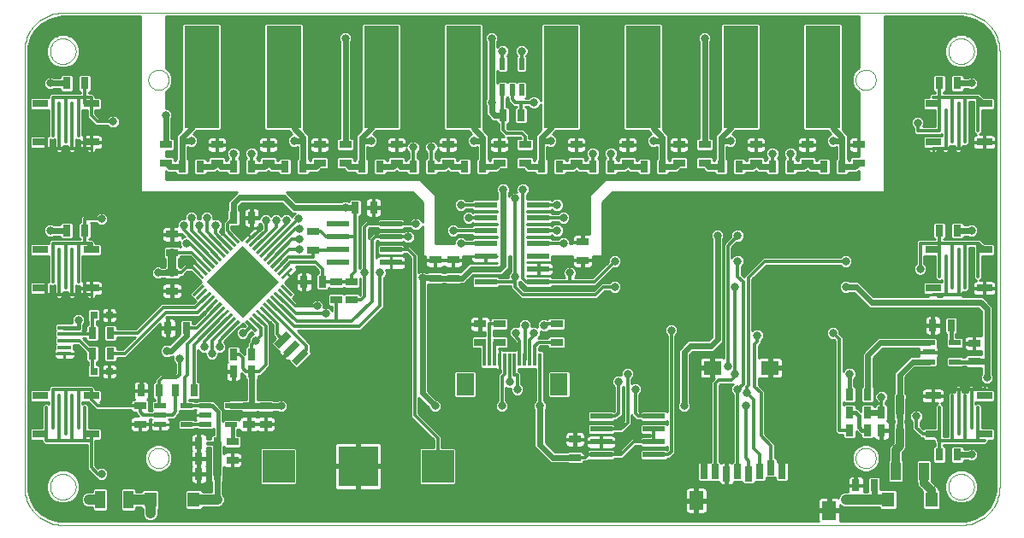
<source format=gtl>
G75*
%MOIN*%
%OFA0B0*%
%FSLAX24Y24*%
%IPPOS*%
%LPD*%
%AMOC8*
5,1,8,0,0,1.08239X$1,22.5*
%
%ADD10C,0.0000*%
%ADD11R,0.0276X0.0669*%
%ADD12R,0.0394X0.0709*%
%ADD13R,0.0472X0.0217*%
%ADD14R,0.0472X0.0315*%
%ADD15R,0.0315X0.0472*%
%ADD16R,0.0500X0.0579*%
%ADD17R,0.0870X0.0240*%
%ADD18R,0.0217X0.0472*%
%ADD19R,0.0551X0.0118*%
%ADD20R,0.2000X0.2000*%
%ADD21C,0.0120*%
%ADD22R,0.0080X0.0080*%
%ADD23R,0.1380X0.4000*%
%ADD24R,0.0300X0.0300*%
%ADD25R,0.0709X0.0551*%
%ADD26R,0.0551X0.0748*%
%ADD27R,0.0315X0.0591*%
%ADD28R,0.0600X0.0300*%
%ADD29R,0.0531X0.0157*%
%ADD30C,0.0281*%
%ADD31R,0.0610X0.0648*%
%ADD32R,0.0610X0.0591*%
%ADD33R,0.1560X0.1560*%
%ADD34R,0.1250X0.1250*%
%ADD35R,0.0118X0.0512*%
%ADD36R,0.0709X0.0866*%
%ADD37C,0.0330*%
%ADD38C,0.0240*%
%ADD39C,0.0320*%
%ADD40C,0.0160*%
%ADD41C,0.0100*%
%ADD42C,0.0400*%
D10*
X017760Y016393D02*
X052760Y016393D01*
X052260Y017893D02*
X052262Y017937D01*
X052268Y017981D01*
X052278Y018024D01*
X052291Y018066D01*
X052308Y018107D01*
X052329Y018146D01*
X052353Y018183D01*
X052380Y018218D01*
X052410Y018250D01*
X052443Y018280D01*
X052479Y018306D01*
X052516Y018330D01*
X052556Y018349D01*
X052597Y018366D01*
X052640Y018378D01*
X052683Y018387D01*
X052727Y018392D01*
X052771Y018393D01*
X052815Y018390D01*
X052859Y018383D01*
X052902Y018372D01*
X052944Y018358D01*
X052984Y018340D01*
X053023Y018318D01*
X053059Y018294D01*
X053093Y018266D01*
X053125Y018235D01*
X053154Y018201D01*
X053180Y018165D01*
X053202Y018127D01*
X053221Y018087D01*
X053236Y018045D01*
X053248Y018003D01*
X053256Y017959D01*
X053260Y017915D01*
X053260Y017871D01*
X053256Y017827D01*
X053248Y017783D01*
X053236Y017741D01*
X053221Y017699D01*
X053202Y017659D01*
X053180Y017621D01*
X053154Y017585D01*
X053125Y017551D01*
X053093Y017520D01*
X053059Y017492D01*
X053023Y017468D01*
X052984Y017446D01*
X052944Y017428D01*
X052902Y017414D01*
X052859Y017403D01*
X052815Y017396D01*
X052771Y017393D01*
X052727Y017394D01*
X052683Y017399D01*
X052640Y017408D01*
X052597Y017420D01*
X052556Y017437D01*
X052516Y017456D01*
X052479Y017480D01*
X052443Y017506D01*
X052410Y017536D01*
X052380Y017568D01*
X052353Y017603D01*
X052329Y017640D01*
X052308Y017679D01*
X052291Y017720D01*
X052278Y017762D01*
X052268Y017805D01*
X052262Y017849D01*
X052260Y017893D01*
X052760Y016393D02*
X052836Y016395D01*
X052912Y016401D01*
X052987Y016410D01*
X053062Y016424D01*
X053136Y016441D01*
X053209Y016462D01*
X053281Y016486D01*
X053352Y016515D01*
X053421Y016546D01*
X053488Y016581D01*
X053553Y016620D01*
X053617Y016662D01*
X053678Y016707D01*
X053737Y016755D01*
X053793Y016806D01*
X053847Y016860D01*
X053898Y016916D01*
X053946Y016975D01*
X053991Y017036D01*
X054033Y017100D01*
X054072Y017165D01*
X054107Y017232D01*
X054138Y017301D01*
X054167Y017372D01*
X054191Y017444D01*
X054212Y017517D01*
X054229Y017591D01*
X054243Y017666D01*
X054252Y017741D01*
X054258Y017817D01*
X054260Y017893D01*
X054260Y034893D01*
X052260Y034893D02*
X052262Y034937D01*
X052268Y034981D01*
X052278Y035024D01*
X052291Y035066D01*
X052308Y035107D01*
X052329Y035146D01*
X052353Y035183D01*
X052380Y035218D01*
X052410Y035250D01*
X052443Y035280D01*
X052479Y035306D01*
X052516Y035330D01*
X052556Y035349D01*
X052597Y035366D01*
X052640Y035378D01*
X052683Y035387D01*
X052727Y035392D01*
X052771Y035393D01*
X052815Y035390D01*
X052859Y035383D01*
X052902Y035372D01*
X052944Y035358D01*
X052984Y035340D01*
X053023Y035318D01*
X053059Y035294D01*
X053093Y035266D01*
X053125Y035235D01*
X053154Y035201D01*
X053180Y035165D01*
X053202Y035127D01*
X053221Y035087D01*
X053236Y035045D01*
X053248Y035003D01*
X053256Y034959D01*
X053260Y034915D01*
X053260Y034871D01*
X053256Y034827D01*
X053248Y034783D01*
X053236Y034741D01*
X053221Y034699D01*
X053202Y034659D01*
X053180Y034621D01*
X053154Y034585D01*
X053125Y034551D01*
X053093Y034520D01*
X053059Y034492D01*
X053023Y034468D01*
X052984Y034446D01*
X052944Y034428D01*
X052902Y034414D01*
X052859Y034403D01*
X052815Y034396D01*
X052771Y034393D01*
X052727Y034394D01*
X052683Y034399D01*
X052640Y034408D01*
X052597Y034420D01*
X052556Y034437D01*
X052516Y034456D01*
X052479Y034480D01*
X052443Y034506D01*
X052410Y034536D01*
X052380Y034568D01*
X052353Y034603D01*
X052329Y034640D01*
X052308Y034679D01*
X052291Y034720D01*
X052278Y034762D01*
X052268Y034805D01*
X052262Y034849D01*
X052260Y034893D01*
X052760Y036393D02*
X052836Y036391D01*
X052912Y036385D01*
X052987Y036376D01*
X053062Y036362D01*
X053136Y036345D01*
X053209Y036324D01*
X053281Y036300D01*
X053352Y036271D01*
X053421Y036240D01*
X053488Y036205D01*
X053553Y036166D01*
X053617Y036124D01*
X053678Y036079D01*
X053737Y036031D01*
X053793Y035980D01*
X053847Y035926D01*
X053898Y035870D01*
X053946Y035811D01*
X053991Y035750D01*
X054033Y035686D01*
X054072Y035621D01*
X054107Y035554D01*
X054138Y035485D01*
X054167Y035414D01*
X054191Y035342D01*
X054212Y035269D01*
X054229Y035195D01*
X054243Y035120D01*
X054252Y035045D01*
X054258Y034969D01*
X054260Y034893D01*
X052760Y036393D02*
X017760Y036393D01*
X017260Y034893D02*
X017262Y034937D01*
X017268Y034981D01*
X017278Y035024D01*
X017291Y035066D01*
X017308Y035107D01*
X017329Y035146D01*
X017353Y035183D01*
X017380Y035218D01*
X017410Y035250D01*
X017443Y035280D01*
X017479Y035306D01*
X017516Y035330D01*
X017556Y035349D01*
X017597Y035366D01*
X017640Y035378D01*
X017683Y035387D01*
X017727Y035392D01*
X017771Y035393D01*
X017815Y035390D01*
X017859Y035383D01*
X017902Y035372D01*
X017944Y035358D01*
X017984Y035340D01*
X018023Y035318D01*
X018059Y035294D01*
X018093Y035266D01*
X018125Y035235D01*
X018154Y035201D01*
X018180Y035165D01*
X018202Y035127D01*
X018221Y035087D01*
X018236Y035045D01*
X018248Y035003D01*
X018256Y034959D01*
X018260Y034915D01*
X018260Y034871D01*
X018256Y034827D01*
X018248Y034783D01*
X018236Y034741D01*
X018221Y034699D01*
X018202Y034659D01*
X018180Y034621D01*
X018154Y034585D01*
X018125Y034551D01*
X018093Y034520D01*
X018059Y034492D01*
X018023Y034468D01*
X017984Y034446D01*
X017944Y034428D01*
X017902Y034414D01*
X017859Y034403D01*
X017815Y034396D01*
X017771Y034393D01*
X017727Y034394D01*
X017683Y034399D01*
X017640Y034408D01*
X017597Y034420D01*
X017556Y034437D01*
X017516Y034456D01*
X017479Y034480D01*
X017443Y034506D01*
X017410Y034536D01*
X017380Y034568D01*
X017353Y034603D01*
X017329Y034640D01*
X017308Y034679D01*
X017291Y034720D01*
X017278Y034762D01*
X017268Y034805D01*
X017262Y034849D01*
X017260Y034893D01*
X016260Y034893D02*
X016262Y034969D01*
X016268Y035045D01*
X016277Y035120D01*
X016291Y035195D01*
X016308Y035269D01*
X016329Y035342D01*
X016353Y035414D01*
X016382Y035485D01*
X016413Y035554D01*
X016448Y035621D01*
X016487Y035686D01*
X016529Y035750D01*
X016574Y035811D01*
X016622Y035870D01*
X016673Y035926D01*
X016727Y035980D01*
X016783Y036031D01*
X016842Y036079D01*
X016903Y036124D01*
X016967Y036166D01*
X017032Y036205D01*
X017099Y036240D01*
X017168Y036271D01*
X017239Y036300D01*
X017311Y036324D01*
X017384Y036345D01*
X017458Y036362D01*
X017533Y036376D01*
X017608Y036385D01*
X017684Y036391D01*
X017760Y036393D01*
X016260Y034893D02*
X016260Y017893D01*
X017260Y017893D02*
X017262Y017937D01*
X017268Y017981D01*
X017278Y018024D01*
X017291Y018066D01*
X017308Y018107D01*
X017329Y018146D01*
X017353Y018183D01*
X017380Y018218D01*
X017410Y018250D01*
X017443Y018280D01*
X017479Y018306D01*
X017516Y018330D01*
X017556Y018349D01*
X017597Y018366D01*
X017640Y018378D01*
X017683Y018387D01*
X017727Y018392D01*
X017771Y018393D01*
X017815Y018390D01*
X017859Y018383D01*
X017902Y018372D01*
X017944Y018358D01*
X017984Y018340D01*
X018023Y018318D01*
X018059Y018294D01*
X018093Y018266D01*
X018125Y018235D01*
X018154Y018201D01*
X018180Y018165D01*
X018202Y018127D01*
X018221Y018087D01*
X018236Y018045D01*
X018248Y018003D01*
X018256Y017959D01*
X018260Y017915D01*
X018260Y017871D01*
X018256Y017827D01*
X018248Y017783D01*
X018236Y017741D01*
X018221Y017699D01*
X018202Y017659D01*
X018180Y017621D01*
X018154Y017585D01*
X018125Y017551D01*
X018093Y017520D01*
X018059Y017492D01*
X018023Y017468D01*
X017984Y017446D01*
X017944Y017428D01*
X017902Y017414D01*
X017859Y017403D01*
X017815Y017396D01*
X017771Y017393D01*
X017727Y017394D01*
X017683Y017399D01*
X017640Y017408D01*
X017597Y017420D01*
X017556Y017437D01*
X017516Y017456D01*
X017479Y017480D01*
X017443Y017506D01*
X017410Y017536D01*
X017380Y017568D01*
X017353Y017603D01*
X017329Y017640D01*
X017308Y017679D01*
X017291Y017720D01*
X017278Y017762D01*
X017268Y017805D01*
X017262Y017849D01*
X017260Y017893D01*
X016260Y017893D02*
X016262Y017817D01*
X016268Y017741D01*
X016277Y017666D01*
X016291Y017591D01*
X016308Y017517D01*
X016329Y017444D01*
X016353Y017372D01*
X016382Y017301D01*
X016413Y017232D01*
X016448Y017165D01*
X016487Y017100D01*
X016529Y017036D01*
X016574Y016975D01*
X016622Y016916D01*
X016673Y016860D01*
X016727Y016806D01*
X016783Y016755D01*
X016842Y016707D01*
X016903Y016662D01*
X016967Y016620D01*
X017032Y016581D01*
X017099Y016546D01*
X017168Y016515D01*
X017239Y016486D01*
X017311Y016462D01*
X017384Y016441D01*
X017458Y016424D01*
X017533Y016410D01*
X017608Y016401D01*
X017684Y016395D01*
X017760Y016393D01*
X021086Y019011D02*
X021088Y019050D01*
X021094Y019089D01*
X021104Y019127D01*
X021117Y019164D01*
X021134Y019199D01*
X021154Y019233D01*
X021178Y019264D01*
X021205Y019293D01*
X021234Y019319D01*
X021266Y019342D01*
X021300Y019362D01*
X021336Y019378D01*
X021373Y019390D01*
X021412Y019399D01*
X021451Y019404D01*
X021490Y019405D01*
X021529Y019402D01*
X021568Y019395D01*
X021605Y019384D01*
X021642Y019370D01*
X021677Y019352D01*
X021710Y019331D01*
X021741Y019306D01*
X021769Y019279D01*
X021794Y019249D01*
X021816Y019216D01*
X021835Y019182D01*
X021850Y019146D01*
X021862Y019108D01*
X021870Y019070D01*
X021874Y019031D01*
X021874Y018991D01*
X021870Y018952D01*
X021862Y018914D01*
X021850Y018876D01*
X021835Y018840D01*
X021816Y018806D01*
X021794Y018773D01*
X021769Y018743D01*
X021741Y018716D01*
X021710Y018691D01*
X021677Y018670D01*
X021642Y018652D01*
X021605Y018638D01*
X021568Y018627D01*
X021529Y018620D01*
X021490Y018617D01*
X021451Y018618D01*
X021412Y018623D01*
X021373Y018632D01*
X021336Y018644D01*
X021300Y018660D01*
X021266Y018680D01*
X021234Y018703D01*
X021205Y018729D01*
X021178Y018758D01*
X021154Y018789D01*
X021134Y018823D01*
X021117Y018858D01*
X021104Y018895D01*
X021094Y018933D01*
X021088Y018972D01*
X021086Y019011D01*
X021086Y033775D02*
X021088Y033814D01*
X021094Y033853D01*
X021104Y033891D01*
X021117Y033928D01*
X021134Y033963D01*
X021154Y033997D01*
X021178Y034028D01*
X021205Y034057D01*
X021234Y034083D01*
X021266Y034106D01*
X021300Y034126D01*
X021336Y034142D01*
X021373Y034154D01*
X021412Y034163D01*
X021451Y034168D01*
X021490Y034169D01*
X021529Y034166D01*
X021568Y034159D01*
X021605Y034148D01*
X021642Y034134D01*
X021677Y034116D01*
X021710Y034095D01*
X021741Y034070D01*
X021769Y034043D01*
X021794Y034013D01*
X021816Y033980D01*
X021835Y033946D01*
X021850Y033910D01*
X021862Y033872D01*
X021870Y033834D01*
X021874Y033795D01*
X021874Y033755D01*
X021870Y033716D01*
X021862Y033678D01*
X021850Y033640D01*
X021835Y033604D01*
X021816Y033570D01*
X021794Y033537D01*
X021769Y033507D01*
X021741Y033480D01*
X021710Y033455D01*
X021677Y033434D01*
X021642Y033416D01*
X021605Y033402D01*
X021568Y033391D01*
X021529Y033384D01*
X021490Y033381D01*
X021451Y033382D01*
X021412Y033387D01*
X021373Y033396D01*
X021336Y033408D01*
X021300Y033424D01*
X021266Y033444D01*
X021234Y033467D01*
X021205Y033493D01*
X021178Y033522D01*
X021154Y033553D01*
X021134Y033587D01*
X021117Y033622D01*
X021104Y033659D01*
X021094Y033697D01*
X021088Y033736D01*
X021086Y033775D01*
X048645Y033775D02*
X048647Y033814D01*
X048653Y033853D01*
X048663Y033891D01*
X048676Y033928D01*
X048693Y033963D01*
X048713Y033997D01*
X048737Y034028D01*
X048764Y034057D01*
X048793Y034083D01*
X048825Y034106D01*
X048859Y034126D01*
X048895Y034142D01*
X048932Y034154D01*
X048971Y034163D01*
X049010Y034168D01*
X049049Y034169D01*
X049088Y034166D01*
X049127Y034159D01*
X049164Y034148D01*
X049201Y034134D01*
X049236Y034116D01*
X049269Y034095D01*
X049300Y034070D01*
X049328Y034043D01*
X049353Y034013D01*
X049375Y033980D01*
X049394Y033946D01*
X049409Y033910D01*
X049421Y033872D01*
X049429Y033834D01*
X049433Y033795D01*
X049433Y033755D01*
X049429Y033716D01*
X049421Y033678D01*
X049409Y033640D01*
X049394Y033604D01*
X049375Y033570D01*
X049353Y033537D01*
X049328Y033507D01*
X049300Y033480D01*
X049269Y033455D01*
X049236Y033434D01*
X049201Y033416D01*
X049164Y033402D01*
X049127Y033391D01*
X049088Y033384D01*
X049049Y033381D01*
X049010Y033382D01*
X048971Y033387D01*
X048932Y033396D01*
X048895Y033408D01*
X048859Y033424D01*
X048825Y033444D01*
X048793Y033467D01*
X048764Y033493D01*
X048737Y033522D01*
X048713Y033553D01*
X048693Y033587D01*
X048676Y033622D01*
X048663Y033659D01*
X048653Y033697D01*
X048647Y033736D01*
X048645Y033775D01*
X048645Y019011D02*
X048647Y019050D01*
X048653Y019089D01*
X048663Y019127D01*
X048676Y019164D01*
X048693Y019199D01*
X048713Y019233D01*
X048737Y019264D01*
X048764Y019293D01*
X048793Y019319D01*
X048825Y019342D01*
X048859Y019362D01*
X048895Y019378D01*
X048932Y019390D01*
X048971Y019399D01*
X049010Y019404D01*
X049049Y019405D01*
X049088Y019402D01*
X049127Y019395D01*
X049164Y019384D01*
X049201Y019370D01*
X049236Y019352D01*
X049269Y019331D01*
X049300Y019306D01*
X049328Y019279D01*
X049353Y019249D01*
X049375Y019216D01*
X049394Y019182D01*
X049409Y019146D01*
X049421Y019108D01*
X049429Y019070D01*
X049433Y019031D01*
X049433Y018991D01*
X049429Y018952D01*
X049421Y018914D01*
X049409Y018876D01*
X049394Y018840D01*
X049375Y018806D01*
X049353Y018773D01*
X049328Y018743D01*
X049300Y018716D01*
X049269Y018691D01*
X049236Y018670D01*
X049201Y018652D01*
X049164Y018638D01*
X049127Y018627D01*
X049088Y018620D01*
X049049Y018617D01*
X049010Y018618D01*
X048971Y018623D01*
X048932Y018632D01*
X048895Y018644D01*
X048859Y018660D01*
X048825Y018680D01*
X048793Y018703D01*
X048764Y018729D01*
X048737Y018758D01*
X048713Y018789D01*
X048693Y018823D01*
X048676Y018858D01*
X048663Y018895D01*
X048653Y018933D01*
X048647Y018972D01*
X048645Y019011D01*
D11*
G36*
X027132Y023292D02*
X027327Y023097D01*
X026856Y022626D01*
X026661Y022821D01*
X027132Y023292D01*
G37*
G36*
X026798Y023626D02*
X026993Y023431D01*
X026522Y022960D01*
X026327Y023155D01*
X026798Y023626D01*
G37*
G36*
X026463Y023960D02*
X026658Y023765D01*
X026187Y023294D01*
X025992Y023489D01*
X026463Y023960D01*
G37*
D12*
X020311Y017393D03*
X019208Y017393D03*
X050208Y018498D03*
X051311Y018498D03*
D13*
X051498Y022769D03*
X051498Y023143D03*
X051498Y023517D03*
X052521Y023517D03*
X052521Y022769D03*
X024321Y021067D03*
X024321Y020319D03*
X023298Y020319D03*
X023298Y020693D03*
X023298Y021067D03*
X022571Y021067D03*
X022571Y020319D03*
X021548Y020319D03*
X021548Y020693D03*
X021548Y021067D03*
D14*
X020760Y021048D03*
X020760Y020339D03*
X024360Y019648D03*
X025010Y020339D03*
X025660Y020339D03*
X025660Y021048D03*
X025010Y021048D03*
X024360Y018939D03*
X028410Y025189D03*
X029010Y025189D03*
X029010Y025898D03*
X028410Y025898D03*
X027510Y027139D03*
X027510Y027848D03*
X027760Y030539D03*
X028760Y030539D03*
X028760Y031248D03*
X027760Y031248D03*
X025760Y031248D03*
X025760Y030539D03*
X023760Y030539D03*
X023760Y031248D03*
X021760Y031248D03*
X021760Y030539D03*
X022010Y027748D03*
X022010Y027039D03*
X022010Y026248D03*
X022010Y025539D03*
X030760Y030539D03*
X030760Y031248D03*
X032760Y031248D03*
X032760Y030539D03*
X034760Y030539D03*
X034760Y031248D03*
X035760Y031248D03*
X035760Y030539D03*
X037760Y030539D03*
X037760Y031248D03*
X039760Y031248D03*
X039760Y030539D03*
X041760Y030539D03*
X041760Y031248D03*
X042760Y031248D03*
X042760Y030539D03*
X044760Y030539D03*
X044760Y031248D03*
X046760Y031248D03*
X046760Y030539D03*
X048760Y030539D03*
X048760Y031248D03*
X053260Y023498D03*
X053260Y022789D03*
X038010Y026739D03*
X038010Y027448D03*
X036995Y024248D03*
X036995Y023539D03*
X034760Y023539D03*
X034010Y023539D03*
X034010Y024248D03*
X034760Y024248D03*
X032960Y026039D03*
X032260Y026039D03*
X032260Y026748D03*
X032960Y026748D03*
X037710Y019748D03*
X037710Y019039D03*
D15*
X027864Y025893D03*
X027155Y025893D03*
X025114Y028393D03*
X024405Y028393D03*
X024405Y030393D03*
X025114Y030393D03*
X026405Y030393D03*
X027114Y030393D03*
X029405Y030393D03*
X030114Y030393D03*
X031405Y030393D03*
X032114Y030393D03*
X033405Y030393D03*
X034114Y030393D03*
X036405Y030393D03*
X037114Y030393D03*
X038405Y030393D03*
X039114Y030393D03*
X040405Y030393D03*
X041114Y030393D03*
X043405Y030393D03*
X044114Y030393D03*
X045405Y030393D03*
X046114Y030393D03*
X047405Y030393D03*
X048114Y030393D03*
X051905Y027893D03*
X052614Y027893D03*
X052364Y024193D03*
X051655Y024193D03*
X049114Y021493D03*
X048405Y021493D03*
X048405Y020793D03*
X048405Y020093D03*
X049114Y020093D03*
X049655Y020093D03*
X049655Y020793D03*
X049114Y020793D03*
X050364Y020793D03*
X050364Y020093D03*
X051905Y019143D03*
X052614Y019143D03*
X049364Y017943D03*
X048655Y017943D03*
X029864Y028793D03*
X029155Y028793D03*
X034905Y032393D03*
X035614Y032393D03*
X023114Y030393D03*
X022405Y030393D03*
X018614Y027893D03*
X017905Y027893D03*
X021855Y024093D03*
X022564Y024093D03*
X024405Y023043D03*
X024405Y022393D03*
X025114Y022393D03*
X025114Y023043D03*
X022864Y021643D03*
X022155Y021643D03*
X021514Y021643D03*
X020805Y021643D03*
X019614Y023093D03*
X018905Y023093D03*
X018905Y023893D03*
X019614Y023893D03*
X023055Y019593D03*
X023055Y018993D03*
X023055Y018393D03*
X023764Y018393D03*
X023764Y018993D03*
X023764Y019593D03*
X018614Y033643D03*
X017905Y033643D03*
X051905Y033643D03*
X052614Y033643D03*
D16*
X051606Y017393D03*
X049913Y017393D03*
X022856Y017393D03*
X021163Y017393D03*
D17*
X034230Y025893D03*
X034230Y026393D03*
X034230Y026893D03*
X034230Y027393D03*
X034230Y027893D03*
X034230Y028393D03*
X034230Y028893D03*
X036290Y028893D03*
X036290Y028393D03*
X036290Y027893D03*
X036290Y027393D03*
X036290Y026893D03*
X036290Y026393D03*
X036290Y025893D03*
X030540Y026643D03*
X030540Y027143D03*
X030540Y027643D03*
X030540Y028143D03*
X028480Y028143D03*
X028480Y027643D03*
X028480Y027143D03*
X028480Y026643D03*
X038730Y020643D03*
X038730Y020143D03*
X038730Y019643D03*
X038730Y019143D03*
X040790Y019143D03*
X040790Y019643D03*
X040790Y020143D03*
X040790Y020643D03*
D18*
X035634Y033381D03*
X035260Y033381D03*
X034885Y033381D03*
X034885Y034405D03*
X035634Y034405D03*
D19*
G36*
X025275Y027050D02*
X025663Y027438D01*
X025747Y027354D01*
X025359Y026966D01*
X025275Y027050D01*
G37*
G36*
X025136Y027189D02*
X025524Y027577D01*
X025608Y027493D01*
X025220Y027105D01*
X025136Y027189D01*
G37*
G36*
X024997Y027328D02*
X025385Y027716D01*
X025469Y027632D01*
X025081Y027244D01*
X024997Y027328D01*
G37*
G36*
X024858Y027467D02*
X025246Y027855D01*
X025330Y027771D01*
X024942Y027383D01*
X024858Y027467D01*
G37*
G36*
X024273Y027855D02*
X024661Y027467D01*
X024577Y027383D01*
X024189Y027771D01*
X024273Y027855D01*
G37*
G36*
X024134Y027716D02*
X024522Y027328D01*
X024438Y027244D01*
X024050Y027632D01*
X024134Y027716D01*
G37*
G36*
X023995Y027577D02*
X024383Y027189D01*
X024299Y027105D01*
X023911Y027493D01*
X023995Y027577D01*
G37*
G36*
X023856Y027438D02*
X024244Y027050D01*
X024160Y026966D01*
X023772Y027354D01*
X023856Y027438D01*
G37*
G36*
X023717Y027299D02*
X024105Y026911D01*
X024021Y026827D01*
X023633Y027215D01*
X023717Y027299D01*
G37*
G36*
X023577Y027159D02*
X023965Y026771D01*
X023881Y026687D01*
X023493Y027075D01*
X023577Y027159D01*
G37*
G36*
X023742Y026548D02*
X023354Y026936D01*
X023438Y027020D01*
X023826Y026632D01*
X023742Y026548D01*
G37*
G36*
X023603Y026409D02*
X023215Y026797D01*
X023299Y026881D01*
X023687Y026493D01*
X023603Y026409D01*
G37*
G36*
X023464Y026270D02*
X023076Y026658D01*
X023160Y026742D01*
X023548Y026354D01*
X023464Y026270D01*
G37*
G36*
X023325Y026131D02*
X022937Y026519D01*
X023021Y026603D01*
X023409Y026215D01*
X023325Y026131D01*
G37*
G36*
X023186Y025991D02*
X022798Y026379D01*
X022882Y026463D01*
X023270Y026075D01*
X023186Y025991D01*
G37*
G36*
X022798Y025407D02*
X023186Y025795D01*
X023270Y025711D01*
X022882Y025323D01*
X022798Y025407D01*
G37*
G36*
X022937Y025268D02*
X023325Y025656D01*
X023409Y025572D01*
X023021Y025184D01*
X022937Y025268D01*
G37*
G36*
X023076Y025129D02*
X023464Y025517D01*
X023548Y025433D01*
X023160Y025045D01*
X023076Y025129D01*
G37*
G36*
X023215Y024990D02*
X023603Y025378D01*
X023687Y025294D01*
X023299Y024906D01*
X023215Y024990D01*
G37*
G36*
X023354Y024850D02*
X023742Y025238D01*
X023826Y025154D01*
X023438Y024766D01*
X023354Y024850D01*
G37*
G36*
X023493Y024711D02*
X023881Y025099D01*
X023965Y025015D01*
X023577Y024627D01*
X023493Y024711D01*
G37*
G36*
X024105Y024876D02*
X023717Y024488D01*
X023633Y024572D01*
X024021Y024960D01*
X024105Y024876D01*
G37*
G36*
X024244Y024737D02*
X023856Y024349D01*
X023772Y024433D01*
X024160Y024821D01*
X024244Y024737D01*
G37*
G36*
X024383Y024598D02*
X023995Y024210D01*
X023911Y024294D01*
X024299Y024682D01*
X024383Y024598D01*
G37*
G36*
X024522Y024458D02*
X024134Y024070D01*
X024050Y024154D01*
X024438Y024542D01*
X024522Y024458D01*
G37*
G36*
X024661Y024319D02*
X024273Y023931D01*
X024189Y024015D01*
X024577Y024403D01*
X024661Y024319D01*
G37*
G36*
X025246Y023931D02*
X024858Y024319D01*
X024942Y024403D01*
X025330Y024015D01*
X025246Y023931D01*
G37*
G36*
X025385Y024070D02*
X024997Y024458D01*
X025081Y024542D01*
X025469Y024154D01*
X025385Y024070D01*
G37*
G36*
X025524Y024210D02*
X025136Y024598D01*
X025220Y024682D01*
X025608Y024294D01*
X025524Y024210D01*
G37*
G36*
X025663Y024349D02*
X025275Y024737D01*
X025359Y024821D01*
X025747Y024433D01*
X025663Y024349D01*
G37*
G36*
X025802Y024488D02*
X025414Y024876D01*
X025498Y024960D01*
X025886Y024572D01*
X025802Y024488D01*
G37*
G36*
X025942Y024627D02*
X025554Y025015D01*
X025638Y025099D01*
X026026Y024711D01*
X025942Y024627D01*
G37*
G36*
X025777Y025238D02*
X026165Y024850D01*
X026081Y024766D01*
X025693Y025154D01*
X025777Y025238D01*
G37*
G36*
X025916Y025378D02*
X026304Y024990D01*
X026220Y024906D01*
X025832Y025294D01*
X025916Y025378D01*
G37*
G36*
X026055Y025517D02*
X026443Y025129D01*
X026359Y025045D01*
X025971Y025433D01*
X026055Y025517D01*
G37*
G36*
X026194Y025656D02*
X026582Y025268D01*
X026498Y025184D01*
X026110Y025572D01*
X026194Y025656D01*
G37*
G36*
X026334Y025795D02*
X026722Y025407D01*
X026638Y025323D01*
X026250Y025711D01*
X026334Y025795D01*
G37*
G36*
X026722Y026379D02*
X026334Y025991D01*
X026250Y026075D01*
X026638Y026463D01*
X026722Y026379D01*
G37*
G36*
X026582Y026519D02*
X026194Y026131D01*
X026110Y026215D01*
X026498Y026603D01*
X026582Y026519D01*
G37*
G36*
X026443Y026658D02*
X026055Y026270D01*
X025971Y026354D01*
X026359Y026742D01*
X026443Y026658D01*
G37*
G36*
X026304Y026797D02*
X025916Y026409D01*
X025832Y026493D01*
X026220Y026881D01*
X026304Y026797D01*
G37*
G36*
X026165Y026936D02*
X025777Y026548D01*
X025693Y026632D01*
X026081Y027020D01*
X026165Y026936D01*
G37*
G36*
X026026Y027075D02*
X025638Y026687D01*
X025554Y026771D01*
X025942Y027159D01*
X026026Y027075D01*
G37*
G36*
X025414Y026911D02*
X025802Y027299D01*
X025886Y027215D01*
X025498Y026827D01*
X025414Y026911D01*
G37*
D20*
G36*
X026174Y025893D02*
X024760Y024479D01*
X023346Y025893D01*
X024760Y027307D01*
X026174Y025893D01*
G37*
D21*
X026346Y025420D02*
X026823Y024943D01*
X027660Y024943D01*
X028010Y024643D02*
X026845Y024643D01*
X026207Y025281D01*
X026068Y025142D02*
X026866Y024343D01*
X028410Y024343D01*
X028410Y025189D01*
X029010Y025189D02*
X029385Y025189D01*
X029510Y025314D01*
X029510Y026243D01*
X029510Y028018D01*
X029635Y028143D01*
X030540Y028143D01*
X031510Y028143D01*
X031210Y027643D02*
X030540Y027643D01*
X029935Y027643D01*
X029810Y027518D01*
X029810Y025131D01*
X029022Y024343D01*
X028410Y024343D01*
X029310Y024143D02*
X026788Y024143D01*
X025929Y025002D01*
X025790Y024863D02*
X027246Y023407D01*
X027246Y023230D01*
X026994Y022977D01*
X026994Y022959D01*
X026325Y023627D02*
X026110Y023843D01*
X026110Y024265D01*
X025650Y024724D01*
X025372Y024446D02*
X025660Y024158D01*
X025660Y022643D01*
X025410Y022393D01*
X025114Y022393D01*
X024885Y022393D01*
X024760Y022518D01*
X024760Y022918D01*
X024635Y023043D01*
X024405Y023043D01*
X023860Y023343D02*
X023860Y023601D01*
X024425Y024167D01*
X024286Y024306D02*
X023560Y023580D01*
X023560Y023093D01*
X023260Y023343D02*
X023260Y023558D01*
X024147Y024446D01*
X024008Y024585D02*
X022860Y023437D01*
X022860Y021643D01*
X022864Y021643D01*
X022960Y021067D02*
X022571Y021067D01*
X022510Y021129D01*
X022510Y022143D01*
X022610Y022243D01*
X022610Y023465D01*
X023869Y024724D01*
X023729Y024863D02*
X022960Y024093D01*
X022564Y024093D01*
X023003Y024693D02*
X021760Y024693D01*
X020160Y023093D01*
X019614Y023093D01*
X018905Y023093D02*
X018905Y022448D01*
X018960Y022393D01*
X018905Y023093D02*
X018405Y023593D01*
X017823Y023593D01*
X017823Y023849D02*
X018861Y023849D01*
X018905Y023893D01*
X018905Y024539D01*
X018960Y024593D01*
X018860Y025393D02*
X018610Y025393D01*
X017110Y025393D01*
X017110Y026693D01*
X017610Y027143D02*
X017610Y025393D01*
X017860Y025643D02*
X017860Y027393D01*
X018110Y027143D02*
X018110Y025393D01*
X018610Y025393D02*
X018610Y026693D01*
X018760Y027143D02*
X018860Y027143D01*
X018860Y027393D01*
X017360Y027393D01*
X017360Y025893D01*
X018360Y025893D02*
X018360Y027393D01*
X018614Y027393D02*
X018614Y027893D01*
X018614Y028343D01*
X019260Y028343D01*
X018760Y027393D02*
X018760Y027143D01*
X018760Y027393D02*
X018614Y027393D01*
X022010Y027039D02*
X022779Y027039D01*
X023312Y026506D01*
X023451Y026645D02*
X022703Y027393D01*
X022560Y027393D01*
X022460Y027915D02*
X022460Y028093D01*
X022460Y027915D02*
X023590Y026784D01*
X023729Y026923D02*
X022760Y027893D01*
X022760Y028393D01*
X023060Y028093D02*
X023060Y027872D01*
X023869Y027063D01*
X024008Y027202D02*
X023360Y027850D01*
X023360Y028393D01*
X023710Y028093D02*
X023710Y027778D01*
X024147Y027341D01*
X024425Y027619D02*
X024160Y027885D01*
X024160Y028148D01*
X024405Y028393D01*
X025233Y027480D02*
X025660Y027907D01*
X025660Y028293D01*
X026060Y028293D02*
X026060Y028028D01*
X025372Y027341D01*
X025511Y027202D02*
X026460Y028150D01*
X026460Y028293D01*
X026931Y028343D02*
X025650Y027063D01*
X025790Y026923D02*
X026810Y027943D01*
X026960Y027943D01*
X026960Y027543D02*
X026688Y027543D01*
X025929Y026784D01*
X026068Y026645D02*
X026566Y027143D01*
X026960Y027143D01*
X026545Y026843D02*
X027510Y026843D01*
X027510Y027139D01*
X028480Y027139D01*
X028480Y027143D01*
X028480Y027643D02*
X028010Y027643D01*
X027805Y027848D01*
X027510Y027848D01*
X028480Y027643D02*
X029155Y027643D01*
X029155Y026289D01*
X029010Y026143D01*
X029010Y025898D01*
X028410Y025898D01*
X027868Y025898D01*
X027864Y025893D01*
X027864Y026393D01*
X027614Y026643D01*
X026623Y026643D01*
X026346Y026367D01*
X026207Y026506D02*
X026545Y026843D01*
X029155Y027643D02*
X029155Y028793D01*
X030540Y027143D02*
X031210Y027143D01*
X031460Y026893D01*
X031460Y020693D01*
X032360Y019793D01*
X032360Y018693D01*
X034860Y021043D02*
X034860Y022193D01*
X034964Y022298D01*
X034964Y022858D01*
X035161Y022858D02*
X035161Y021993D01*
X035160Y021993D01*
X035358Y022243D02*
X035460Y022243D01*
X035460Y021693D01*
X035358Y022243D02*
X035358Y022858D01*
X035555Y022858D02*
X035555Y023598D01*
X035410Y023743D01*
X035410Y023893D01*
X035760Y024193D02*
X035760Y022866D01*
X035752Y022858D01*
X035948Y022858D02*
X035948Y023632D01*
X036110Y023793D01*
X036110Y023893D01*
X036305Y023539D02*
X036145Y023379D01*
X036145Y022858D01*
X036342Y022858D02*
X036342Y021043D01*
X038730Y020643D02*
X039285Y020643D01*
X039410Y020768D01*
X039410Y021993D01*
X039760Y022293D02*
X039760Y020393D01*
X039510Y020143D01*
X038730Y020143D01*
X039514Y019143D02*
X040014Y019643D01*
X040790Y019643D01*
X040790Y020143D01*
X040790Y020643D02*
X040185Y020643D01*
X040060Y020768D01*
X040060Y021693D01*
X036995Y023539D02*
X036305Y023539D01*
X036510Y024193D02*
X036564Y024248D01*
X036995Y024248D01*
X035685Y025393D02*
X038510Y025393D01*
X038810Y025693D01*
X039260Y025693D01*
X038460Y025893D02*
X037510Y025893D01*
X037510Y026243D01*
X037510Y025893D02*
X036290Y025893D01*
X035809Y025893D01*
X035684Y026018D01*
X035684Y029493D01*
X035385Y029143D02*
X035385Y026093D01*
X035385Y025893D01*
X035385Y025693D01*
X035685Y025393D01*
X035385Y025893D02*
X034230Y025893D01*
X034230Y027393D02*
X033260Y027393D01*
X032960Y027893D02*
X034230Y027893D01*
X034230Y028393D02*
X033560Y028393D01*
X033260Y028893D02*
X034230Y028893D01*
X036290Y028893D02*
X037010Y028893D01*
X037260Y028393D02*
X036290Y028393D01*
X036290Y027893D02*
X037010Y027893D01*
X037260Y027393D02*
X036290Y027393D01*
X037260Y026743D02*
X037260Y026739D01*
X038010Y026739D01*
X038460Y025893D02*
X039260Y026693D01*
X041460Y023993D02*
X041460Y019268D01*
X041335Y019143D01*
X040790Y019143D01*
X039514Y019143D02*
X038730Y019143D01*
X038210Y019143D01*
X038105Y019039D01*
X037710Y019039D01*
X034571Y022858D02*
X034571Y023539D01*
X034760Y023539D01*
X034177Y023539D02*
X034177Y022858D01*
X034374Y022858D02*
X034374Y024248D01*
X034760Y024248D01*
X034177Y023539D02*
X034010Y023539D01*
X030110Y024943D02*
X030110Y026243D01*
X030110Y024943D02*
X029310Y024143D01*
X025460Y024080D02*
X025460Y023793D01*
X025260Y023593D01*
X025114Y023448D01*
X025114Y023043D01*
X024820Y023893D02*
X024760Y023893D01*
X024820Y023893D02*
X025094Y024167D01*
X025233Y024306D02*
X025460Y024080D01*
X023451Y025142D02*
X023003Y024693D01*
X022924Y024893D02*
X021660Y024893D01*
X020660Y023893D01*
X019614Y023893D01*
X021514Y022018D02*
X021639Y022143D01*
X022185Y022143D01*
X022310Y022268D01*
X022310Y022893D01*
X021514Y022018D02*
X021514Y021643D01*
X021514Y021067D01*
X021548Y021067D01*
X021548Y020693D02*
X020885Y020693D01*
X020760Y020818D01*
X020760Y021048D01*
X019110Y021048D01*
X018860Y021298D01*
X018860Y021443D01*
X018860Y021693D01*
X017360Y021693D01*
X017360Y020193D01*
X017860Y019943D02*
X017860Y021693D01*
X018110Y021443D02*
X018110Y019693D01*
X018610Y019693D02*
X018860Y019693D01*
X018860Y018643D01*
X019110Y018393D01*
X019260Y018393D01*
X018860Y019693D02*
X018860Y019943D01*
X018610Y019693D02*
X017110Y019693D01*
X017110Y020993D01*
X017610Y021443D02*
X017610Y019693D01*
X018360Y020193D02*
X018360Y021693D01*
X018610Y020993D02*
X018610Y019693D01*
X021548Y020693D02*
X022030Y020693D01*
X022155Y020818D01*
X022155Y021643D01*
X022571Y021067D02*
X023298Y021067D01*
X023298Y020319D02*
X022571Y020319D01*
X022924Y024893D02*
X023312Y025281D01*
X023034Y026227D02*
X022818Y026443D01*
X022560Y026443D01*
X022364Y026248D01*
X022010Y026248D01*
X024405Y030393D02*
X024405Y030893D01*
X025114Y030893D02*
X025114Y030393D01*
X019710Y032143D02*
X019110Y032143D01*
X018860Y032393D01*
X018860Y032843D01*
X018860Y033093D01*
X017360Y033093D01*
X017360Y031593D01*
X017860Y031343D02*
X017860Y033093D01*
X018110Y032843D02*
X018110Y031093D01*
X018610Y031093D02*
X018860Y031093D01*
X018610Y031093D02*
X017110Y031093D01*
X017110Y032393D01*
X017610Y032843D02*
X017610Y031093D01*
X018360Y031593D02*
X018360Y033093D01*
X018614Y032843D02*
X018860Y032843D01*
X018614Y032843D02*
X018614Y033643D01*
X018610Y032393D02*
X018610Y031093D01*
X031405Y031143D02*
X031405Y030393D01*
X032114Y030393D02*
X032114Y031143D01*
X034905Y031818D02*
X035030Y031693D01*
X035635Y031693D01*
X035760Y031568D01*
X035760Y031248D01*
X034905Y031818D02*
X034905Y032393D01*
X034885Y032413D01*
X034885Y033381D01*
X035260Y033381D02*
X035260Y033018D01*
X035385Y032893D01*
X036110Y032893D01*
X035614Y032893D01*
X035614Y032393D01*
X035634Y034405D02*
X035634Y034893D01*
X034885Y034893D02*
X034885Y034405D01*
X038405Y030893D02*
X038405Y030393D01*
X039114Y030393D02*
X039114Y030893D01*
X043660Y027306D02*
X044047Y027693D01*
X043660Y027306D02*
X043660Y022593D01*
X043947Y022293D02*
X043947Y022184D01*
X043822Y022059D01*
X043306Y022059D01*
X043181Y021934D01*
X043181Y018481D01*
X044047Y018481D02*
X044047Y021693D01*
X044260Y021906D01*
X044260Y025893D01*
X044047Y026106D01*
X044047Y026693D01*
X044460Y026043D02*
X044460Y021843D01*
X044410Y021793D01*
X044410Y021543D01*
X044660Y021293D01*
X044660Y019397D01*
X044913Y019143D01*
X044913Y018481D01*
X044480Y018402D02*
X044480Y018893D01*
X044360Y019014D01*
X044360Y021043D01*
X044060Y021693D02*
X044047Y021693D01*
X044710Y021793D02*
X044710Y023443D01*
X044810Y023543D01*
X044810Y023793D01*
X043947Y022293D02*
X043947Y025693D01*
X044460Y026043D02*
X045110Y026693D01*
X048260Y026693D01*
X051160Y026393D02*
X051160Y027393D01*
X051660Y027393D01*
X051910Y027393D01*
X051910Y027889D01*
X051905Y027893D01*
X051910Y027393D02*
X053410Y027393D01*
X053410Y026093D01*
X052910Y025643D02*
X052910Y027393D01*
X052660Y027143D02*
X052660Y025393D01*
X052410Y025643D02*
X052410Y027393D01*
X051910Y027393D02*
X051910Y026093D01*
X052160Y025393D02*
X052160Y026893D01*
X053160Y026893D02*
X053160Y025393D01*
X051660Y025393D01*
X053510Y027143D02*
X053660Y027143D01*
X053160Y031093D02*
X051660Y031093D01*
X052160Y031093D02*
X052160Y032593D01*
X052660Y032843D02*
X052660Y031093D01*
X052910Y031343D02*
X052910Y033093D01*
X053410Y033093D02*
X051910Y033093D01*
X051910Y033639D01*
X051905Y033643D01*
X051910Y033093D02*
X051660Y033093D01*
X051910Y033093D02*
X051910Y031793D01*
X051060Y031793D01*
X051060Y032093D01*
X052410Y031343D02*
X052410Y033093D01*
X053160Y032593D02*
X053160Y031093D01*
X053410Y031793D02*
X053410Y033093D01*
X053660Y032843D01*
X046114Y030893D02*
X046114Y030393D01*
X045405Y030393D02*
X045405Y030893D01*
X047760Y023893D02*
X048010Y023643D01*
X048010Y020093D01*
X048405Y020093D01*
X049655Y020793D02*
X049655Y021393D01*
X051010Y020643D02*
X051010Y020193D01*
X051260Y019943D01*
X051660Y019943D01*
X051510Y019943D01*
X051660Y019943D02*
X051860Y019743D01*
X051860Y019693D01*
X051910Y019693D01*
X051905Y019693D01*
X051905Y019143D01*
X051910Y019693D02*
X053410Y019693D01*
X053660Y019693D01*
X053410Y019693D02*
X053410Y020993D01*
X052910Y021443D02*
X052910Y019693D01*
X052660Y019943D02*
X052660Y021693D01*
X052410Y021443D02*
X052410Y019693D01*
X051910Y019693D02*
X051910Y020993D01*
X052160Y021693D02*
X053660Y021693D01*
X053160Y021693D02*
X053160Y020193D01*
X052160Y020193D02*
X052160Y021693D01*
X045346Y019507D02*
X045346Y018638D01*
X045346Y019507D02*
X044960Y019893D01*
X044960Y021543D01*
X044710Y021793D01*
D22*
X051660Y025393D03*
X051660Y027393D03*
X051660Y031093D03*
X051660Y033093D03*
X053660Y021693D03*
X053660Y019693D03*
X018860Y019693D03*
X018860Y021693D03*
X018860Y025393D03*
X018860Y027393D03*
X018860Y031093D03*
X018860Y033093D03*
D23*
X023160Y033893D03*
X026360Y033893D03*
X030160Y033893D03*
X033360Y033893D03*
X037160Y033893D03*
X040360Y033893D03*
X044160Y033893D03*
X047360Y033893D03*
D24*
X019560Y024593D03*
X018960Y024593D03*
X018960Y022393D03*
X019560Y022393D03*
D25*
X043067Y022536D03*
X045311Y022536D03*
D26*
X042437Y017359D03*
X047614Y016965D03*
D27*
X045779Y018481D03*
X045346Y018638D03*
X044913Y018481D03*
X044480Y018402D03*
X044047Y018481D03*
X043614Y018402D03*
X043181Y018481D03*
X042748Y018481D03*
D28*
X051660Y019943D03*
X051660Y021443D03*
X053660Y021443D03*
X053660Y019943D03*
X053660Y025643D03*
X053660Y027143D03*
X051660Y027143D03*
X051660Y025643D03*
X051660Y031343D03*
X051660Y032843D03*
X053660Y032843D03*
X053660Y031343D03*
X018860Y031343D03*
X016860Y031343D03*
X016860Y032843D03*
X018860Y032843D03*
X018860Y027143D03*
X016860Y027143D03*
X016860Y025643D03*
X018860Y025643D03*
X018860Y021443D03*
X016860Y021443D03*
X016860Y019943D03*
X018860Y019943D03*
D29*
X017823Y023081D03*
X017823Y023337D03*
X017823Y023593D03*
X017823Y023849D03*
X017823Y024105D03*
D30*
X017776Y024472D02*
X017776Y024684D01*
X017870Y024684D01*
X017870Y024472D01*
X017776Y024472D01*
X017776Y022715D02*
X017776Y022503D01*
X017776Y022715D02*
X017870Y022715D01*
X017870Y022503D01*
X017776Y022503D01*
D31*
X016760Y022364D03*
X016760Y024823D03*
D32*
X016760Y023987D03*
X016760Y023200D03*
D33*
X029260Y018693D03*
D34*
X032360Y018693D03*
X026160Y018693D03*
D35*
X034177Y022858D03*
X034374Y022858D03*
X034571Y022858D03*
X034767Y022858D03*
X034964Y022858D03*
X035161Y022858D03*
X035358Y022858D03*
X035555Y022858D03*
X035752Y022858D03*
X035948Y022858D03*
X036145Y022858D03*
X036342Y022858D03*
D36*
X037090Y021893D03*
X033429Y021893D03*
D37*
X032760Y021543D03*
X032260Y021043D03*
X032760Y020393D03*
X033510Y019643D03*
X034260Y018893D03*
X035010Y019643D03*
X035760Y018893D03*
X035260Y017893D03*
X036760Y017893D03*
X038260Y017893D03*
X039760Y017893D03*
X041260Y017893D03*
X042260Y019393D03*
X042260Y020393D03*
X041960Y021043D03*
X043660Y020393D03*
X044360Y021043D03*
X044410Y021543D03*
X044047Y021693D03*
X043947Y022293D03*
X043660Y022593D03*
X044810Y023793D03*
X046760Y022393D03*
X048410Y022293D03*
X049760Y022893D03*
X050260Y024143D03*
X049260Y024143D03*
X047760Y023893D03*
X048260Y025693D03*
X048260Y026693D03*
X050510Y028143D03*
X049260Y028893D03*
X047760Y028893D03*
X046260Y028893D03*
X044760Y028893D03*
X043260Y028893D03*
X043260Y027693D03*
X044047Y027693D03*
X044047Y026693D03*
X043947Y025693D03*
X041460Y023993D03*
X040760Y022993D03*
X039760Y022293D03*
X039410Y021993D03*
X040060Y021693D03*
X039260Y022993D03*
X037760Y022993D03*
X036510Y024193D03*
X036110Y023893D03*
X035760Y024193D03*
X035410Y023893D03*
X035160Y021993D03*
X035460Y021693D03*
X034860Y021043D03*
X034260Y021543D03*
X034260Y020393D03*
X035760Y020393D03*
X036342Y021043D03*
X037260Y020393D03*
X033760Y017893D03*
X031260Y018893D03*
X030760Y017893D03*
X027760Y017893D03*
X027260Y018893D03*
X026760Y020393D03*
X026260Y021043D03*
X026760Y021543D03*
X027760Y021543D03*
X028760Y021543D03*
X029760Y021543D03*
X030760Y021543D03*
X030260Y020393D03*
X028260Y020393D03*
X025760Y021543D03*
X024260Y021543D03*
X023560Y023093D03*
X023860Y023343D03*
X023260Y023343D03*
X022310Y022893D03*
X021810Y023193D03*
X021260Y023393D03*
X020760Y022893D03*
X020260Y022393D03*
X019760Y021893D03*
X020260Y019893D03*
X020260Y018393D03*
X019260Y018393D03*
X018760Y017393D03*
X017260Y018893D03*
X016760Y020893D03*
X018360Y024393D03*
X019510Y025143D03*
X020260Y024393D03*
X020760Y024893D03*
X021460Y026248D03*
X022560Y026743D03*
X022560Y027393D03*
X022460Y028093D03*
X022760Y028393D03*
X023060Y028093D03*
X023360Y028393D03*
X023710Y028093D03*
X023260Y028893D03*
X022260Y028893D03*
X021260Y028893D03*
X020260Y029393D03*
X019260Y028893D03*
X019260Y028343D03*
X018260Y028893D03*
X016760Y028893D03*
X017260Y027893D03*
X016760Y026393D03*
X019260Y026393D03*
X022760Y025893D03*
X024760Y025893D03*
X026760Y025893D03*
X027660Y024943D03*
X028010Y024643D03*
X029510Y026243D03*
X030110Y026243D03*
X030760Y026143D03*
X031760Y026043D03*
X033260Y027393D03*
X032960Y027893D03*
X033560Y028393D03*
X033260Y028893D03*
X031510Y028143D03*
X031210Y027643D03*
X031010Y028893D03*
X028760Y028793D03*
X026931Y028343D03*
X026960Y027943D03*
X026960Y027543D03*
X026960Y027143D03*
X026460Y028293D03*
X026060Y028293D03*
X025660Y028293D03*
X025860Y028693D03*
X024760Y027893D03*
X025114Y030893D03*
X024405Y030893D03*
X024760Y031893D03*
X024760Y033393D03*
X024760Y034893D03*
X028260Y034893D03*
X028760Y035393D03*
X028260Y033393D03*
X028260Y031893D03*
X026760Y031393D03*
X029760Y031393D03*
X031405Y031143D03*
X032114Y031143D03*
X031760Y031893D03*
X031760Y033393D03*
X031760Y034893D03*
X034460Y035393D03*
X034885Y034893D03*
X035634Y034893D03*
X036110Y032893D03*
X034460Y032893D03*
X033760Y031393D03*
X034910Y029493D03*
X035385Y029143D03*
X035684Y029493D03*
X037010Y028893D03*
X037260Y028393D03*
X037010Y027893D03*
X037260Y027393D03*
X037260Y026743D03*
X037510Y026243D03*
X039260Y026693D03*
X039260Y025693D03*
X035385Y026093D03*
X040260Y028893D03*
X041760Y028893D03*
X039114Y030893D03*
X038405Y030893D03*
X038760Y031893D03*
X038760Y033393D03*
X038760Y034893D03*
X042260Y034893D03*
X042760Y035393D03*
X042260Y033393D03*
X042260Y031893D03*
X043760Y031393D03*
X045405Y030893D03*
X046114Y030893D03*
X045760Y031893D03*
X045760Y033393D03*
X045760Y034893D03*
X050510Y035643D03*
X051260Y034643D03*
X050510Y033643D03*
X051060Y032093D03*
X050510Y030643D03*
X051260Y029393D03*
X052510Y028643D03*
X053160Y027893D03*
X053760Y026393D03*
X052760Y024693D03*
X051160Y026393D03*
X053760Y029393D03*
X052510Y030143D03*
X053760Y032143D03*
X053160Y033643D03*
X047760Y031393D03*
X040760Y031393D03*
X036760Y031393D03*
X026060Y022943D03*
X025260Y023593D03*
X024760Y023893D03*
X022060Y019893D03*
X022260Y018393D03*
X023760Y017393D03*
X024760Y017893D03*
X025010Y019643D03*
X021160Y016843D03*
X019260Y030393D03*
X018260Y030393D03*
X016760Y030393D03*
X016760Y032143D03*
X017260Y033643D03*
X019260Y034393D03*
X018760Y035893D03*
X021760Y032393D03*
X022760Y031393D03*
X019710Y032143D03*
X045510Y020393D03*
X046760Y020893D03*
X046760Y019393D03*
X047510Y018643D03*
X046760Y017893D03*
X048260Y017393D03*
X052010Y018393D03*
X053160Y019143D03*
X051010Y020643D03*
X050364Y021393D03*
X049655Y021393D03*
X051510Y022143D03*
X052760Y022143D03*
X053760Y022143D03*
D38*
X053760Y022789D01*
X053760Y024843D01*
X053510Y025093D01*
X049260Y025093D01*
X048660Y025693D01*
X048260Y025693D01*
X049614Y023517D02*
X049114Y023017D01*
X049114Y021493D01*
X049114Y020793D02*
X049655Y020793D01*
X050364Y020793D02*
X050364Y020093D01*
X050364Y021393D02*
X050364Y022269D01*
X050864Y022769D01*
X051498Y022769D01*
X051498Y023517D02*
X049614Y023517D01*
X053260Y022789D02*
X053760Y022789D01*
X053160Y019143D02*
X052614Y019143D01*
X049913Y017393D02*
X049364Y017393D01*
X049364Y017943D01*
X041960Y021043D02*
X041960Y023143D01*
X042210Y023393D01*
X043010Y023393D01*
X043260Y023643D01*
X043260Y027693D01*
X043405Y030393D02*
X042905Y030393D01*
X042760Y030539D01*
X043405Y030393D02*
X043405Y031393D01*
X043760Y031393D01*
X043405Y031393D02*
X043405Y031539D01*
X043760Y031893D01*
X043760Y033493D01*
X044160Y033893D01*
X042760Y035393D02*
X042760Y031248D01*
X041760Y030539D02*
X041614Y030393D01*
X041114Y030393D01*
X041114Y031393D01*
X040760Y031393D01*
X041114Y031393D02*
X041114Y031539D01*
X040760Y031893D01*
X040760Y033493D01*
X040360Y033893D01*
X037160Y033893D02*
X036760Y033493D01*
X036760Y031893D01*
X036405Y031539D01*
X036405Y031393D01*
X036760Y031393D01*
X036405Y031393D02*
X036405Y030393D01*
X035905Y030393D01*
X035760Y030539D01*
X034760Y030539D02*
X034614Y030393D01*
X034114Y030393D01*
X034114Y031393D01*
X033760Y031393D01*
X034114Y031393D02*
X034114Y031539D01*
X033760Y031893D01*
X033760Y033493D01*
X033360Y033893D01*
X034460Y032893D02*
X034460Y035393D01*
X034460Y032893D02*
X034460Y032518D01*
X034585Y032393D01*
X034905Y032393D01*
X033405Y030393D02*
X032905Y030393D01*
X032760Y030539D01*
X032614Y030393D01*
X032114Y030393D01*
X031405Y030393D02*
X030905Y030393D01*
X030760Y030539D01*
X030614Y030393D01*
X030114Y030393D01*
X029405Y030393D02*
X029405Y031393D01*
X029760Y031393D01*
X029405Y031393D02*
X029405Y031539D01*
X029760Y031893D01*
X029760Y033493D01*
X030160Y033893D01*
X028760Y035393D02*
X028760Y031248D01*
X028760Y030539D02*
X028905Y030393D01*
X029405Y030393D01*
X027760Y030539D02*
X027614Y030393D01*
X027114Y030393D01*
X027114Y031393D01*
X026760Y031393D01*
X027114Y031393D02*
X027114Y031539D01*
X026760Y031893D01*
X026760Y033493D01*
X026360Y033893D01*
X023160Y033893D02*
X022760Y033493D01*
X022760Y031893D01*
X022405Y031539D01*
X022405Y031393D01*
X022760Y031393D01*
X022405Y031393D02*
X022405Y030393D01*
X021905Y030393D01*
X021760Y030539D01*
X021760Y031248D02*
X021760Y032393D01*
X023114Y030393D02*
X023614Y030393D01*
X023760Y030539D01*
X023905Y030393D01*
X024405Y030393D01*
X025114Y030393D02*
X025614Y030393D01*
X025760Y030539D01*
X025905Y030393D01*
X026405Y030393D01*
X026360Y029193D02*
X024655Y029193D01*
X024405Y028943D01*
X024405Y028393D01*
X026360Y029193D02*
X026760Y028793D01*
X028760Y028793D01*
X029155Y028793D01*
X031760Y026043D02*
X032255Y026043D01*
X032260Y026039D01*
X032960Y026039D01*
X033305Y026039D01*
X033660Y026393D01*
X034230Y026393D01*
X034785Y026393D01*
X034910Y026518D01*
X034910Y029493D01*
X037114Y030393D02*
X037614Y030393D01*
X037760Y030539D01*
X037905Y030393D01*
X038405Y030393D01*
X039114Y030393D02*
X039614Y030393D01*
X039760Y030539D01*
X039905Y030393D01*
X040405Y030393D01*
X044114Y030393D02*
X044614Y030393D01*
X044760Y030539D01*
X044905Y030393D01*
X045405Y030393D01*
X046114Y030393D02*
X046614Y030393D01*
X046760Y030539D01*
X046905Y030393D01*
X047405Y030393D01*
X048114Y030393D02*
X048114Y031393D01*
X047760Y031393D01*
X048114Y031393D02*
X048114Y031539D01*
X047760Y031893D01*
X047760Y033493D01*
X047360Y033893D01*
X048114Y030393D02*
X048614Y030393D01*
X048760Y030539D01*
X052614Y027893D02*
X053160Y027893D01*
X053160Y033643D02*
X052614Y033643D01*
X036342Y021043D02*
X036342Y019539D01*
X036842Y019039D01*
X037710Y019039D01*
X032260Y021043D02*
X031760Y021543D01*
X031760Y026043D01*
X026255Y021048D02*
X026260Y021043D01*
X026255Y021048D02*
X025660Y021048D01*
X025640Y021067D01*
X025010Y021067D01*
X025114Y021172D01*
X025114Y022393D01*
X025010Y021067D02*
X025010Y021048D01*
X024990Y021067D01*
X024321Y021067D01*
X021960Y023193D02*
X021810Y023193D01*
X021960Y023193D02*
X022564Y023798D01*
X022564Y024093D01*
X022010Y026248D02*
X021460Y026248D01*
X017905Y027893D02*
X017260Y027893D01*
X017260Y033643D02*
X017905Y033643D01*
X023764Y018393D02*
X023764Y017393D01*
X023760Y017393D01*
D39*
X023760Y017389D01*
X023764Y018393D02*
X023764Y018993D01*
X023764Y019593D01*
X022010Y026248D02*
X022010Y027039D01*
X050364Y021393D02*
X050364Y020793D01*
X050364Y020093D02*
X050364Y019498D01*
X050208Y019342D01*
X050208Y018498D01*
X051311Y018498D02*
X051311Y018042D01*
X051610Y017743D01*
X051610Y017397D01*
X051606Y017393D01*
D40*
X049114Y020093D02*
X048885Y020093D01*
X048760Y020218D01*
X048760Y020668D01*
X048635Y020793D01*
X048405Y020793D01*
X048405Y021493D02*
X048410Y021498D01*
X048410Y022293D01*
X052364Y023517D02*
X052364Y024193D01*
X052364Y023517D02*
X052521Y023517D01*
X052521Y022769D02*
X053240Y022769D01*
X053260Y022789D01*
X053660Y027143D02*
X053410Y027393D01*
X024360Y020319D02*
X024360Y019648D01*
X023810Y019593D02*
X023764Y019593D01*
X023410Y019593D01*
X023810Y019593D02*
X023810Y020817D01*
X023560Y021067D01*
X023298Y021067D01*
X024321Y020319D02*
X024360Y020319D01*
X018360Y024105D02*
X018360Y024393D01*
X018360Y024105D02*
X017823Y024105D01*
D41*
X017243Y016646D02*
X017583Y016555D01*
X017760Y016543D01*
X047196Y016543D01*
X047188Y016571D01*
X047188Y016915D01*
X047564Y016915D01*
X047564Y017015D01*
X047564Y017489D01*
X047319Y017489D01*
X047280Y017479D01*
X047246Y017459D01*
X047218Y017431D01*
X047198Y017397D01*
X047188Y017359D01*
X047188Y017015D01*
X047564Y017015D01*
X047664Y017015D01*
X048039Y017015D01*
X048039Y017189D01*
X048090Y017139D01*
X048200Y017093D01*
X049563Y017093D01*
X049563Y017063D01*
X049622Y017004D01*
X050204Y017004D01*
X050263Y017063D01*
X050263Y017724D01*
X050204Y017783D01*
X049622Y017783D01*
X049621Y017782D01*
X049621Y018221D01*
X049563Y018280D01*
X049165Y018280D01*
X049106Y018221D01*
X049106Y017693D01*
X048963Y017693D01*
X048963Y017915D01*
X048684Y017915D01*
X048684Y017972D01*
X048963Y017972D01*
X048963Y018199D01*
X048952Y018237D01*
X048933Y018272D01*
X048905Y018300D01*
X048871Y018319D01*
X048832Y018330D01*
X048684Y018330D01*
X048684Y017972D01*
X048626Y017972D01*
X048626Y017915D01*
X048348Y017915D01*
X048348Y017693D01*
X048200Y017693D01*
X048090Y017648D01*
X048005Y017563D01*
X047966Y017468D01*
X047947Y017479D01*
X047909Y017489D01*
X047664Y017489D01*
X047664Y017015D01*
X047664Y016915D01*
X048039Y016915D01*
X048039Y016571D01*
X048032Y016543D01*
X052760Y016543D01*
X052936Y016555D01*
X053276Y016646D01*
X053581Y016822D01*
X053831Y017071D01*
X054007Y017377D01*
X054007Y017377D01*
X054098Y017717D01*
X054110Y017893D01*
X054110Y034893D01*
X054098Y035070D01*
X054007Y035410D01*
X053831Y035715D01*
X053581Y035964D01*
X053276Y036141D01*
X052936Y036232D01*
X052760Y036243D01*
X049760Y036243D01*
X049760Y029393D01*
X039160Y029393D01*
X038760Y028993D01*
X038760Y026893D01*
X038396Y026893D01*
X038396Y026768D01*
X038038Y026768D01*
X038038Y026710D01*
X038038Y026431D01*
X038265Y026431D01*
X038304Y026442D01*
X038338Y026461D01*
X038366Y026489D01*
X038386Y026524D01*
X038396Y026562D01*
X038396Y026710D01*
X038038Y026710D01*
X037981Y026710D01*
X037981Y026431D01*
X037754Y026431D01*
X037715Y026442D01*
X037681Y026461D01*
X037653Y026489D01*
X037634Y026524D01*
X037623Y026562D01*
X037623Y026710D01*
X037981Y026710D01*
X037981Y026768D01*
X037623Y026768D01*
X037623Y026893D01*
X036825Y026893D01*
X036825Y026732D01*
X036766Y026673D01*
X035844Y026673D01*
X035844Y026663D01*
X036280Y026663D01*
X036280Y026403D01*
X036300Y026403D01*
X036875Y026403D01*
X036875Y026533D01*
X036864Y026571D01*
X036845Y026605D01*
X036817Y026633D01*
X036782Y026653D01*
X036744Y026663D01*
X036300Y026663D01*
X036300Y026403D01*
X036300Y026383D01*
X036875Y026383D01*
X036875Y026254D01*
X036864Y026215D01*
X036845Y026181D01*
X036817Y026153D01*
X036782Y026134D01*
X036744Y026123D01*
X036300Y026123D01*
X036300Y026383D01*
X036280Y026383D01*
X036280Y026123D01*
X035844Y026123D01*
X035844Y026113D01*
X036766Y026113D01*
X036825Y026055D01*
X036825Y026053D01*
X037325Y026053D01*
X037285Y026093D01*
X037245Y026191D01*
X037245Y026296D01*
X037285Y026393D01*
X037359Y026468D01*
X037457Y026508D01*
X037562Y026508D01*
X037660Y026468D01*
X037734Y026393D01*
X037775Y026296D01*
X037775Y026191D01*
X037734Y026093D01*
X037694Y026053D01*
X038393Y026053D01*
X038995Y026655D01*
X038995Y026746D01*
X039035Y026843D01*
X039109Y026918D01*
X039207Y026958D01*
X039312Y026958D01*
X039410Y026918D01*
X039484Y026843D01*
X039525Y026746D01*
X039525Y026641D01*
X039484Y026543D01*
X039410Y026469D01*
X039312Y026428D01*
X039221Y026428D01*
X038620Y025827D01*
X038526Y025733D01*
X036825Y025733D01*
X036825Y025732D01*
X036766Y025673D01*
X035813Y025673D01*
X035755Y025732D01*
X035755Y025733D01*
X035742Y025733D01*
X035617Y025858D01*
X035617Y025858D01*
X035571Y025904D01*
X035545Y025879D01*
X035545Y025760D01*
X035752Y025553D01*
X038443Y025553D01*
X038650Y025760D01*
X038743Y025853D01*
X039045Y025853D01*
X039109Y025918D01*
X039207Y025958D01*
X039312Y025958D01*
X039410Y025918D01*
X039484Y025843D01*
X039525Y025746D01*
X039525Y025641D01*
X039484Y025543D01*
X039410Y025469D01*
X039312Y025428D01*
X039207Y025428D01*
X039109Y025469D01*
X039045Y025533D01*
X038876Y025533D01*
X038576Y025233D01*
X035619Y025233D01*
X035525Y025327D01*
X035225Y025627D01*
X035225Y025733D01*
X034765Y025733D01*
X034765Y025732D01*
X034706Y025673D01*
X033753Y025673D01*
X033695Y025732D01*
X033695Y026055D01*
X033753Y026113D01*
X034706Y026113D01*
X034765Y026055D01*
X034765Y026053D01*
X035120Y026053D01*
X035120Y026146D01*
X035161Y026243D01*
X034946Y026243D01*
X035005Y026302D02*
X035130Y026427D01*
X035130Y026893D01*
X035225Y026893D01*
X035225Y026308D01*
X035161Y026243D01*
X035120Y026145D02*
X033722Y026145D01*
X033751Y026173D02*
X034876Y026173D01*
X035005Y026302D01*
X035044Y026342D02*
X035225Y026342D01*
X035225Y026440D02*
X035130Y026440D01*
X035130Y026539D02*
X035225Y026539D01*
X035225Y026637D02*
X035130Y026637D01*
X035130Y026736D02*
X035225Y026736D01*
X035225Y026834D02*
X035130Y026834D01*
X034690Y026883D02*
X034240Y026883D01*
X034240Y026893D01*
X034690Y026893D01*
X034690Y026883D01*
X034690Y026625D02*
X034690Y026613D01*
X033568Y026613D01*
X033244Y026289D01*
X033237Y026296D01*
X032682Y026296D01*
X032644Y026259D01*
X032575Y026259D01*
X032537Y026296D01*
X031982Y026296D01*
X031949Y026263D01*
X031914Y026263D01*
X031910Y026268D01*
X031812Y026308D01*
X031707Y026308D01*
X031620Y026272D01*
X031620Y026960D01*
X031526Y027053D01*
X031276Y027303D01*
X031075Y027303D01*
X031075Y027305D01*
X031016Y027363D01*
X030063Y027363D01*
X030005Y027305D01*
X030005Y026982D01*
X030063Y026923D01*
X031016Y026923D01*
X031075Y026982D01*
X031075Y026983D01*
X031143Y026983D01*
X031300Y026827D01*
X031300Y020627D01*
X031393Y020533D01*
X032200Y019727D01*
X032200Y019418D01*
X031693Y019418D01*
X031635Y019360D01*
X031635Y018027D01*
X031693Y017968D01*
X033026Y017968D01*
X033085Y018027D01*
X033085Y019360D01*
X033026Y019418D01*
X032520Y019418D01*
X032520Y019860D01*
X032426Y019953D01*
X031620Y020760D01*
X031620Y021372D01*
X031995Y020997D01*
X031995Y020991D01*
X032035Y020893D01*
X032109Y020819D01*
X032207Y020778D01*
X032312Y020778D01*
X032410Y020819D01*
X032484Y020893D01*
X032525Y020991D01*
X032525Y021096D01*
X032484Y021193D01*
X032410Y021268D01*
X032312Y021308D01*
X032306Y021308D01*
X031980Y021634D01*
X031980Y025784D01*
X031982Y025781D01*
X032537Y025781D01*
X032575Y025819D01*
X032644Y025819D01*
X032682Y025781D01*
X033237Y025781D01*
X033275Y025819D01*
X033396Y025819D01*
X033525Y025948D01*
X033695Y025948D01*
X033695Y026046D02*
X033624Y026046D01*
X033525Y025948D02*
X033751Y026173D01*
X033695Y025849D02*
X033427Y025849D01*
X033695Y025751D02*
X031980Y025751D01*
X031980Y025652D02*
X035225Y025652D01*
X035299Y025554D02*
X031980Y025554D01*
X031980Y025455D02*
X035397Y025455D01*
X035496Y025357D02*
X031980Y025357D01*
X031980Y025258D02*
X035594Y025258D01*
X035751Y025554D02*
X038444Y025554D01*
X038542Y025652D02*
X035653Y025652D01*
X035725Y025751D02*
X035554Y025751D01*
X035545Y025849D02*
X035626Y025849D01*
X036280Y026145D02*
X036300Y026145D01*
X036300Y026243D02*
X036280Y026243D01*
X036280Y026342D02*
X036300Y026342D01*
X036300Y026440D02*
X036280Y026440D01*
X036280Y026539D02*
X036300Y026539D01*
X036300Y026637D02*
X036280Y026637D01*
X036810Y026637D02*
X037623Y026637D01*
X037629Y026539D02*
X036873Y026539D01*
X036875Y026440D02*
X037332Y026440D01*
X037263Y026342D02*
X036875Y026342D01*
X036872Y026243D02*
X037245Y026243D01*
X037263Y026145D02*
X036802Y026145D01*
X036825Y026736D02*
X037981Y026736D01*
X038038Y026736D02*
X038995Y026736D01*
X038977Y026637D02*
X038396Y026637D01*
X038390Y026539D02*
X038879Y026539D01*
X038780Y026440D02*
X038298Y026440D01*
X038038Y026440D02*
X037981Y026440D01*
X037981Y026539D02*
X038038Y026539D01*
X038038Y026637D02*
X037981Y026637D01*
X037721Y026440D02*
X037687Y026440D01*
X037756Y026342D02*
X038682Y026342D01*
X038583Y026243D02*
X037775Y026243D01*
X037756Y026145D02*
X038485Y026145D01*
X038740Y025948D02*
X039182Y025948D01*
X039338Y025948D02*
X043040Y025948D01*
X043040Y026046D02*
X038839Y026046D01*
X038937Y026145D02*
X043040Y026145D01*
X043040Y026243D02*
X039036Y026243D01*
X039134Y026342D02*
X043040Y026342D01*
X043040Y026440D02*
X039341Y026440D01*
X039480Y026539D02*
X043040Y026539D01*
X043040Y026637D02*
X039523Y026637D01*
X039525Y026736D02*
X043040Y026736D01*
X043040Y026834D02*
X039488Y026834D01*
X039374Y026933D02*
X043040Y026933D01*
X043040Y027031D02*
X038760Y027031D01*
X038760Y026933D02*
X039145Y026933D01*
X039031Y026834D02*
X038396Y026834D01*
X038760Y027130D02*
X043040Y027130D01*
X043040Y027228D02*
X038760Y027228D01*
X038760Y027327D02*
X043040Y027327D01*
X043040Y027425D02*
X038760Y027425D01*
X038760Y027524D02*
X043040Y027524D01*
X043040Y027539D02*
X043040Y023734D01*
X042918Y023613D01*
X042118Y023613D01*
X041868Y023363D01*
X041740Y023234D01*
X041740Y021198D01*
X041735Y021193D01*
X041695Y021096D01*
X041695Y020991D01*
X041735Y020893D01*
X041809Y020819D01*
X041907Y020778D01*
X042012Y020778D01*
X042110Y020819D01*
X042184Y020893D01*
X042225Y020991D01*
X042225Y021096D01*
X042184Y021193D01*
X042180Y021198D01*
X042180Y023052D01*
X042301Y023173D01*
X043101Y023173D01*
X043230Y023302D01*
X043480Y023552D01*
X043480Y027539D01*
X043484Y027543D01*
X043525Y027641D01*
X043525Y027746D01*
X043484Y027843D01*
X043410Y027918D01*
X043897Y027918D01*
X043822Y027843D01*
X043782Y027746D01*
X043782Y027655D01*
X043500Y027372D01*
X043500Y022939D01*
X043479Y022951D01*
X043441Y022961D01*
X043117Y022961D01*
X043117Y022586D01*
X043017Y022586D01*
X043017Y022961D01*
X042693Y022961D01*
X042654Y022951D01*
X042620Y022931D01*
X042592Y022904D01*
X042572Y022869D01*
X042562Y022831D01*
X042562Y022586D01*
X043017Y022586D01*
X043017Y022486D01*
X043117Y022486D01*
X043117Y022110D01*
X043130Y022110D01*
X043114Y022094D01*
X043021Y022001D01*
X043021Y018876D01*
X042982Y018876D01*
X042964Y018858D01*
X042947Y018876D01*
X042549Y018876D01*
X042490Y018817D01*
X042490Y018144D01*
X042549Y018085D01*
X042947Y018085D01*
X042964Y018103D01*
X042982Y018085D01*
X043307Y018085D01*
X043317Y018049D01*
X043336Y018015D01*
X043364Y017987D01*
X043398Y017967D01*
X043437Y017957D01*
X043585Y017957D01*
X043585Y018373D01*
X043643Y018373D01*
X043643Y017957D01*
X043791Y017957D01*
X043829Y017967D01*
X043863Y017987D01*
X043891Y018015D01*
X043911Y018049D01*
X043921Y018085D01*
X044223Y018085D01*
X044223Y018065D01*
X044281Y018007D01*
X044679Y018007D01*
X044737Y018065D01*
X044737Y018085D01*
X045112Y018085D01*
X045171Y018144D01*
X045171Y018243D01*
X045522Y018243D01*
X045522Y018144D01*
X045580Y018085D01*
X045978Y018085D01*
X046037Y018144D01*
X046037Y018817D01*
X045978Y018876D01*
X045604Y018876D01*
X045604Y018975D01*
X045545Y019033D01*
X045506Y019033D01*
X045506Y019573D01*
X045412Y019667D01*
X045120Y019960D01*
X045120Y021610D01*
X044870Y021860D01*
X044870Y022137D01*
X044898Y022120D01*
X044937Y022110D01*
X045261Y022110D01*
X045261Y022486D01*
X045361Y022486D01*
X045361Y022586D01*
X045815Y022586D01*
X045815Y022831D01*
X045805Y022869D01*
X045785Y022904D01*
X045757Y022931D01*
X045723Y022951D01*
X045685Y022961D01*
X045361Y022961D01*
X045361Y022586D01*
X045261Y022586D01*
X045261Y022961D01*
X044937Y022961D01*
X044898Y022951D01*
X044870Y022934D01*
X044870Y023377D01*
X044970Y023477D01*
X044970Y023579D01*
X045034Y023643D01*
X045075Y023741D01*
X045075Y023846D01*
X045034Y023943D01*
X044960Y024018D01*
X044862Y024058D01*
X044757Y024058D01*
X044659Y024018D01*
X044620Y023978D01*
X044620Y025977D01*
X045176Y026533D01*
X048045Y026533D01*
X048109Y026469D01*
X048207Y026428D01*
X048312Y026428D01*
X048410Y026469D01*
X048484Y026543D01*
X048525Y026641D01*
X048525Y026746D01*
X048484Y026843D01*
X048410Y026918D01*
X048312Y026958D01*
X048207Y026958D01*
X048109Y026918D01*
X048045Y026853D01*
X045176Y026853D01*
X045043Y026853D01*
X044300Y026110D01*
X044300Y026080D01*
X044207Y026172D01*
X044207Y026479D01*
X044272Y026543D01*
X044312Y026641D01*
X044312Y026746D01*
X044272Y026843D01*
X044197Y026918D01*
X044100Y026958D01*
X043994Y026958D01*
X043897Y026918D01*
X043822Y026843D01*
X043820Y026837D01*
X043820Y027240D01*
X044008Y027428D01*
X044100Y027428D01*
X044197Y027469D01*
X044272Y027543D01*
X044312Y027641D01*
X044312Y027746D01*
X044272Y027843D01*
X044197Y027918D01*
X044100Y027958D01*
X043994Y027958D01*
X043897Y027918D01*
X043812Y027819D02*
X043494Y027819D01*
X043525Y027721D02*
X043782Y027721D01*
X043750Y027622D02*
X043517Y027622D01*
X043480Y027524D02*
X043651Y027524D01*
X043553Y027425D02*
X043480Y027425D01*
X043480Y027327D02*
X043500Y027327D01*
X043500Y027228D02*
X043480Y027228D01*
X043480Y027130D02*
X043500Y027130D01*
X043500Y027031D02*
X043480Y027031D01*
X043480Y026933D02*
X043500Y026933D01*
X043500Y026834D02*
X043480Y026834D01*
X043480Y026736D02*
X043500Y026736D01*
X043500Y026637D02*
X043480Y026637D01*
X043480Y026539D02*
X043500Y026539D01*
X043500Y026440D02*
X043480Y026440D01*
X043480Y026342D02*
X043500Y026342D01*
X043500Y026243D02*
X043480Y026243D01*
X043480Y026145D02*
X043500Y026145D01*
X043500Y026046D02*
X043480Y026046D01*
X043480Y025948D02*
X043500Y025948D01*
X043500Y025849D02*
X043480Y025849D01*
X043480Y025751D02*
X043500Y025751D01*
X043500Y025652D02*
X043480Y025652D01*
X043480Y025554D02*
X043500Y025554D01*
X043500Y025455D02*
X043480Y025455D01*
X043480Y025357D02*
X043500Y025357D01*
X043500Y025258D02*
X043480Y025258D01*
X043480Y025160D02*
X043500Y025160D01*
X043500Y025061D02*
X043480Y025061D01*
X043480Y024963D02*
X043500Y024963D01*
X043500Y024864D02*
X043480Y024864D01*
X043480Y024766D02*
X043500Y024766D01*
X043500Y024667D02*
X043480Y024667D01*
X043480Y024569D02*
X043500Y024569D01*
X043500Y024470D02*
X043480Y024470D01*
X043480Y024372D02*
X043500Y024372D01*
X043500Y024273D02*
X043480Y024273D01*
X043480Y024175D02*
X043500Y024175D01*
X043500Y024076D02*
X043480Y024076D01*
X043480Y023978D02*
X043500Y023978D01*
X043500Y023879D02*
X043480Y023879D01*
X043480Y023781D02*
X043500Y023781D01*
X043500Y023682D02*
X043480Y023682D01*
X043480Y023584D02*
X043500Y023584D01*
X043500Y023485D02*
X043413Y023485D01*
X043500Y023387D02*
X043314Y023387D01*
X043216Y023288D02*
X043500Y023288D01*
X043500Y023190D02*
X043117Y023190D01*
X043117Y022894D02*
X043017Y022894D01*
X043017Y022796D02*
X043117Y022796D01*
X043117Y022697D02*
X043017Y022697D01*
X043017Y022599D02*
X043117Y022599D01*
X043017Y022500D02*
X042180Y022500D01*
X042180Y022402D02*
X042562Y022402D01*
X042562Y022486D02*
X042562Y022240D01*
X042572Y022202D01*
X042592Y022168D01*
X042620Y022140D01*
X042654Y022120D01*
X042693Y022110D01*
X043017Y022110D01*
X043017Y022486D01*
X042562Y022486D01*
X042562Y022599D02*
X042180Y022599D01*
X042180Y022697D02*
X042562Y022697D01*
X042562Y022796D02*
X042180Y022796D01*
X042180Y022894D02*
X042587Y022894D01*
X042219Y023091D02*
X043500Y023091D01*
X043500Y022993D02*
X042180Y022993D01*
X041740Y022993D02*
X041620Y022993D01*
X041620Y023091D02*
X041740Y023091D01*
X041740Y023190D02*
X041620Y023190D01*
X041620Y023288D02*
X041793Y023288D01*
X041892Y023387D02*
X041620Y023387D01*
X041620Y023485D02*
X041990Y023485D01*
X042089Y023584D02*
X041620Y023584D01*
X041620Y023682D02*
X042987Y023682D01*
X043040Y023781D02*
X041622Y023781D01*
X041620Y023779D02*
X041684Y023843D01*
X041725Y023941D01*
X041725Y024046D01*
X041684Y024143D01*
X041610Y024218D01*
X041512Y024258D01*
X041407Y024258D01*
X041309Y024218D01*
X041235Y024143D01*
X041195Y024046D01*
X041195Y023941D01*
X041235Y023843D01*
X041300Y023779D01*
X041300Y020830D01*
X041266Y020863D01*
X040313Y020863D01*
X040255Y020805D01*
X040255Y020803D01*
X040251Y020803D01*
X040220Y020835D01*
X040220Y021479D01*
X040284Y021543D01*
X040325Y021641D01*
X040325Y021746D01*
X040284Y021843D01*
X040210Y021918D01*
X040112Y021958D01*
X040007Y021958D01*
X039920Y021922D01*
X039920Y022079D01*
X039984Y022143D01*
X040025Y022241D01*
X040025Y022346D01*
X039984Y022443D01*
X039910Y022518D01*
X039812Y022558D01*
X039707Y022558D01*
X039609Y022518D01*
X039535Y022443D01*
X039495Y022346D01*
X039495Y022245D01*
X039462Y022258D01*
X039357Y022258D01*
X039259Y022218D01*
X039185Y022143D01*
X039145Y022046D01*
X039145Y021941D01*
X039185Y021843D01*
X039250Y021779D01*
X039250Y020835D01*
X039242Y020827D01*
X039206Y020863D01*
X038253Y020863D01*
X038195Y020805D01*
X038195Y020482D01*
X038253Y020423D01*
X039206Y020423D01*
X039265Y020482D01*
X039265Y020483D01*
X039351Y020483D01*
X039445Y020577D01*
X039570Y020702D01*
X039570Y021779D01*
X039600Y021809D01*
X039600Y020460D01*
X039443Y020303D01*
X039265Y020303D01*
X039265Y020305D01*
X039206Y020363D01*
X038253Y020363D01*
X038195Y020305D01*
X038195Y019982D01*
X038253Y019923D01*
X039206Y019923D01*
X039265Y019982D01*
X039265Y019983D01*
X039576Y019983D01*
X039826Y020233D01*
X039920Y020327D01*
X039920Y020682D01*
X039993Y020608D01*
X040118Y020483D01*
X040255Y020483D01*
X040255Y020482D01*
X040313Y020423D01*
X041266Y020423D01*
X041300Y020457D01*
X041300Y020330D01*
X041266Y020363D01*
X040313Y020363D01*
X040255Y020305D01*
X040255Y019982D01*
X040313Y019923D01*
X040630Y019923D01*
X040630Y019863D01*
X040313Y019863D01*
X040255Y019805D01*
X040255Y019803D01*
X039948Y019803D01*
X039854Y019710D01*
X039854Y019710D01*
X039448Y019303D01*
X039265Y019303D01*
X039265Y019305D01*
X039206Y019363D01*
X038253Y019363D01*
X038195Y019305D01*
X038195Y019303D01*
X038143Y019303D01*
X038046Y019206D01*
X038046Y019238D01*
X037987Y019296D01*
X037432Y019296D01*
X037394Y019259D01*
X036933Y019259D01*
X036562Y019630D01*
X036562Y020889D01*
X036567Y020893D01*
X036607Y020991D01*
X036607Y021096D01*
X036567Y021193D01*
X036502Y021258D01*
X036502Y022924D01*
X036501Y022925D01*
X036501Y023155D01*
X036443Y023214D01*
X036305Y023214D01*
X036305Y023313D01*
X036371Y023379D01*
X036659Y023379D01*
X036659Y023340D01*
X036718Y023281D01*
X037273Y023281D01*
X037332Y023340D01*
X037332Y023738D01*
X037273Y023796D01*
X036718Y023796D01*
X036659Y023738D01*
X036659Y023699D01*
X036290Y023699D01*
X036334Y023743D01*
X036375Y023841D01*
X036375Y023946D01*
X036366Y023966D01*
X036457Y023928D01*
X036562Y023928D01*
X036660Y023969D01*
X036699Y024008D01*
X036718Y023990D01*
X037273Y023990D01*
X037332Y024049D01*
X037332Y024447D01*
X037273Y024505D01*
X036718Y024505D01*
X036659Y024447D01*
X036659Y024418D01*
X036562Y024458D01*
X036457Y024458D01*
X036359Y024418D01*
X036285Y024343D01*
X036245Y024246D01*
X036245Y024141D01*
X036253Y024121D01*
X036162Y024158D01*
X036057Y024158D01*
X036025Y024145D01*
X036025Y024246D01*
X035984Y024343D01*
X035910Y024418D01*
X035812Y024458D01*
X035707Y024458D01*
X035609Y024418D01*
X035535Y024343D01*
X035495Y024246D01*
X035495Y024145D01*
X035462Y024158D01*
X035357Y024158D01*
X035259Y024118D01*
X035185Y024043D01*
X035145Y023946D01*
X035145Y023841D01*
X035185Y023743D01*
X035250Y023679D01*
X035250Y023677D01*
X035395Y023532D01*
X035395Y023214D01*
X034939Y023214D01*
X034919Y023234D01*
X034884Y023254D01*
X034846Y023264D01*
X034767Y023264D01*
X034731Y023264D01*
X034731Y023281D01*
X035037Y023281D01*
X035096Y023340D01*
X035096Y023738D01*
X035037Y023796D01*
X034534Y023796D01*
X034534Y023990D01*
X035037Y023990D01*
X035096Y024049D01*
X035096Y024447D01*
X035037Y024505D01*
X034482Y024505D01*
X034423Y024447D01*
X034423Y024408D01*
X034396Y024408D01*
X034396Y024425D01*
X034386Y024463D01*
X034366Y024497D01*
X034338Y024525D01*
X034304Y024545D01*
X034265Y024555D01*
X034038Y024555D01*
X034038Y024276D01*
X033981Y024276D01*
X033981Y024219D01*
X034038Y024219D01*
X034038Y023940D01*
X034214Y023940D01*
X034214Y023796D01*
X033732Y023796D01*
X033673Y023738D01*
X033673Y023340D01*
X033732Y023281D01*
X034017Y023281D01*
X034017Y022792D01*
X034018Y022791D01*
X034018Y022561D01*
X034076Y022502D01*
X034596Y022502D01*
X034616Y022482D01*
X034650Y022462D01*
X034689Y022452D01*
X034767Y022452D01*
X034767Y022858D01*
X034767Y023264D01*
X034767Y022858D01*
X034767Y022858D01*
X034767Y022858D01*
X034767Y022452D01*
X034804Y022452D01*
X034804Y022364D01*
X034793Y022353D01*
X034700Y022260D01*
X034700Y021258D01*
X034635Y021193D01*
X034595Y021096D01*
X034595Y020991D01*
X034635Y020893D01*
X034709Y020819D01*
X034807Y020778D01*
X034912Y020778D01*
X035010Y020819D01*
X035084Y020893D01*
X035125Y020991D01*
X035125Y021096D01*
X035084Y021193D01*
X035020Y021258D01*
X035020Y021764D01*
X035107Y021728D01*
X035195Y021728D01*
X035195Y021641D01*
X035235Y021543D01*
X035309Y021469D01*
X035407Y021428D01*
X035512Y021428D01*
X035610Y021469D01*
X035684Y021543D01*
X035725Y021641D01*
X035725Y021746D01*
X035684Y021843D01*
X035620Y021908D01*
X035620Y022310D01*
X035526Y022403D01*
X035518Y022403D01*
X035518Y022502D01*
X036182Y022502D01*
X036182Y021258D01*
X036118Y021193D01*
X036077Y021096D01*
X036077Y020991D01*
X036118Y020893D01*
X036122Y020889D01*
X036122Y019448D01*
X036622Y018948D01*
X036751Y018819D01*
X037394Y018819D01*
X037432Y018781D01*
X037987Y018781D01*
X038046Y018840D01*
X038046Y018879D01*
X038171Y018879D01*
X038234Y018942D01*
X038253Y018923D01*
X039206Y018923D01*
X039265Y018982D01*
X039265Y018983D01*
X039580Y018983D01*
X039674Y019077D01*
X040080Y019483D01*
X040255Y019483D01*
X040255Y019482D01*
X040313Y019423D01*
X041266Y019423D01*
X041300Y019457D01*
X041300Y019335D01*
X041297Y019332D01*
X041266Y019363D01*
X040313Y019363D01*
X040255Y019305D01*
X040255Y018982D01*
X040313Y018923D01*
X041266Y018923D01*
X041325Y018982D01*
X041325Y018983D01*
X041401Y018983D01*
X041526Y019108D01*
X041620Y019202D01*
X041620Y023779D01*
X041699Y023879D02*
X043040Y023879D01*
X043040Y023978D02*
X041725Y023978D01*
X041712Y024076D02*
X043040Y024076D01*
X043040Y024175D02*
X041653Y024175D01*
X041266Y024175D02*
X037332Y024175D01*
X037332Y024273D02*
X043040Y024273D01*
X043040Y024372D02*
X037332Y024372D01*
X037308Y024470D02*
X043040Y024470D01*
X043040Y024569D02*
X031980Y024569D01*
X031980Y024667D02*
X043040Y024667D01*
X043040Y024766D02*
X031980Y024766D01*
X031980Y024864D02*
X043040Y024864D01*
X043040Y024963D02*
X031980Y024963D01*
X031980Y025061D02*
X043040Y025061D01*
X043040Y025160D02*
X031980Y025160D01*
X031300Y025160D02*
X030270Y025160D01*
X030270Y025258D02*
X031300Y025258D01*
X031300Y025357D02*
X030270Y025357D01*
X030270Y025455D02*
X031300Y025455D01*
X031300Y025554D02*
X030270Y025554D01*
X030270Y025652D02*
X031300Y025652D01*
X031300Y025751D02*
X030270Y025751D01*
X030270Y025849D02*
X031300Y025849D01*
X031300Y025948D02*
X030270Y025948D01*
X030270Y026029D02*
X030334Y026093D01*
X030375Y026191D01*
X030375Y026296D01*
X030342Y026373D01*
X030530Y026373D01*
X030530Y026633D01*
X030550Y026633D01*
X030550Y026653D01*
X031125Y026653D01*
X031125Y026783D01*
X031114Y026821D01*
X031095Y026855D01*
X031067Y026883D01*
X031032Y026903D01*
X030994Y026913D01*
X030550Y026913D01*
X030550Y026653D01*
X030530Y026653D01*
X030530Y026913D01*
X030085Y026913D01*
X030047Y026903D01*
X030012Y026883D01*
X029984Y026855D01*
X029970Y026829D01*
X029970Y027452D01*
X030001Y027483D01*
X030005Y027483D01*
X030005Y027482D01*
X030063Y027423D01*
X031016Y027423D01*
X031035Y027443D01*
X031059Y027419D01*
X031157Y027378D01*
X031262Y027378D01*
X031360Y027419D01*
X031434Y027493D01*
X031475Y027591D01*
X031475Y027696D01*
X031434Y027793D01*
X031360Y027868D01*
X031262Y027908D01*
X031157Y027908D01*
X031059Y027868D01*
X031035Y027844D01*
X031016Y027863D01*
X030063Y027863D01*
X030005Y027805D01*
X030005Y027803D01*
X029868Y027803D01*
X029775Y027710D01*
X029670Y027605D01*
X029670Y027952D01*
X029701Y027983D01*
X030005Y027983D01*
X030005Y027982D01*
X030063Y027923D01*
X031016Y027923D01*
X031075Y027982D01*
X031075Y027983D01*
X031295Y027983D01*
X031359Y027919D01*
X031457Y027878D01*
X031562Y027878D01*
X031660Y027919D01*
X031734Y027993D01*
X031760Y028054D01*
X031760Y026893D01*
X031873Y026893D01*
X031873Y026776D01*
X032231Y026776D01*
X032231Y026719D01*
X032288Y026719D01*
X032288Y026440D01*
X032515Y026440D01*
X032554Y026450D01*
X032588Y026470D01*
X032610Y026492D01*
X032631Y026470D01*
X032665Y026450D01*
X032704Y026440D01*
X032931Y026440D01*
X032931Y026719D01*
X032988Y026719D01*
X032988Y026440D01*
X033215Y026440D01*
X033254Y026450D01*
X033288Y026470D01*
X033316Y026498D01*
X033336Y026532D01*
X033346Y026570D01*
X033346Y026719D01*
X032988Y026719D01*
X032988Y026776D01*
X033346Y026776D01*
X033346Y026893D01*
X034220Y026893D01*
X034220Y026883D01*
X034240Y026883D01*
X034240Y026623D01*
X034684Y026623D01*
X034690Y026625D01*
X034240Y026637D02*
X034220Y026637D01*
X034220Y026623D02*
X034220Y026883D01*
X033645Y026883D01*
X033645Y026754D01*
X033655Y026715D01*
X033674Y026681D01*
X033702Y026653D01*
X033737Y026634D01*
X033775Y026623D01*
X034220Y026623D01*
X034220Y026736D02*
X034240Y026736D01*
X034240Y026834D02*
X034220Y026834D01*
X033730Y026637D02*
X033346Y026637D01*
X033337Y026539D02*
X033494Y026539D01*
X033395Y026440D02*
X033216Y026440D01*
X033297Y026342D02*
X031620Y026342D01*
X031620Y026440D02*
X032003Y026440D01*
X032004Y026440D02*
X032231Y026440D01*
X032231Y026719D01*
X031873Y026719D01*
X031873Y026570D01*
X031884Y026532D01*
X031903Y026498D01*
X031931Y026470D01*
X031965Y026450D01*
X032004Y026440D01*
X031882Y026539D02*
X031620Y026539D01*
X031620Y026637D02*
X031873Y026637D01*
X031873Y026834D02*
X031620Y026834D01*
X031620Y026736D02*
X032231Y026736D01*
X032288Y026736D02*
X032931Y026736D01*
X032931Y026719D02*
X032573Y026719D01*
X032288Y026719D01*
X032288Y026776D01*
X032931Y026776D01*
X032931Y026719D01*
X032988Y026736D02*
X033649Y026736D01*
X033645Y026834D02*
X033346Y026834D01*
X032988Y026637D02*
X032931Y026637D01*
X032931Y026539D02*
X032988Y026539D01*
X032988Y026440D02*
X032931Y026440D01*
X032703Y026440D02*
X032516Y026440D01*
X032288Y026440D02*
X032231Y026440D01*
X032231Y026539D02*
X032288Y026539D01*
X032288Y026637D02*
X032231Y026637D01*
X031760Y026933D02*
X031620Y026933D01*
X031548Y027031D02*
X031760Y027031D01*
X031760Y027130D02*
X031449Y027130D01*
X031351Y027228D02*
X031760Y027228D01*
X031760Y027327D02*
X031052Y027327D01*
X031053Y027425D02*
X031018Y027425D01*
X031366Y027425D02*
X031760Y027425D01*
X031760Y027524D02*
X031447Y027524D01*
X031475Y027622D02*
X031760Y027622D01*
X031760Y027721D02*
X031464Y027721D01*
X031408Y027819D02*
X031760Y027819D01*
X031760Y027918D02*
X031658Y027918D01*
X031744Y028016D02*
X031760Y028016D01*
X031760Y028232D02*
X031734Y028293D01*
X031660Y028368D01*
X031562Y028408D01*
X031457Y028408D01*
X031359Y028368D01*
X031295Y028303D01*
X031075Y028303D01*
X031075Y028305D01*
X031016Y028363D01*
X030063Y028363D01*
X030005Y028305D01*
X030005Y028303D01*
X029568Y028303D01*
X029443Y028178D01*
X029350Y028085D01*
X029350Y026458D01*
X029315Y026424D01*
X029315Y028457D01*
X029354Y028457D01*
X029413Y028516D01*
X029413Y029071D01*
X029354Y029130D01*
X028956Y029130D01*
X028898Y029071D01*
X028898Y029023D01*
X028812Y029058D01*
X028707Y029058D01*
X028609Y029018D01*
X028605Y029013D01*
X026851Y029013D01*
X026580Y029284D01*
X026471Y029393D01*
X031360Y029393D01*
X031760Y028993D01*
X031760Y028232D01*
X031760Y028312D02*
X031716Y028312D01*
X031760Y028410D02*
X030053Y028410D01*
X030041Y028407D02*
X030079Y028417D01*
X030113Y028437D01*
X030141Y028465D01*
X030161Y028499D01*
X030171Y028537D01*
X030171Y028765D01*
X029893Y028765D01*
X029893Y028822D01*
X030171Y028822D01*
X030171Y029049D01*
X030161Y029087D01*
X030141Y029122D01*
X030113Y029150D01*
X030079Y029169D01*
X030041Y029180D01*
X029893Y029180D01*
X029893Y028822D01*
X029835Y028822D01*
X029835Y028765D01*
X029556Y028765D01*
X029556Y028537D01*
X029567Y028499D01*
X029586Y028465D01*
X029614Y028437D01*
X029648Y028417D01*
X029687Y028407D01*
X029835Y028407D01*
X029835Y028765D01*
X029893Y028765D01*
X029893Y028407D01*
X030041Y028407D01*
X030012Y028312D02*
X029315Y028312D01*
X029315Y028410D02*
X029674Y028410D01*
X029564Y028509D02*
X029406Y028509D01*
X029413Y028607D02*
X029556Y028607D01*
X029556Y028706D02*
X029413Y028706D01*
X029413Y028804D02*
X029835Y028804D01*
X029835Y028822D02*
X029556Y028822D01*
X029556Y029049D01*
X029567Y029087D01*
X029586Y029122D01*
X029614Y029150D01*
X029648Y029169D01*
X029687Y029180D01*
X029835Y029180D01*
X029835Y028822D01*
X029893Y028804D02*
X031760Y028804D01*
X031760Y028706D02*
X030171Y028706D01*
X030171Y028607D02*
X031760Y028607D01*
X031760Y028509D02*
X030164Y028509D01*
X029893Y028509D02*
X029835Y028509D01*
X029835Y028607D02*
X029893Y028607D01*
X029893Y028706D02*
X029835Y028706D01*
X029835Y028903D02*
X029893Y028903D01*
X029893Y029001D02*
X029835Y029001D01*
X029835Y029100D02*
X029893Y029100D01*
X030154Y029100D02*
X031653Y029100D01*
X031554Y029198D02*
X026666Y029198D01*
X026764Y029100D02*
X028927Y029100D01*
X029384Y029100D02*
X029574Y029100D01*
X029556Y029001D02*
X029413Y029001D01*
X029413Y028903D02*
X029556Y028903D01*
X029835Y028410D02*
X029893Y028410D01*
X029478Y028213D02*
X029315Y028213D01*
X029315Y028115D02*
X029380Y028115D01*
X029350Y028016D02*
X029315Y028016D01*
X029315Y027918D02*
X029350Y027918D01*
X029350Y027819D02*
X029315Y027819D01*
X029315Y027721D02*
X029350Y027721D01*
X029350Y027622D02*
X029315Y027622D01*
X029315Y027524D02*
X029350Y027524D01*
X029350Y027425D02*
X029315Y027425D01*
X029315Y027327D02*
X029350Y027327D01*
X029350Y027228D02*
X029315Y027228D01*
X029315Y027130D02*
X029350Y027130D01*
X029350Y027031D02*
X029315Y027031D01*
X029315Y026933D02*
X029350Y026933D01*
X029350Y026834D02*
X029315Y026834D01*
X029315Y026736D02*
X029350Y026736D01*
X029350Y026637D02*
X029315Y026637D01*
X029315Y026539D02*
X029350Y026539D01*
X029332Y026440D02*
X029315Y026440D01*
X029346Y026032D02*
X029350Y026029D01*
X029350Y025380D01*
X029346Y025376D01*
X029346Y025388D01*
X029287Y025446D01*
X028732Y025446D01*
X028710Y025424D01*
X028687Y025446D01*
X028132Y025446D01*
X028073Y025388D01*
X028073Y024990D01*
X028132Y024931D01*
X028250Y024931D01*
X028250Y024756D01*
X028234Y024793D01*
X028160Y024868D01*
X028062Y024908D01*
X027957Y024908D01*
X027925Y024895D01*
X027925Y024996D01*
X027884Y025093D01*
X027810Y025168D01*
X027712Y025208D01*
X027607Y025208D01*
X027509Y025168D01*
X027445Y025103D01*
X026889Y025103D01*
X026725Y025268D01*
X026822Y025365D01*
X026822Y025448D01*
X026408Y025861D01*
X026425Y025871D01*
X026633Y026080D01*
X026842Y026288D01*
X026862Y026323D01*
X026872Y026361D01*
X026872Y026400D01*
X026862Y026438D01*
X026842Y026473D01*
X026831Y026483D01*
X027548Y026483D01*
X027704Y026327D01*
X027704Y026230D01*
X027665Y026230D01*
X027606Y026171D01*
X027606Y025616D01*
X027665Y025557D01*
X028063Y025557D01*
X028121Y025616D01*
X028121Y025651D01*
X028132Y025640D01*
X028687Y025640D01*
X028710Y025663D01*
X028732Y025640D01*
X029287Y025640D01*
X029346Y025699D01*
X029346Y026032D01*
X029346Y025948D02*
X029350Y025948D01*
X029346Y025849D02*
X029350Y025849D01*
X029346Y025751D02*
X029350Y025751D01*
X029350Y025652D02*
X029299Y025652D01*
X029350Y025554D02*
X027422Y025554D01*
X027433Y025565D02*
X027452Y025599D01*
X027463Y025637D01*
X027463Y025865D01*
X027184Y025865D01*
X027184Y025922D01*
X027463Y025922D01*
X027463Y026149D01*
X027452Y026187D01*
X027433Y026222D01*
X027405Y026250D01*
X027371Y026269D01*
X027332Y026280D01*
X027184Y026280D01*
X027184Y025922D01*
X027126Y025922D01*
X027126Y025865D01*
X026848Y025865D01*
X026848Y025637D01*
X026858Y025599D01*
X026878Y025565D01*
X026906Y025537D01*
X026940Y025517D01*
X026978Y025507D01*
X027126Y025507D01*
X027126Y025865D01*
X027184Y025865D01*
X027184Y025507D01*
X027332Y025507D01*
X027371Y025517D01*
X027405Y025537D01*
X027433Y025565D01*
X027463Y025652D02*
X027606Y025652D01*
X027606Y025751D02*
X027463Y025751D01*
X027463Y025849D02*
X027606Y025849D01*
X027606Y025948D02*
X027463Y025948D01*
X027463Y026046D02*
X027606Y026046D01*
X027606Y026145D02*
X027463Y026145D01*
X027411Y026243D02*
X027704Y026243D01*
X027689Y026342D02*
X026867Y026342D01*
X026861Y026440D02*
X027591Y026440D01*
X027184Y026243D02*
X027126Y026243D01*
X027126Y026280D02*
X026978Y026280D01*
X026940Y026269D01*
X026906Y026250D01*
X026878Y026222D01*
X026858Y026187D01*
X026848Y026149D01*
X026848Y025922D01*
X027126Y025922D01*
X027126Y026280D01*
X027126Y026145D02*
X027184Y026145D01*
X027184Y026046D02*
X027126Y026046D01*
X027126Y025948D02*
X027184Y025948D01*
X027184Y025849D02*
X027126Y025849D01*
X027126Y025751D02*
X027184Y025751D01*
X027184Y025652D02*
X027126Y025652D01*
X027126Y025554D02*
X027184Y025554D01*
X026889Y025554D02*
X026716Y025554D01*
X026617Y025652D02*
X026848Y025652D01*
X026848Y025751D02*
X026519Y025751D01*
X026420Y025849D02*
X026848Y025849D01*
X026848Y025948D02*
X026502Y025948D01*
X026600Y026046D02*
X026848Y026046D01*
X026848Y026145D02*
X026699Y026145D01*
X026633Y026080D02*
X026486Y026227D01*
X026486Y026227D01*
X026633Y026080D01*
X026568Y026145D02*
X026568Y026145D01*
X026797Y026243D02*
X026899Y026243D01*
X026814Y025455D02*
X029350Y025455D01*
X028720Y025652D02*
X028699Y025652D01*
X028073Y025357D02*
X026814Y025357D01*
X026734Y025258D02*
X028073Y025258D01*
X028073Y025160D02*
X027818Y025160D01*
X027897Y025061D02*
X028073Y025061D01*
X028101Y024963D02*
X027925Y024963D01*
X028163Y024864D02*
X028250Y024864D01*
X028246Y024766D02*
X028250Y024766D01*
X027501Y025160D02*
X026833Y025160D01*
X025875Y024273D02*
X025801Y024273D01*
X025812Y024284D02*
X025511Y024585D01*
X025511Y024585D01*
X025812Y024284D01*
X025786Y024258D01*
X025820Y024224D01*
X025820Y022577D01*
X025726Y022483D01*
X025476Y022233D01*
X025371Y022233D01*
X025371Y022116D01*
X025334Y022078D01*
X025334Y021287D01*
X025364Y021287D01*
X025382Y021305D01*
X025937Y021305D01*
X025975Y021268D01*
X026109Y021268D01*
X026109Y021268D01*
X026207Y021308D01*
X026312Y021308D01*
X026410Y021268D01*
X026484Y021193D01*
X026525Y021096D01*
X026525Y020991D01*
X026484Y020893D01*
X026410Y020819D01*
X026312Y020778D01*
X026207Y020778D01*
X026109Y020819D01*
X026100Y020828D01*
X025975Y020828D01*
X025937Y020790D01*
X025382Y020790D01*
X025335Y020838D01*
X025287Y020790D01*
X024732Y020790D01*
X024675Y020847D01*
X024230Y020847D01*
X024219Y020859D01*
X024044Y020859D01*
X023985Y020918D01*
X023985Y021217D01*
X024044Y021276D01*
X024219Y021276D01*
X024230Y021287D01*
X024714Y021287D01*
X024732Y021305D01*
X024894Y021305D01*
X024894Y022078D01*
X024856Y022116D01*
X024856Y022233D01*
X024818Y022233D01*
X024725Y022327D01*
X024713Y022339D01*
X024713Y022137D01*
X024702Y022099D01*
X024683Y022065D01*
X024655Y022037D01*
X024621Y022017D01*
X024582Y022007D01*
X024434Y022007D01*
X024434Y022365D01*
X024376Y022365D01*
X024098Y022365D01*
X024098Y022137D01*
X024108Y022099D01*
X024128Y022065D01*
X024156Y022037D01*
X024190Y022017D01*
X024228Y022007D01*
X024376Y022007D01*
X024376Y022365D01*
X024376Y022422D01*
X024098Y022422D01*
X024098Y022649D01*
X024108Y022687D01*
X024128Y022722D01*
X024156Y022750D01*
X024161Y022753D01*
X024148Y022766D01*
X024148Y023321D01*
X024206Y023380D01*
X024604Y023380D01*
X024663Y023321D01*
X024663Y023203D01*
X024701Y023203D01*
X024826Y023078D01*
X024856Y023048D01*
X024856Y023321D01*
X024915Y023380D01*
X024954Y023380D01*
X024954Y023514D01*
X024995Y023555D01*
X024995Y023646D01*
X025035Y023743D01*
X025109Y023818D01*
X025186Y023850D01*
X025094Y023942D01*
X025025Y023872D01*
X025025Y023841D01*
X024984Y023743D01*
X024910Y023669D01*
X024812Y023628D01*
X024707Y023628D01*
X024609Y023669D01*
X024535Y023743D01*
X024495Y023841D01*
X024495Y023946D01*
X024535Y024043D01*
X024609Y024118D01*
X024707Y024158D01*
X024812Y024158D01*
X024845Y024145D01*
X024868Y024168D01*
X024760Y024276D01*
X024585Y024102D01*
X024585Y024101D01*
X024031Y023547D01*
X024084Y023493D01*
X024125Y023396D01*
X024125Y023291D01*
X024084Y023193D01*
X024010Y023119D01*
X023912Y023078D01*
X023825Y023078D01*
X023825Y023041D01*
X023784Y022943D01*
X023710Y022869D01*
X023612Y022828D01*
X023507Y022828D01*
X023409Y022869D01*
X023335Y022943D01*
X023295Y023041D01*
X023295Y023078D01*
X023207Y023078D01*
X023109Y023119D01*
X023035Y023193D01*
X023020Y023230D01*
X023020Y021980D01*
X023063Y021980D01*
X023121Y021921D01*
X023121Y021366D01*
X023063Y021307D01*
X022670Y021307D01*
X022670Y021276D01*
X022849Y021276D01*
X022897Y021227D01*
X022972Y021227D01*
X023020Y021276D01*
X023575Y021276D01*
X023604Y021247D01*
X023634Y021247D01*
X023884Y020997D01*
X023990Y020892D01*
X023990Y020473D01*
X024044Y020528D01*
X024599Y020528D01*
X024623Y020503D01*
X024623Y020516D01*
X024634Y020554D01*
X024653Y020589D01*
X024681Y020616D01*
X024715Y020636D01*
X024754Y020646D01*
X024981Y020646D01*
X024981Y020368D01*
X025038Y020368D01*
X025038Y020646D01*
X025265Y020646D01*
X025304Y020636D01*
X025335Y020618D01*
X025365Y020636D01*
X025404Y020646D01*
X025631Y020646D01*
X025631Y020368D01*
X025688Y020368D01*
X025688Y020646D01*
X025915Y020646D01*
X025954Y020636D01*
X025988Y020616D01*
X026016Y020589D01*
X026036Y020554D01*
X026046Y020516D01*
X026046Y020368D01*
X025688Y020368D01*
X025688Y020310D01*
X025688Y020031D01*
X025915Y020031D01*
X025954Y020042D01*
X025988Y020061D01*
X026016Y020089D01*
X026036Y020124D01*
X026046Y020162D01*
X026046Y020310D01*
X025688Y020310D01*
X025631Y020310D01*
X025631Y020031D01*
X025404Y020031D01*
X025365Y020042D01*
X025335Y020060D01*
X025304Y020042D01*
X025265Y020031D01*
X025038Y020031D01*
X025038Y020310D01*
X024981Y020310D01*
X024981Y020031D01*
X024754Y020031D01*
X024715Y020042D01*
X024681Y020061D01*
X024653Y020089D01*
X024634Y020124D01*
X024629Y020141D01*
X024599Y020111D01*
X024540Y020111D01*
X024540Y019905D01*
X024637Y019905D01*
X024696Y019847D01*
X024696Y019449D01*
X024637Y019390D01*
X024082Y019390D01*
X024024Y019448D01*
X024024Y019209D01*
X024031Y019216D01*
X024065Y019236D01*
X024104Y019246D01*
X024331Y019246D01*
X024331Y018968D01*
X024388Y018968D01*
X024388Y019246D01*
X024615Y019246D01*
X024654Y019236D01*
X024688Y019216D01*
X024716Y019189D01*
X024736Y019154D01*
X024746Y019116D01*
X024746Y018968D01*
X024388Y018968D01*
X024388Y018910D01*
X024388Y018631D01*
X024615Y018631D01*
X024654Y018642D01*
X024688Y018661D01*
X024716Y018689D01*
X024736Y018724D01*
X024746Y018762D01*
X024746Y018910D01*
X024388Y018910D01*
X024331Y018910D01*
X024331Y018631D01*
X024104Y018631D01*
X024065Y018642D01*
X024031Y018661D01*
X024024Y018669D01*
X024024Y018342D01*
X024021Y018336D01*
X024021Y018116D01*
X023984Y018078D01*
X023984Y017593D01*
X024014Y017563D01*
X024060Y017453D01*
X024060Y017334D01*
X024014Y017223D01*
X023929Y017139D01*
X023819Y017093D01*
X023206Y017093D01*
X023206Y017063D01*
X023147Y017004D01*
X022565Y017004D01*
X022506Y017063D01*
X022506Y017724D01*
X022565Y017783D01*
X023147Y017783D01*
X023206Y017724D01*
X023206Y017693D01*
X023544Y017693D01*
X023544Y018078D01*
X023506Y018116D01*
X023506Y018336D01*
X023504Y018342D01*
X023504Y019413D01*
X023363Y019413D01*
X023363Y019337D01*
X023352Y019299D01*
X023349Y019293D01*
X023352Y019287D01*
X023363Y019249D01*
X023363Y019022D01*
X023084Y019022D01*
X023084Y018965D01*
X023363Y018965D01*
X023363Y018737D01*
X023352Y018699D01*
X023349Y018693D01*
X023352Y018687D01*
X023363Y018649D01*
X023363Y018422D01*
X023084Y018422D01*
X023084Y018365D01*
X023363Y018365D01*
X023363Y018137D01*
X023352Y018099D01*
X023333Y018065D01*
X023305Y018037D01*
X023271Y018017D01*
X023232Y018007D01*
X023084Y018007D01*
X023084Y018365D01*
X023026Y018365D01*
X022748Y018365D01*
X022748Y018137D01*
X022758Y018099D01*
X022778Y018065D01*
X022806Y018037D01*
X022840Y018017D01*
X022878Y018007D01*
X023026Y018007D01*
X023026Y018365D01*
X023026Y018422D01*
X022748Y018422D01*
X022748Y018649D01*
X022758Y018687D01*
X022761Y018693D01*
X022758Y018699D01*
X022748Y018737D01*
X022748Y018965D01*
X023026Y018965D01*
X023026Y019022D01*
X022748Y019022D01*
X022748Y019249D01*
X022758Y019287D01*
X022761Y019293D01*
X022758Y019299D01*
X022748Y019337D01*
X022748Y019565D01*
X023026Y019565D01*
X023026Y019622D01*
X022748Y019622D01*
X022748Y019849D01*
X022758Y019887D01*
X022778Y019922D01*
X022806Y019950D01*
X022840Y019969D01*
X022878Y019980D01*
X023026Y019980D01*
X023026Y019622D01*
X023084Y019622D01*
X023084Y019980D01*
X023232Y019980D01*
X023271Y019969D01*
X023305Y019950D01*
X023333Y019922D01*
X023352Y019887D01*
X023363Y019849D01*
X023363Y019773D01*
X023506Y019773D01*
X023506Y019871D01*
X023565Y019930D01*
X023630Y019930D01*
X023630Y020165D01*
X023575Y020111D01*
X023020Y020111D01*
X022972Y020159D01*
X022897Y020159D01*
X022849Y020111D01*
X022294Y020111D01*
X022235Y020170D01*
X022235Y020469D01*
X022294Y020528D01*
X022849Y020528D01*
X022897Y020479D01*
X022955Y020479D01*
X022941Y020493D01*
X022922Y020527D01*
X022911Y020565D01*
X022911Y020689D01*
X023294Y020689D01*
X023294Y020697D01*
X022911Y020697D01*
X022911Y020821D01*
X022922Y020859D01*
X022941Y020894D01*
X022955Y020907D01*
X022897Y020907D01*
X022849Y020859D01*
X022315Y020859D01*
X022315Y020752D01*
X022221Y020658D01*
X022096Y020533D01*
X021890Y020533D01*
X021904Y020520D01*
X021924Y020485D01*
X021934Y020447D01*
X021934Y020323D01*
X021552Y020323D01*
X021552Y020315D01*
X021934Y020315D01*
X021934Y020191D01*
X021924Y020153D01*
X021904Y020119D01*
X021876Y020091D01*
X021842Y020071D01*
X021804Y020061D01*
X021552Y020061D01*
X021552Y020315D01*
X021544Y020315D01*
X021544Y020061D01*
X021292Y020061D01*
X021254Y020071D01*
X021219Y020091D01*
X021191Y020119D01*
X021172Y020153D01*
X021161Y020191D01*
X021161Y020315D01*
X021544Y020315D01*
X021544Y020323D01*
X021161Y020323D01*
X021161Y020447D01*
X021172Y020485D01*
X021191Y020520D01*
X021205Y020533D01*
X021141Y020533D01*
X021146Y020516D01*
X021146Y020368D01*
X020788Y020368D01*
X020788Y020310D01*
X020788Y020031D01*
X021015Y020031D01*
X021054Y020042D01*
X021088Y020061D01*
X021116Y020089D01*
X021136Y020124D01*
X021146Y020162D01*
X021146Y020310D01*
X020788Y020310D01*
X020731Y020310D01*
X020731Y020031D01*
X020504Y020031D01*
X020465Y020042D01*
X020431Y020061D01*
X020403Y020089D01*
X020384Y020124D01*
X020373Y020162D01*
X020373Y020310D01*
X020731Y020310D01*
X020731Y020368D01*
X020373Y020368D01*
X020373Y020516D01*
X020384Y020554D01*
X020403Y020589D01*
X020431Y020616D01*
X020465Y020636D01*
X020504Y020646D01*
X020705Y020646D01*
X020693Y020658D01*
X020600Y020752D01*
X020600Y020790D01*
X020482Y020790D01*
X020423Y020849D01*
X020423Y020888D01*
X019043Y020888D01*
X018738Y021193D01*
X018520Y021193D01*
X018520Y021130D01*
X018543Y021153D01*
X018676Y021153D01*
X018770Y021060D01*
X018770Y020193D01*
X019201Y020193D01*
X019260Y020135D01*
X019260Y019752D01*
X019201Y019693D01*
X019020Y019693D01*
X019020Y018710D01*
X019111Y018618D01*
X019207Y018658D01*
X019312Y018658D01*
X019410Y018618D01*
X019484Y018543D01*
X019525Y018446D01*
X019525Y018341D01*
X019484Y018243D01*
X019410Y018169D01*
X019312Y018128D01*
X019207Y018128D01*
X019109Y018169D01*
X019045Y018233D01*
X019043Y018233D01*
X018793Y018483D01*
X018700Y018577D01*
X018700Y019533D01*
X017043Y019533D01*
X016950Y019627D01*
X016950Y019693D01*
X016518Y019693D01*
X016460Y019752D01*
X016460Y020135D01*
X016518Y020193D01*
X016950Y020193D01*
X016950Y021060D01*
X017043Y021153D01*
X017176Y021153D01*
X017200Y021130D01*
X017200Y021193D01*
X016518Y021193D01*
X016460Y021252D01*
X016460Y021635D01*
X016518Y021693D01*
X017200Y021693D01*
X017200Y021760D01*
X017293Y021853D01*
X018926Y021853D01*
X019020Y021760D01*
X019020Y021693D01*
X019201Y021693D01*
X019260Y021635D01*
X019260Y021252D01*
X019215Y021208D01*
X020423Y021208D01*
X020423Y021247D01*
X020482Y021305D01*
X020538Y021305D01*
X020528Y021315D01*
X020508Y021349D01*
X020498Y021387D01*
X020498Y021615D01*
X020776Y021615D01*
X020776Y021672D01*
X020498Y021672D01*
X020498Y021899D01*
X020508Y021937D01*
X020528Y021972D01*
X020556Y022000D01*
X020590Y022019D01*
X020628Y022030D01*
X020776Y022030D01*
X020776Y021672D01*
X020834Y021672D01*
X021113Y021672D01*
X021113Y021899D01*
X021102Y021937D01*
X021083Y021972D01*
X021055Y022000D01*
X021021Y022019D01*
X020982Y022030D01*
X020834Y022030D01*
X020834Y021672D01*
X020834Y021615D01*
X021113Y021615D01*
X021113Y021387D01*
X021102Y021349D01*
X021083Y021315D01*
X021055Y021287D01*
X021096Y021247D01*
X021096Y020853D01*
X021222Y020853D01*
X021249Y020880D01*
X021211Y020918D01*
X021211Y021217D01*
X021270Y021276D01*
X021354Y021276D01*
X021354Y021307D01*
X021315Y021307D01*
X021256Y021366D01*
X021256Y021921D01*
X021315Y021980D01*
X021354Y021980D01*
X021354Y022085D01*
X021479Y022210D01*
X021573Y022303D01*
X022118Y022303D01*
X022150Y022335D01*
X022150Y022679D01*
X022085Y022743D01*
X022045Y022841D01*
X022045Y022946D01*
X022059Y022982D01*
X022051Y022973D01*
X021964Y022973D01*
X021960Y022969D01*
X021862Y022928D01*
X021757Y022928D01*
X021659Y022969D01*
X021585Y023043D01*
X021545Y023141D01*
X021545Y023246D01*
X021585Y023343D01*
X021659Y023418D01*
X021757Y023458D01*
X021862Y023458D01*
X021898Y023443D01*
X022306Y023851D01*
X022306Y024371D01*
X022365Y024430D01*
X022763Y024430D01*
X022821Y024371D01*
X022821Y024253D01*
X022893Y024253D01*
X023315Y024675D01*
X023289Y024702D01*
X023590Y025002D01*
X023289Y024702D01*
X023263Y024728D01*
X023163Y024627D01*
X023069Y024533D01*
X021826Y024533D01*
X021772Y024480D01*
X021826Y024480D01*
X021826Y024122D01*
X021826Y024065D01*
X021548Y024065D01*
X021548Y023837D01*
X021558Y023799D01*
X021578Y023765D01*
X021606Y023737D01*
X021640Y023717D01*
X021678Y023707D01*
X021826Y023707D01*
X021826Y024065D01*
X021884Y024065D01*
X021884Y024122D01*
X022163Y024122D01*
X022163Y024349D01*
X022152Y024387D01*
X022133Y024422D01*
X022105Y024450D01*
X022071Y024469D01*
X022032Y024480D01*
X021884Y024480D01*
X021884Y024122D01*
X021826Y024122D01*
X021548Y024122D01*
X021548Y024255D01*
X020320Y023027D01*
X020226Y022933D01*
X019871Y022933D01*
X019871Y022816D01*
X019813Y022757D01*
X019415Y022757D01*
X019356Y022816D01*
X019356Y023371D01*
X019415Y023430D01*
X019813Y023430D01*
X019871Y023371D01*
X019871Y023253D01*
X020093Y023253D01*
X020573Y023733D01*
X019871Y023733D01*
X019871Y023616D01*
X019813Y023557D01*
X019415Y023557D01*
X019356Y023616D01*
X019356Y024171D01*
X019415Y024230D01*
X019813Y024230D01*
X019871Y024171D01*
X019871Y024053D01*
X020593Y024053D01*
X021593Y025053D01*
X022858Y025053D01*
X022933Y025128D01*
X022836Y025226D01*
X022697Y025365D01*
X022697Y025448D01*
X023143Y025893D01*
X022969Y026067D01*
X022967Y026067D01*
X022751Y026283D01*
X022626Y026283D01*
X022524Y026181D01*
X022430Y026088D01*
X022346Y026088D01*
X022346Y026049D01*
X022287Y025990D01*
X022067Y025990D01*
X022061Y025988D01*
X021958Y025988D01*
X021952Y025990D01*
X021732Y025990D01*
X021694Y026028D01*
X021614Y026028D01*
X021610Y026023D01*
X021512Y025983D01*
X021407Y025983D01*
X021309Y026023D01*
X021235Y026098D01*
X021195Y026195D01*
X021195Y026300D01*
X021235Y026398D01*
X021309Y026472D01*
X021407Y026513D01*
X021512Y026513D01*
X021610Y026472D01*
X021614Y026468D01*
X021694Y026468D01*
X021732Y026505D01*
X021750Y026505D01*
X021750Y026781D01*
X021732Y026781D01*
X021673Y026840D01*
X021673Y027238D01*
X021732Y027296D01*
X021952Y027296D01*
X021958Y027299D01*
X022061Y027299D01*
X022067Y027296D01*
X022287Y027296D01*
X022331Y027253D01*
X022295Y027341D01*
X022295Y027446D01*
X022295Y027448D01*
X022265Y027440D01*
X022038Y027440D01*
X022038Y027719D01*
X021981Y027719D01*
X021981Y027440D01*
X021754Y027440D01*
X021715Y027450D01*
X021681Y027470D01*
X021653Y027498D01*
X021634Y027532D01*
X021623Y027570D01*
X021623Y027719D01*
X021981Y027719D01*
X021981Y027776D01*
X021623Y027776D01*
X021623Y027925D01*
X021634Y027963D01*
X021653Y027997D01*
X021681Y028025D01*
X021715Y028045D01*
X021754Y028055D01*
X021981Y028055D01*
X021981Y027776D01*
X022038Y027776D01*
X022372Y027776D01*
X022393Y027755D01*
X022495Y027653D01*
X022409Y027618D01*
X022396Y027604D01*
X022396Y027719D01*
X022038Y027719D01*
X022038Y027776D01*
X022038Y028055D01*
X022195Y028055D01*
X022195Y028146D01*
X022235Y028243D01*
X022309Y028318D01*
X022407Y028358D01*
X022495Y028358D01*
X022495Y028446D01*
X022535Y028543D01*
X022609Y028618D01*
X022707Y028658D01*
X022812Y028658D01*
X022910Y028618D01*
X022984Y028543D01*
X023025Y028446D01*
X023025Y028358D01*
X023095Y028358D01*
X023095Y028446D01*
X023135Y028543D01*
X023209Y028618D01*
X023307Y028658D01*
X023412Y028658D01*
X023510Y028618D01*
X023584Y028543D01*
X023625Y028446D01*
X023625Y028345D01*
X023657Y028358D01*
X023762Y028358D01*
X023860Y028318D01*
X023934Y028243D01*
X023975Y028146D01*
X023975Y028041D01*
X023934Y027943D01*
X023870Y027879D01*
X023870Y027845D01*
X023959Y027755D01*
X023985Y027781D01*
X024286Y027480D01*
X024286Y027480D01*
X023985Y027781D01*
X024011Y027807D01*
X024000Y027819D01*
X024000Y028214D01*
X024093Y028308D01*
X024148Y028362D01*
X024148Y028671D01*
X024185Y028708D01*
X024185Y029034D01*
X024314Y029163D01*
X024544Y029393D01*
X020760Y029393D01*
X020760Y036243D01*
X017760Y036243D01*
X017583Y036232D01*
X017243Y036141D01*
X016938Y035964D01*
X016688Y035715D01*
X016512Y035410D01*
X016421Y035070D01*
X016410Y034893D01*
X016410Y017893D01*
X016421Y017717D01*
X016512Y017377D01*
X016688Y017071D01*
X016938Y016822D01*
X017243Y016646D01*
X017169Y016689D02*
X020899Y016689D01*
X020905Y016673D02*
X020990Y016589D01*
X021100Y016543D01*
X021219Y016543D01*
X021329Y016589D01*
X021414Y016673D01*
X021460Y016784D01*
X021460Y017009D01*
X021513Y017063D01*
X021513Y017724D01*
X021454Y017783D01*
X020872Y017783D01*
X020813Y017724D01*
X020813Y017693D01*
X020608Y017693D01*
X020608Y017789D01*
X020549Y017848D01*
X020072Y017848D01*
X020014Y017789D01*
X020014Y017461D01*
X020011Y017453D01*
X020011Y017334D01*
X020014Y017326D01*
X020014Y016998D01*
X020072Y016939D01*
X020549Y016939D01*
X020608Y016998D01*
X020608Y017093D01*
X020813Y017093D01*
X020813Y017063D01*
X020860Y017016D01*
X020860Y016784D01*
X020905Y016673D01*
X020988Y016590D02*
X017451Y016590D01*
X016998Y016787D02*
X020860Y016787D01*
X020860Y016886D02*
X016874Y016886D01*
X016776Y016984D02*
X018925Y016984D01*
X018911Y016998D02*
X018970Y016939D01*
X019447Y016939D01*
X019505Y016998D01*
X019505Y017326D01*
X019508Y017334D01*
X019508Y017453D01*
X019505Y017461D01*
X019505Y017789D01*
X019447Y017848D01*
X018970Y017848D01*
X018911Y017789D01*
X018911Y017693D01*
X018700Y017693D01*
X018590Y017648D01*
X018505Y017563D01*
X018460Y017453D01*
X018460Y017334D01*
X018505Y017223D01*
X018590Y017139D01*
X018700Y017093D01*
X018911Y017093D01*
X018911Y016998D01*
X018911Y017083D02*
X016682Y017083D01*
X016625Y017181D02*
X018547Y017181D01*
X018482Y017280D02*
X017977Y017280D01*
X017889Y017243D02*
X018128Y017342D01*
X018311Y017525D01*
X018410Y017764D01*
X018410Y018023D01*
X018311Y018262D01*
X018128Y018444D01*
X017889Y018543D01*
X017630Y018543D01*
X017391Y018444D01*
X017208Y018262D01*
X017110Y018023D01*
X017110Y017764D01*
X017208Y017525D01*
X017391Y017342D01*
X017630Y017243D01*
X017889Y017243D01*
X018164Y017378D02*
X018460Y017378D01*
X018469Y017477D02*
X018262Y017477D01*
X018331Y017575D02*
X018517Y017575D01*
X018653Y017674D02*
X018372Y017674D01*
X018410Y017772D02*
X018911Y017772D01*
X019115Y018166D02*
X018350Y018166D01*
X018391Y018068D02*
X022776Y018068D01*
X022748Y018166D02*
X019404Y018166D01*
X019493Y018265D02*
X022748Y018265D01*
X022748Y018363D02*
X019525Y018363D01*
X019518Y018462D02*
X022748Y018462D01*
X022748Y018560D02*
X021798Y018560D01*
X021788Y018550D02*
X021941Y018703D01*
X022024Y018903D01*
X022024Y019120D01*
X021941Y019319D01*
X021788Y019472D01*
X021588Y019555D01*
X021372Y019555D01*
X021172Y019472D01*
X021019Y019319D01*
X020936Y019120D01*
X020936Y018903D01*
X021019Y018703D01*
X021172Y018550D01*
X021372Y018468D01*
X021588Y018468D01*
X021788Y018550D01*
X021896Y018659D02*
X022750Y018659D01*
X022748Y018757D02*
X021963Y018757D01*
X022004Y018856D02*
X022748Y018856D01*
X022748Y018954D02*
X022024Y018954D01*
X022024Y019053D02*
X022748Y019053D01*
X022748Y019151D02*
X022011Y019151D01*
X021970Y019250D02*
X022748Y019250D01*
X022748Y019348D02*
X021912Y019348D01*
X021813Y019447D02*
X022748Y019447D01*
X022748Y019545D02*
X021612Y019545D01*
X021348Y019545D02*
X019020Y019545D01*
X019020Y019447D02*
X021146Y019447D01*
X021048Y019348D02*
X019020Y019348D01*
X019020Y019250D02*
X020990Y019250D01*
X020949Y019151D02*
X019020Y019151D01*
X019020Y019053D02*
X020936Y019053D01*
X020936Y018954D02*
X019020Y018954D01*
X019020Y018856D02*
X020956Y018856D01*
X020997Y018757D02*
X019020Y018757D01*
X019070Y018659D02*
X021064Y018659D01*
X021162Y018560D02*
X019467Y018560D01*
X019012Y018265D02*
X018307Y018265D01*
X018209Y018363D02*
X018913Y018363D01*
X018815Y018462D02*
X018086Y018462D01*
X018410Y017969D02*
X023544Y017969D01*
X023544Y017871D02*
X018410Y017871D01*
X017542Y017280D02*
X016568Y017280D01*
X016512Y017378D02*
X017355Y017378D01*
X017257Y017477D02*
X016485Y017477D01*
X016459Y017575D02*
X017188Y017575D01*
X017147Y017674D02*
X016433Y017674D01*
X016417Y017772D02*
X017110Y017772D01*
X017110Y017871D02*
X016411Y017871D01*
X016410Y017969D02*
X017110Y017969D01*
X017128Y018068D02*
X016410Y018068D01*
X016410Y018166D02*
X017169Y018166D01*
X017212Y018265D02*
X016410Y018265D01*
X016410Y018363D02*
X017310Y018363D01*
X017433Y018462D02*
X016410Y018462D01*
X016410Y018560D02*
X018716Y018560D01*
X018700Y018659D02*
X016410Y018659D01*
X016410Y018757D02*
X018700Y018757D01*
X018700Y018856D02*
X016410Y018856D01*
X016410Y018954D02*
X018700Y018954D01*
X018700Y019053D02*
X016410Y019053D01*
X016410Y019151D02*
X018700Y019151D01*
X018700Y019250D02*
X016410Y019250D01*
X016410Y019348D02*
X018700Y019348D01*
X018700Y019447D02*
X016410Y019447D01*
X016410Y019545D02*
X017031Y019545D01*
X016950Y019644D02*
X016410Y019644D01*
X016410Y019742D02*
X016469Y019742D01*
X016460Y019841D02*
X016410Y019841D01*
X016410Y019939D02*
X016460Y019939D01*
X016460Y020038D02*
X016410Y020038D01*
X016410Y020136D02*
X016461Y020136D01*
X016410Y020235D02*
X016950Y020235D01*
X016950Y020333D02*
X016410Y020333D01*
X016410Y020432D02*
X016950Y020432D01*
X016950Y020530D02*
X016410Y020530D01*
X016410Y020629D02*
X016950Y020629D01*
X016950Y020727D02*
X016410Y020727D01*
X016410Y020826D02*
X016950Y020826D01*
X016950Y020924D02*
X016410Y020924D01*
X016410Y021023D02*
X016950Y021023D01*
X017011Y021121D02*
X016410Y021121D01*
X016410Y021220D02*
X016492Y021220D01*
X016460Y021318D02*
X016410Y021318D01*
X016410Y021417D02*
X016460Y021417D01*
X016460Y021515D02*
X016410Y021515D01*
X016410Y021614D02*
X016460Y021614D01*
X016410Y021712D02*
X017200Y021712D01*
X017251Y021811D02*
X016410Y021811D01*
X016410Y021909D02*
X020500Y021909D01*
X020498Y021811D02*
X018968Y021811D01*
X019020Y021712D02*
X020498Y021712D01*
X020498Y021614D02*
X019260Y021614D01*
X019260Y021515D02*
X020498Y021515D01*
X020498Y021417D02*
X019260Y021417D01*
X019260Y021318D02*
X020526Y021318D01*
X020423Y021220D02*
X019227Y021220D01*
X019007Y020924D02*
X018770Y020924D01*
X018770Y020826D02*
X020446Y020826D01*
X020453Y020629D02*
X018770Y020629D01*
X018770Y020727D02*
X020624Y020727D01*
X020377Y020530D02*
X018770Y020530D01*
X018770Y020432D02*
X020373Y020432D01*
X020373Y020235D02*
X018770Y020235D01*
X018770Y020333D02*
X020731Y020333D01*
X020788Y020333D02*
X021161Y020333D01*
X021161Y020235D02*
X021146Y020235D01*
X021139Y020136D02*
X021181Y020136D01*
X021039Y020038D02*
X023630Y020038D01*
X023630Y020136D02*
X023601Y020136D01*
X023630Y019939D02*
X023315Y019939D01*
X023363Y019841D02*
X023506Y019841D01*
X023084Y019841D02*
X023026Y019841D01*
X023026Y019939D02*
X023084Y019939D01*
X023084Y019742D02*
X023026Y019742D01*
X023026Y019644D02*
X023084Y019644D01*
X023084Y019565D02*
X023084Y019207D01*
X023084Y019022D01*
X023026Y019022D01*
X023026Y019565D01*
X023084Y019565D01*
X023084Y019545D02*
X023026Y019545D01*
X023026Y019447D02*
X023084Y019447D01*
X023084Y019348D02*
X023026Y019348D01*
X023026Y019250D02*
X023084Y019250D01*
X023084Y019151D02*
X023026Y019151D01*
X023026Y019053D02*
X023084Y019053D01*
X023084Y018965D02*
X023084Y018422D01*
X023026Y018422D01*
X023026Y018780D01*
X023026Y018965D01*
X023084Y018965D01*
X023084Y018954D02*
X023026Y018954D01*
X023026Y018856D02*
X023084Y018856D01*
X023084Y018757D02*
X023026Y018757D01*
X023026Y018659D02*
X023084Y018659D01*
X023084Y018560D02*
X023026Y018560D01*
X023026Y018462D02*
X023084Y018462D01*
X023084Y018363D02*
X023026Y018363D01*
X023026Y018265D02*
X023084Y018265D01*
X023084Y018166D02*
X023026Y018166D01*
X023026Y018068D02*
X023084Y018068D01*
X023334Y018068D02*
X023544Y018068D01*
X023506Y018166D02*
X023363Y018166D01*
X023363Y018265D02*
X023506Y018265D01*
X023504Y018363D02*
X023363Y018363D01*
X023363Y018462D02*
X023504Y018462D01*
X023504Y018560D02*
X023363Y018560D01*
X023360Y018659D02*
X023504Y018659D01*
X023504Y018757D02*
X023363Y018757D01*
X023363Y018856D02*
X023504Y018856D01*
X023504Y018954D02*
X023363Y018954D01*
X023363Y019053D02*
X023504Y019053D01*
X023504Y019151D02*
X023363Y019151D01*
X023363Y019250D02*
X023504Y019250D01*
X023504Y019348D02*
X023363Y019348D01*
X024024Y019348D02*
X025435Y019348D01*
X025435Y019360D02*
X025493Y019418D01*
X026826Y019418D01*
X026885Y019360D01*
X026885Y018027D01*
X026826Y017968D01*
X025493Y017968D01*
X025435Y018027D01*
X025435Y019360D01*
X025435Y019250D02*
X024024Y019250D01*
X024024Y019447D02*
X024025Y019447D01*
X024331Y019151D02*
X024388Y019151D01*
X024388Y019053D02*
X024331Y019053D01*
X024388Y018954D02*
X025435Y018954D01*
X025435Y018856D02*
X024746Y018856D01*
X024745Y018757D02*
X025435Y018757D01*
X025435Y018659D02*
X024683Y018659D01*
X024388Y018659D02*
X024331Y018659D01*
X024331Y018757D02*
X024388Y018757D01*
X024388Y018856D02*
X024331Y018856D01*
X024036Y018659D02*
X024024Y018659D01*
X024024Y018560D02*
X025435Y018560D01*
X025435Y018462D02*
X024024Y018462D01*
X024024Y018363D02*
X025435Y018363D01*
X025435Y018265D02*
X024021Y018265D01*
X024021Y018166D02*
X025435Y018166D01*
X025435Y018068D02*
X023984Y018068D01*
X023984Y017969D02*
X025492Y017969D01*
X025435Y019053D02*
X024746Y019053D01*
X024736Y019151D02*
X025435Y019151D01*
X024694Y019447D02*
X028330Y019447D01*
X028330Y019493D02*
X028330Y018743D01*
X029210Y018743D01*
X029210Y019623D01*
X028460Y019623D01*
X028422Y019613D01*
X028387Y019593D01*
X028359Y019565D01*
X028340Y019531D01*
X028330Y019493D01*
X028348Y019545D02*
X024696Y019545D01*
X024696Y019644D02*
X032200Y019644D01*
X032200Y019545D02*
X030171Y019545D01*
X030179Y019531D02*
X030160Y019565D01*
X030132Y019593D01*
X030097Y019613D01*
X030059Y019623D01*
X029310Y019623D01*
X029310Y018743D01*
X030190Y018743D01*
X030190Y019493D01*
X030179Y019531D01*
X030190Y019447D02*
X032200Y019447D01*
X032184Y019742D02*
X024696Y019742D01*
X024696Y019841D02*
X032086Y019841D01*
X031987Y019939D02*
X024540Y019939D01*
X024540Y020038D02*
X024730Y020038D01*
X024630Y020136D02*
X024624Y020136D01*
X024981Y020136D02*
X025038Y020136D01*
X025038Y020038D02*
X024981Y020038D01*
X024981Y020235D02*
X025038Y020235D01*
X025038Y020310D02*
X025038Y020368D01*
X025631Y020368D01*
X025631Y020310D01*
X025396Y020310D01*
X025038Y020310D01*
X025038Y020333D02*
X025631Y020333D01*
X025688Y020333D02*
X031593Y020333D01*
X031692Y020235D02*
X026046Y020235D01*
X026039Y020136D02*
X031790Y020136D01*
X031889Y020038D02*
X025939Y020038D01*
X025688Y020038D02*
X025631Y020038D01*
X025631Y020136D02*
X025688Y020136D01*
X025688Y020235D02*
X025631Y020235D01*
X025631Y020432D02*
X025688Y020432D01*
X025688Y020530D02*
X025631Y020530D01*
X025631Y020629D02*
X025688Y020629D01*
X025966Y020629D02*
X031300Y020629D01*
X031300Y020727D02*
X023990Y020727D01*
X023990Y020629D02*
X024703Y020629D01*
X024627Y020530D02*
X023990Y020530D01*
X023990Y020826D02*
X024696Y020826D01*
X024981Y020629D02*
X025038Y020629D01*
X025038Y020530D02*
X024981Y020530D01*
X024981Y020432D02*
X025038Y020432D01*
X025316Y020629D02*
X025353Y020629D01*
X025346Y020826D02*
X025323Y020826D01*
X025334Y021318D02*
X031300Y021318D01*
X031300Y021220D02*
X026458Y021220D01*
X026514Y021121D02*
X031300Y021121D01*
X031300Y021023D02*
X026525Y021023D01*
X026497Y020924D02*
X031300Y020924D01*
X031300Y020826D02*
X026417Y020826D01*
X026102Y020826D02*
X025973Y020826D01*
X026042Y020530D02*
X031396Y020530D01*
X031495Y020432D02*
X026046Y020432D01*
X025380Y020038D02*
X025289Y020038D01*
X026885Y019348D02*
X028330Y019348D01*
X028330Y019250D02*
X026885Y019250D01*
X026885Y019151D02*
X028330Y019151D01*
X028330Y019053D02*
X026885Y019053D01*
X026885Y018954D02*
X028330Y018954D01*
X028330Y018856D02*
X026885Y018856D01*
X026885Y018757D02*
X028330Y018757D01*
X028330Y018643D02*
X028330Y017894D01*
X028340Y017855D01*
X028359Y017821D01*
X028387Y017793D01*
X028422Y017774D01*
X028460Y017763D01*
X029210Y017763D01*
X029210Y018643D01*
X029310Y018643D01*
X029310Y018743D01*
X029210Y018743D01*
X029210Y018643D01*
X028330Y018643D01*
X028330Y018560D02*
X026885Y018560D01*
X026885Y018462D02*
X028330Y018462D01*
X028330Y018363D02*
X026885Y018363D01*
X026885Y018265D02*
X028330Y018265D01*
X028330Y018166D02*
X026885Y018166D01*
X026885Y018068D02*
X028330Y018068D01*
X028330Y017969D02*
X026827Y017969D01*
X026885Y018659D02*
X029210Y018659D01*
X029210Y018757D02*
X029310Y018757D01*
X029310Y018659D02*
X031635Y018659D01*
X031635Y018757D02*
X030190Y018757D01*
X030190Y018856D02*
X031635Y018856D01*
X031635Y018954D02*
X030190Y018954D01*
X030190Y019053D02*
X031635Y019053D01*
X031635Y019151D02*
X030190Y019151D01*
X030190Y019250D02*
X031635Y019250D01*
X031635Y019348D02*
X030190Y019348D01*
X029310Y019348D02*
X029210Y019348D01*
X029210Y019250D02*
X029310Y019250D01*
X029310Y019151D02*
X029210Y019151D01*
X029210Y019053D02*
X029310Y019053D01*
X029310Y018954D02*
X029210Y018954D01*
X029210Y018856D02*
X029310Y018856D01*
X029310Y018643D02*
X030190Y018643D01*
X030190Y017894D01*
X030179Y017855D01*
X030160Y017821D01*
X030132Y017793D01*
X030097Y017774D01*
X030059Y017763D01*
X029310Y017763D01*
X029310Y018643D01*
X029310Y018560D02*
X029210Y018560D01*
X029210Y018462D02*
X029310Y018462D01*
X029310Y018363D02*
X029210Y018363D01*
X029210Y018265D02*
X029310Y018265D01*
X029310Y018166D02*
X029210Y018166D01*
X029210Y018068D02*
X029310Y018068D01*
X029310Y017969D02*
X029210Y017969D01*
X029210Y017871D02*
X029310Y017871D01*
X029310Y017772D02*
X029210Y017772D01*
X028426Y017772D02*
X023984Y017772D01*
X023984Y017674D02*
X042011Y017674D01*
X042011Y017752D02*
X042011Y017409D01*
X042387Y017409D01*
X042387Y017883D01*
X042141Y017883D01*
X042103Y017872D01*
X042069Y017853D01*
X042041Y017825D01*
X042021Y017791D01*
X042011Y017752D01*
X042016Y017772D02*
X030093Y017772D01*
X030183Y017871D02*
X042100Y017871D01*
X042387Y017871D02*
X042487Y017871D01*
X042487Y017883D02*
X042487Y017409D01*
X042387Y017409D01*
X042387Y017309D01*
X042011Y017309D01*
X042011Y016965D01*
X042021Y016927D01*
X042041Y016893D01*
X042069Y016865D01*
X042103Y016845D01*
X042141Y016835D01*
X042387Y016835D01*
X042387Y017309D01*
X042487Y017309D01*
X042487Y017409D01*
X042862Y017409D01*
X042862Y017752D01*
X042852Y017791D01*
X042832Y017825D01*
X042804Y017853D01*
X042770Y017872D01*
X042732Y017883D01*
X042487Y017883D01*
X042487Y017772D02*
X042387Y017772D01*
X042387Y017674D02*
X042487Y017674D01*
X042487Y017575D02*
X042387Y017575D01*
X042387Y017477D02*
X042487Y017477D01*
X042487Y017378D02*
X047194Y017378D01*
X047188Y017280D02*
X042862Y017280D01*
X042862Y017309D02*
X042487Y017309D01*
X042487Y016835D01*
X042732Y016835D01*
X042770Y016845D01*
X042804Y016865D01*
X042832Y016893D01*
X042852Y016927D01*
X042862Y016965D01*
X042862Y017309D01*
X042862Y017181D02*
X047188Y017181D01*
X047188Y017083D02*
X042862Y017083D01*
X042862Y016984D02*
X047564Y016984D01*
X047564Y017083D02*
X047664Y017083D01*
X047664Y017181D02*
X047564Y017181D01*
X047564Y017280D02*
X047664Y017280D01*
X047664Y017378D02*
X047564Y017378D01*
X047564Y017477D02*
X047664Y017477D01*
X047951Y017477D02*
X047969Y017477D01*
X048017Y017575D02*
X042862Y017575D01*
X042862Y017477D02*
X047277Y017477D01*
X048039Y017181D02*
X048047Y017181D01*
X048039Y017083D02*
X049563Y017083D01*
X050263Y017083D02*
X051256Y017083D01*
X051256Y017063D02*
X051315Y017004D01*
X051897Y017004D01*
X051956Y017063D01*
X051956Y017724D01*
X051897Y017783D01*
X051870Y017783D01*
X051870Y017795D01*
X051830Y017891D01*
X051757Y017964D01*
X051608Y018113D01*
X051608Y018893D01*
X051549Y018952D01*
X051072Y018952D01*
X051014Y018893D01*
X051014Y018102D01*
X051051Y018065D01*
X051051Y017990D01*
X051090Y017895D01*
X051259Y017727D01*
X051256Y017724D01*
X051256Y017063D01*
X051256Y017181D02*
X050263Y017181D01*
X050263Y017280D02*
X051256Y017280D01*
X051256Y017378D02*
X050263Y017378D01*
X050263Y017477D02*
X051256Y017477D01*
X051256Y017575D02*
X050263Y017575D01*
X050263Y017674D02*
X051256Y017674D01*
X051213Y017772D02*
X050215Y017772D01*
X050447Y018043D02*
X050505Y018102D01*
X050505Y018893D01*
X050468Y018930D01*
X050468Y019234D01*
X050584Y019350D01*
X050624Y019446D01*
X050624Y020145D01*
X050621Y020151D01*
X050621Y020371D01*
X050584Y020408D01*
X050584Y020478D01*
X050621Y020516D01*
X050621Y020736D01*
X050624Y020742D01*
X050624Y021329D01*
X050629Y021341D01*
X050629Y021446D01*
X050589Y021543D01*
X050584Y021548D01*
X050584Y022178D01*
X050955Y022549D01*
X051589Y022549D01*
X051601Y022561D01*
X051775Y022561D01*
X051834Y022620D01*
X051834Y022919D01*
X051832Y022921D01*
X051854Y022943D01*
X051874Y022977D01*
X051884Y023015D01*
X051884Y023139D01*
X051502Y023139D01*
X051502Y023147D01*
X051884Y023147D01*
X051884Y023271D01*
X051874Y023309D01*
X051854Y023344D01*
X051832Y023366D01*
X051834Y023368D01*
X051834Y023667D01*
X051775Y023726D01*
X051601Y023726D01*
X051589Y023737D01*
X049523Y023737D01*
X048894Y023108D01*
X048894Y021808D01*
X048856Y021771D01*
X048856Y021216D01*
X048915Y021157D01*
X049313Y021157D01*
X049371Y021216D01*
X049371Y021771D01*
X049334Y021808D01*
X049334Y022926D01*
X049705Y023297D01*
X051118Y023297D01*
X051111Y023271D01*
X051111Y023147D01*
X051494Y023147D01*
X051494Y023139D01*
X051111Y023139D01*
X051111Y023015D01*
X051118Y022989D01*
X050773Y022989D01*
X050273Y022489D01*
X050144Y022360D01*
X050144Y021548D01*
X050139Y021543D01*
X050099Y021446D01*
X050099Y021341D01*
X050104Y021329D01*
X050104Y020742D01*
X050106Y020736D01*
X050106Y020516D01*
X050144Y020478D01*
X050144Y020408D01*
X050106Y020371D01*
X050106Y020151D01*
X050104Y020145D01*
X050104Y019605D01*
X050061Y019563D01*
X049988Y019489D01*
X049948Y019394D01*
X049948Y018930D01*
X049911Y018893D01*
X049911Y018102D01*
X049970Y018043D01*
X050447Y018043D01*
X050471Y018068D02*
X051048Y018068D01*
X051059Y017969D02*
X049621Y017969D01*
X049621Y017871D02*
X051114Y017871D01*
X051014Y018166D02*
X050505Y018166D01*
X050505Y018265D02*
X051014Y018265D01*
X051014Y018363D02*
X050505Y018363D01*
X050505Y018462D02*
X051014Y018462D01*
X051014Y018560D02*
X050505Y018560D01*
X050505Y018659D02*
X051014Y018659D01*
X051014Y018757D02*
X050505Y018757D01*
X050505Y018856D02*
X051014Y018856D01*
X050468Y018954D02*
X051648Y018954D01*
X051648Y018866D02*
X051706Y018807D01*
X052104Y018807D01*
X052163Y018866D01*
X052163Y019421D01*
X052104Y019480D01*
X052065Y019480D01*
X052065Y019533D01*
X053726Y019533D01*
X053820Y019627D01*
X053820Y019693D01*
X054001Y019693D01*
X054060Y019752D01*
X054060Y020135D01*
X054001Y020193D01*
X053570Y020193D01*
X053570Y021060D01*
X053476Y021153D01*
X053343Y021153D01*
X053320Y021130D01*
X053320Y021193D01*
X054001Y021193D01*
X054060Y021252D01*
X054060Y021635D01*
X054001Y021693D01*
X053660Y021693D01*
X053660Y021693D01*
X053850Y021693D01*
X053850Y021753D01*
X053839Y021791D01*
X053820Y021825D01*
X053792Y021853D01*
X053757Y021873D01*
X053738Y021878D01*
X053812Y021878D01*
X053910Y021919D01*
X053984Y021993D01*
X054025Y022091D01*
X054025Y022196D01*
X053984Y022293D01*
X053980Y022298D01*
X053980Y024934D01*
X053851Y025063D01*
X053601Y025313D01*
X052806Y025313D01*
X052820Y025327D01*
X052820Y025507D01*
X052843Y025483D01*
X052976Y025483D01*
X053070Y025577D01*
X053070Y027233D01*
X053250Y027233D01*
X053250Y026027D01*
X053335Y025942D01*
X053302Y025933D01*
X053267Y025913D01*
X053239Y025885D01*
X053220Y025851D01*
X053210Y025813D01*
X053210Y025668D01*
X053635Y025668D01*
X053635Y025943D01*
X053486Y025943D01*
X053570Y026027D01*
X053570Y026893D01*
X054001Y026893D01*
X054060Y026952D01*
X054060Y027335D01*
X054001Y027393D01*
X053664Y027393D01*
X053484Y027573D01*
X053335Y027573D01*
X053315Y027553D01*
X052070Y027553D01*
X052070Y027557D01*
X052104Y027557D01*
X052163Y027616D01*
X052163Y028171D01*
X052104Y028230D01*
X051706Y028230D01*
X051648Y028171D01*
X051648Y027616D01*
X051706Y027557D01*
X051750Y027557D01*
X051750Y027553D01*
X051093Y027553D01*
X051000Y027460D01*
X051000Y026608D01*
X050935Y026543D01*
X050895Y026446D01*
X050895Y026341D01*
X050935Y026243D01*
X051009Y026169D01*
X051107Y026128D01*
X051212Y026128D01*
X051310Y026169D01*
X051384Y026243D01*
X051425Y026341D01*
X051425Y026446D01*
X051384Y026543D01*
X051320Y026608D01*
X051320Y026893D01*
X051750Y026893D01*
X051750Y026027D01*
X051843Y025933D01*
X051976Y025933D01*
X052000Y025957D01*
X052000Y025893D01*
X051318Y025893D01*
X051260Y025835D01*
X051260Y025452D01*
X051318Y025393D01*
X051660Y025393D01*
X051660Y025393D01*
X051850Y025393D01*
X051850Y025334D01*
X051844Y025313D01*
X052013Y025313D01*
X052000Y025327D01*
X052000Y025393D01*
X051660Y025393D01*
X051470Y025393D01*
X051470Y025334D01*
X051475Y025313D01*
X049351Y025313D01*
X048751Y025913D01*
X048414Y025913D01*
X048410Y025918D01*
X048312Y025958D01*
X048207Y025958D01*
X048109Y025918D01*
X048035Y025843D01*
X047995Y025746D01*
X047995Y025641D01*
X048035Y025543D01*
X048109Y025469D01*
X048207Y025428D01*
X048312Y025428D01*
X048410Y025469D01*
X048414Y025473D01*
X048568Y025473D01*
X049040Y025002D01*
X049168Y024873D01*
X053418Y024873D01*
X053540Y024752D01*
X053540Y023799D01*
X053515Y023805D01*
X053288Y023805D01*
X053288Y023526D01*
X053231Y023526D01*
X053231Y023469D01*
X053288Y023469D01*
X053288Y023190D01*
X053515Y023190D01*
X053540Y023197D01*
X053540Y023044D01*
X053537Y023046D01*
X052982Y023046D01*
X052923Y022988D01*
X052923Y022949D01*
X052827Y022949D01*
X052799Y022978D01*
X052244Y022978D01*
X052185Y022919D01*
X052185Y022620D01*
X052244Y022561D01*
X052799Y022561D01*
X052827Y022589D01*
X052924Y022589D01*
X052982Y022531D01*
X053537Y022531D01*
X053540Y022534D01*
X053540Y022298D01*
X053535Y022293D01*
X053495Y022196D01*
X053495Y022091D01*
X053535Y021993D01*
X053609Y021919D01*
X053695Y021883D01*
X053660Y021883D01*
X053660Y021693D01*
X053660Y021693D01*
X053320Y021693D01*
X053320Y021760D01*
X053226Y021853D01*
X053093Y021853D01*
X053000Y021760D01*
X053000Y021580D01*
X052976Y021603D01*
X052843Y021603D01*
X052820Y021580D01*
X052820Y021760D01*
X052726Y021853D01*
X052593Y021853D01*
X052500Y021760D01*
X052500Y021580D01*
X052476Y021603D01*
X052343Y021603D01*
X052250Y021510D01*
X052250Y019853D01*
X052070Y019853D01*
X052070Y021060D01*
X051984Y021145D01*
X052017Y021154D01*
X052052Y021173D01*
X052080Y021201D01*
X052099Y021235D01*
X052110Y021274D01*
X052110Y021418D01*
X051685Y021418D01*
X051685Y021468D01*
X052110Y021468D01*
X052110Y021613D01*
X052099Y021651D01*
X052080Y021685D01*
X052052Y021713D01*
X052017Y021733D01*
X051979Y021743D01*
X051685Y021743D01*
X051685Y021468D01*
X051635Y021468D01*
X051635Y021743D01*
X051340Y021743D01*
X051302Y021733D01*
X051267Y021713D01*
X051239Y021685D01*
X051220Y021651D01*
X051210Y021613D01*
X051210Y021468D01*
X051635Y021468D01*
X051635Y021418D01*
X051685Y021418D01*
X051685Y021143D01*
X051833Y021143D01*
X051750Y021060D01*
X051750Y020193D01*
X051318Y020193D01*
X051277Y020152D01*
X051170Y020260D01*
X051170Y020429D01*
X051234Y020493D01*
X051275Y020591D01*
X051275Y020696D01*
X051234Y020793D01*
X051160Y020868D01*
X051062Y020908D01*
X050957Y020908D01*
X050859Y020868D01*
X050785Y020793D01*
X050745Y020696D01*
X050745Y020591D01*
X050785Y020493D01*
X050850Y020429D01*
X050850Y020127D01*
X051100Y019877D01*
X051193Y019783D01*
X051260Y019783D01*
X051260Y019752D01*
X051318Y019693D01*
X051683Y019693D01*
X051700Y019677D01*
X051700Y019627D01*
X051745Y019581D01*
X051745Y019480D01*
X051706Y019480D01*
X051648Y019421D01*
X051648Y018866D01*
X051658Y018856D02*
X051608Y018856D01*
X051608Y018757D02*
X054110Y018757D01*
X054110Y018659D02*
X051608Y018659D01*
X051608Y018560D02*
X054110Y018560D01*
X054110Y018462D02*
X053086Y018462D01*
X053128Y018444D02*
X052889Y018543D01*
X052630Y018543D01*
X052391Y018444D01*
X052208Y018262D01*
X052110Y018023D01*
X052110Y017764D01*
X052208Y017525D01*
X052391Y017342D01*
X052630Y017243D01*
X052889Y017243D01*
X053128Y017342D01*
X053311Y017525D01*
X053410Y017764D01*
X053410Y018023D01*
X053311Y018262D01*
X053128Y018444D01*
X053209Y018363D02*
X054110Y018363D01*
X054110Y018265D02*
X053307Y018265D01*
X053350Y018166D02*
X054110Y018166D01*
X054110Y018068D02*
X053391Y018068D01*
X053410Y017969D02*
X054110Y017969D01*
X054108Y017871D02*
X053410Y017871D01*
X053410Y017772D02*
X054102Y017772D01*
X054086Y017674D02*
X053372Y017674D01*
X053331Y017575D02*
X054060Y017575D01*
X054034Y017477D02*
X053262Y017477D01*
X053164Y017378D02*
X054007Y017378D01*
X053951Y017280D02*
X052977Y017280D01*
X052542Y017280D02*
X051956Y017280D01*
X051956Y017378D02*
X052355Y017378D01*
X052257Y017477D02*
X051956Y017477D01*
X051956Y017575D02*
X052188Y017575D01*
X052147Y017674D02*
X051956Y017674D01*
X051908Y017772D02*
X052110Y017772D01*
X052110Y017871D02*
X051838Y017871D01*
X051751Y017969D02*
X052110Y017969D01*
X052128Y018068D02*
X051653Y018068D01*
X051608Y018166D02*
X052169Y018166D01*
X052212Y018265D02*
X051608Y018265D01*
X051608Y018363D02*
X052310Y018363D01*
X052433Y018462D02*
X051608Y018462D01*
X051648Y019053D02*
X050468Y019053D01*
X050468Y019151D02*
X051648Y019151D01*
X051648Y019250D02*
X050484Y019250D01*
X050582Y019348D02*
X051648Y019348D01*
X051674Y019447D02*
X050624Y019447D01*
X050624Y019545D02*
X051745Y019545D01*
X051700Y019644D02*
X050624Y019644D01*
X050624Y019742D02*
X051269Y019742D01*
X051136Y019841D02*
X050624Y019841D01*
X050624Y019939D02*
X051037Y019939D01*
X050939Y020038D02*
X050624Y020038D01*
X050624Y020136D02*
X050850Y020136D01*
X050850Y020235D02*
X050621Y020235D01*
X050621Y020333D02*
X050850Y020333D01*
X050846Y020432D02*
X050584Y020432D01*
X050621Y020530D02*
X050769Y020530D01*
X050745Y020629D02*
X050621Y020629D01*
X050621Y020727D02*
X050757Y020727D01*
X050817Y020826D02*
X050624Y020826D01*
X050624Y020924D02*
X051750Y020924D01*
X051750Y020826D02*
X051202Y020826D01*
X051262Y020727D02*
X051750Y020727D01*
X051750Y020629D02*
X051275Y020629D01*
X051250Y020530D02*
X051750Y020530D01*
X051750Y020432D02*
X051173Y020432D01*
X051170Y020333D02*
X051750Y020333D01*
X051750Y020235D02*
X051194Y020235D01*
X052070Y020235D02*
X052250Y020235D01*
X052250Y020333D02*
X052070Y020333D01*
X052070Y020432D02*
X052250Y020432D01*
X052250Y020530D02*
X052070Y020530D01*
X052070Y020629D02*
X052250Y020629D01*
X052250Y020727D02*
X052070Y020727D01*
X052070Y020826D02*
X052250Y020826D01*
X052250Y020924D02*
X052070Y020924D01*
X052070Y021023D02*
X052250Y021023D01*
X052250Y021121D02*
X052008Y021121D01*
X052090Y021220D02*
X052250Y021220D01*
X052250Y021318D02*
X052110Y021318D01*
X052110Y021417D02*
X052250Y021417D01*
X052255Y021515D02*
X052110Y021515D01*
X052109Y021614D02*
X052500Y021614D01*
X052500Y021712D02*
X052053Y021712D01*
X051685Y021712D02*
X051635Y021712D01*
X051635Y021614D02*
X051685Y021614D01*
X051685Y021515D02*
X051635Y021515D01*
X051635Y021418D02*
X051210Y021418D01*
X051210Y021274D01*
X051220Y021235D01*
X051239Y021201D01*
X051267Y021173D01*
X051302Y021154D01*
X051340Y021143D01*
X051635Y021143D01*
X051635Y021418D01*
X051635Y021417D02*
X051685Y021417D01*
X051685Y021318D02*
X051635Y021318D01*
X051635Y021220D02*
X051685Y021220D01*
X051811Y021121D02*
X050624Y021121D01*
X050624Y021023D02*
X051750Y021023D01*
X051229Y021220D02*
X050624Y021220D01*
X050624Y021318D02*
X051210Y021318D01*
X051210Y021417D02*
X050629Y021417D01*
X050600Y021515D02*
X051210Y021515D01*
X051210Y021614D02*
X050584Y021614D01*
X050584Y021712D02*
X051266Y021712D01*
X050584Y021811D02*
X052551Y021811D01*
X052768Y021811D02*
X053051Y021811D01*
X053000Y021712D02*
X052820Y021712D01*
X052820Y021614D02*
X053000Y021614D01*
X053268Y021811D02*
X053491Y021811D01*
X053499Y021825D02*
X053480Y021791D01*
X053470Y021753D01*
X053470Y021693D01*
X053660Y021693D01*
X053660Y021693D01*
X053660Y021883D01*
X053600Y021883D01*
X053562Y021873D01*
X053527Y021853D01*
X053499Y021825D01*
X053470Y021712D02*
X053320Y021712D01*
X053660Y021712D02*
X053660Y021712D01*
X053660Y021811D02*
X053660Y021811D01*
X053632Y021909D02*
X050584Y021909D01*
X050584Y022008D02*
X053529Y022008D01*
X053495Y022106D02*
X050584Y022106D01*
X050611Y022205D02*
X053498Y022205D01*
X053540Y022303D02*
X050709Y022303D01*
X050808Y022402D02*
X053540Y022402D01*
X053540Y022500D02*
X050906Y022500D01*
X050579Y022796D02*
X049334Y022796D01*
X049334Y022894D02*
X050678Y022894D01*
X050481Y022697D02*
X049334Y022697D01*
X049334Y022599D02*
X050382Y022599D01*
X050284Y022500D02*
X049334Y022500D01*
X049334Y022402D02*
X050185Y022402D01*
X050144Y022303D02*
X049334Y022303D01*
X049334Y022205D02*
X050144Y022205D01*
X050144Y022106D02*
X049334Y022106D01*
X049334Y022008D02*
X050144Y022008D01*
X050144Y021909D02*
X049334Y021909D01*
X049334Y021811D02*
X050144Y021811D01*
X050144Y021712D02*
X049371Y021712D01*
X049371Y021614D02*
X049501Y021614D01*
X049505Y021618D02*
X049431Y021543D01*
X049390Y021446D01*
X049390Y021341D01*
X049431Y021243D01*
X049495Y021179D01*
X049495Y021130D01*
X049456Y021130D01*
X049398Y021071D01*
X049398Y021013D01*
X049371Y021013D01*
X049371Y021071D01*
X049313Y021130D01*
X048915Y021130D01*
X048856Y021071D01*
X048856Y020826D01*
X048834Y020848D01*
X048709Y020973D01*
X048663Y020973D01*
X048663Y021071D01*
X048604Y021130D01*
X048206Y021130D01*
X048170Y021093D01*
X048170Y021194D01*
X048206Y021157D01*
X048604Y021157D01*
X048663Y021216D01*
X048663Y021771D01*
X048604Y021830D01*
X048590Y021830D01*
X048590Y022099D01*
X048634Y022143D01*
X048675Y022241D01*
X048675Y022346D01*
X048634Y022443D01*
X048560Y022518D01*
X048462Y022558D01*
X048357Y022558D01*
X048259Y022518D01*
X048185Y022443D01*
X048170Y022406D01*
X048170Y023710D01*
X048025Y023855D01*
X048025Y023946D01*
X047984Y024043D01*
X047910Y024118D01*
X047812Y024158D01*
X047707Y024158D01*
X047609Y024118D01*
X047535Y024043D01*
X047495Y023946D01*
X047495Y023841D01*
X047535Y023743D01*
X047609Y023669D01*
X047707Y023628D01*
X047798Y023628D01*
X047850Y023577D01*
X047850Y020027D01*
X047943Y019933D01*
X048148Y019933D01*
X048148Y019816D01*
X048206Y019757D01*
X048604Y019757D01*
X048663Y019816D01*
X048663Y020061D01*
X048705Y020019D01*
X048810Y019913D01*
X048856Y019913D01*
X048856Y019816D01*
X048915Y019757D01*
X049313Y019757D01*
X049357Y019802D01*
X049358Y019799D01*
X049378Y019765D01*
X049406Y019737D01*
X049440Y019717D01*
X049478Y019707D01*
X049626Y019707D01*
X049626Y020065D01*
X049684Y020065D01*
X049684Y020122D01*
X049963Y020122D01*
X049963Y020349D01*
X049952Y020387D01*
X049933Y020422D01*
X049905Y020450D01*
X049871Y020469D01*
X049867Y020470D01*
X049913Y020516D01*
X049913Y021071D01*
X049854Y021130D01*
X049815Y021130D01*
X049815Y021179D01*
X049880Y021243D01*
X049920Y021341D01*
X049920Y021446D01*
X049880Y021543D01*
X049805Y021618D01*
X049708Y021658D01*
X049602Y021658D01*
X049505Y021618D01*
X049419Y021515D02*
X049371Y021515D01*
X049371Y021417D02*
X049390Y021417D01*
X049399Y021318D02*
X049371Y021318D01*
X049371Y021220D02*
X049454Y021220D01*
X049448Y021121D02*
X049321Y021121D01*
X049371Y021023D02*
X049398Y021023D01*
X049862Y021121D02*
X050104Y021121D01*
X050104Y021023D02*
X049913Y021023D01*
X049913Y020924D02*
X050104Y020924D01*
X050104Y020826D02*
X049913Y020826D01*
X049913Y020727D02*
X050106Y020727D01*
X050106Y020629D02*
X049913Y020629D01*
X049913Y020530D02*
X050106Y020530D01*
X050144Y020432D02*
X049923Y020432D01*
X049963Y020333D02*
X050106Y020333D01*
X050106Y020235D02*
X049963Y020235D01*
X049963Y020136D02*
X050104Y020136D01*
X050104Y020038D02*
X049963Y020038D01*
X049963Y020065D02*
X049684Y020065D01*
X049684Y019707D01*
X049832Y019707D01*
X049871Y019717D01*
X049905Y019737D01*
X049933Y019765D01*
X049952Y019799D01*
X049963Y019837D01*
X049963Y020065D01*
X049963Y019939D02*
X050104Y019939D01*
X050104Y019841D02*
X049963Y019841D01*
X049910Y019742D02*
X050104Y019742D01*
X050104Y019644D02*
X045435Y019644D01*
X045506Y019545D02*
X048907Y019545D01*
X048931Y019555D02*
X048731Y019472D01*
X048578Y019319D01*
X048495Y019120D01*
X048495Y018903D01*
X048578Y018703D01*
X048731Y018550D01*
X048931Y018468D01*
X049147Y018468D01*
X049347Y018550D01*
X049500Y018703D01*
X049583Y018903D01*
X049583Y019120D01*
X049500Y019319D01*
X049347Y019472D01*
X049147Y019555D01*
X048931Y019555D01*
X049171Y019545D02*
X050044Y019545D01*
X049970Y019447D02*
X049373Y019447D01*
X049471Y019348D02*
X049948Y019348D01*
X049948Y019250D02*
X049529Y019250D01*
X049570Y019151D02*
X049948Y019151D01*
X049948Y019053D02*
X049583Y019053D01*
X049583Y018954D02*
X049948Y018954D01*
X049911Y018856D02*
X049563Y018856D01*
X049522Y018757D02*
X049911Y018757D01*
X049911Y018659D02*
X049455Y018659D01*
X049357Y018560D02*
X049911Y018560D01*
X049911Y018462D02*
X046037Y018462D01*
X046037Y018560D02*
X048721Y018560D01*
X048623Y018659D02*
X046037Y018659D01*
X046037Y018757D02*
X048556Y018757D01*
X048515Y018856D02*
X045998Y018856D01*
X045604Y018954D02*
X048495Y018954D01*
X048495Y019053D02*
X045506Y019053D01*
X045506Y019151D02*
X048508Y019151D01*
X048549Y019250D02*
X045506Y019250D01*
X045506Y019348D02*
X048607Y019348D01*
X048706Y019447D02*
X045506Y019447D01*
X045337Y019742D02*
X049400Y019742D01*
X049626Y019742D02*
X049684Y019742D01*
X049684Y019841D02*
X049626Y019841D01*
X049626Y019939D02*
X049684Y019939D01*
X049684Y020038D02*
X049626Y020038D01*
X048856Y019841D02*
X048663Y019841D01*
X048663Y019939D02*
X048784Y019939D01*
X048685Y020038D02*
X048663Y020038D01*
X048148Y019841D02*
X045238Y019841D01*
X045140Y019939D02*
X047937Y019939D01*
X047850Y020038D02*
X045120Y020038D01*
X045120Y020136D02*
X047850Y020136D01*
X047850Y020235D02*
X045120Y020235D01*
X045120Y020333D02*
X047850Y020333D01*
X047850Y020432D02*
X045120Y020432D01*
X045120Y020530D02*
X047850Y020530D01*
X047850Y020629D02*
X045120Y020629D01*
X045120Y020727D02*
X047850Y020727D01*
X047850Y020826D02*
X045120Y020826D01*
X045120Y020924D02*
X047850Y020924D01*
X047850Y021023D02*
X045120Y021023D01*
X045120Y021121D02*
X047850Y021121D01*
X047850Y021220D02*
X045120Y021220D01*
X045120Y021318D02*
X047850Y021318D01*
X047850Y021417D02*
X045120Y021417D01*
X045120Y021515D02*
X047850Y021515D01*
X047850Y021614D02*
X045115Y021614D01*
X045017Y021712D02*
X047850Y021712D01*
X047850Y021811D02*
X044918Y021811D01*
X044870Y021909D02*
X047850Y021909D01*
X047850Y022008D02*
X044870Y022008D01*
X044870Y022106D02*
X047850Y022106D01*
X047850Y022205D02*
X045805Y022205D01*
X045805Y022202D02*
X045815Y022240D01*
X045815Y022486D01*
X045361Y022486D01*
X045361Y022110D01*
X045685Y022110D01*
X045723Y022120D01*
X045757Y022140D01*
X045785Y022168D01*
X045805Y022202D01*
X045815Y022303D02*
X047850Y022303D01*
X047850Y022402D02*
X045815Y022402D01*
X045815Y022599D02*
X047850Y022599D01*
X047850Y022697D02*
X045815Y022697D01*
X045815Y022796D02*
X047850Y022796D01*
X047850Y022894D02*
X045790Y022894D01*
X045361Y022894D02*
X045261Y022894D01*
X045261Y022796D02*
X045361Y022796D01*
X045361Y022697D02*
X045261Y022697D01*
X045261Y022599D02*
X045361Y022599D01*
X045361Y022500D02*
X047850Y022500D01*
X048170Y022500D02*
X048242Y022500D01*
X048170Y022599D02*
X048894Y022599D01*
X048894Y022697D02*
X048170Y022697D01*
X048170Y022796D02*
X048894Y022796D01*
X048894Y022894D02*
X048170Y022894D01*
X048170Y022993D02*
X048894Y022993D01*
X048894Y023091D02*
X048170Y023091D01*
X048170Y023190D02*
X048975Y023190D01*
X049074Y023288D02*
X048170Y023288D01*
X048170Y023387D02*
X049172Y023387D01*
X049271Y023485D02*
X048170Y023485D01*
X048170Y023584D02*
X049369Y023584D01*
X049468Y023682D02*
X048170Y023682D01*
X048098Y023781D02*
X052184Y023781D01*
X052184Y023857D02*
X052184Y023443D01*
X052185Y023441D01*
X052185Y023368D01*
X052244Y023309D01*
X052799Y023309D01*
X052858Y023368D01*
X052858Y023667D01*
X052799Y023726D01*
X052544Y023726D01*
X052544Y023857D01*
X052563Y023857D01*
X052621Y023916D01*
X052621Y024471D01*
X052563Y024530D01*
X052165Y024530D01*
X052106Y024471D01*
X052106Y023916D01*
X052165Y023857D01*
X052184Y023857D01*
X052143Y023879D02*
X051941Y023879D01*
X051933Y023865D02*
X051952Y023899D01*
X051963Y023937D01*
X051963Y024165D01*
X051684Y024165D01*
X051684Y024222D01*
X051963Y024222D01*
X051963Y024449D01*
X051952Y024487D01*
X051933Y024522D01*
X051905Y024550D01*
X051871Y024569D01*
X053540Y024569D01*
X053540Y024667D02*
X044620Y024667D01*
X044620Y024569D02*
X051439Y024569D01*
X051440Y024569D02*
X051406Y024550D01*
X051378Y024522D01*
X051358Y024487D01*
X051348Y024449D01*
X051348Y024222D01*
X051626Y024222D01*
X051626Y024165D01*
X051348Y024165D01*
X051348Y023937D01*
X051358Y023899D01*
X051378Y023865D01*
X051406Y023837D01*
X051440Y023817D01*
X051478Y023807D01*
X051626Y023807D01*
X051626Y024165D01*
X051684Y024165D01*
X051684Y023807D01*
X051832Y023807D01*
X051871Y023817D01*
X051905Y023837D01*
X051933Y023865D01*
X051963Y023978D02*
X052106Y023978D01*
X052106Y024076D02*
X051963Y024076D01*
X052106Y024175D02*
X051684Y024175D01*
X051684Y024222D02*
X051626Y024222D01*
X051626Y024580D01*
X051478Y024580D01*
X051440Y024569D01*
X051353Y024470D02*
X044620Y024470D01*
X044620Y024372D02*
X051348Y024372D01*
X051348Y024273D02*
X044620Y024273D01*
X044620Y024175D02*
X051626Y024175D01*
X051684Y024222D02*
X051684Y024580D01*
X051832Y024580D01*
X051871Y024569D01*
X051957Y024470D02*
X052106Y024470D01*
X052106Y024372D02*
X051963Y024372D01*
X051963Y024273D02*
X052106Y024273D01*
X051684Y024273D02*
X051626Y024273D01*
X051626Y024372D02*
X051684Y024372D01*
X051684Y024470D02*
X051626Y024470D01*
X051626Y024569D02*
X051684Y024569D01*
X051684Y024076D02*
X051626Y024076D01*
X051626Y023978D02*
X051684Y023978D01*
X051684Y023879D02*
X051626Y023879D01*
X051369Y023879D02*
X048025Y023879D01*
X048011Y023978D02*
X051348Y023978D01*
X051348Y024076D02*
X047951Y024076D01*
X047568Y024076D02*
X044620Y024076D01*
X045000Y023978D02*
X047508Y023978D01*
X047495Y023879D02*
X045061Y023879D01*
X045075Y023781D02*
X047519Y023781D01*
X047596Y023682D02*
X045050Y023682D01*
X044975Y023584D02*
X047843Y023584D01*
X047850Y023485D02*
X044970Y023485D01*
X044879Y023387D02*
X047850Y023387D01*
X047850Y023288D02*
X044870Y023288D01*
X044870Y023190D02*
X047850Y023190D01*
X047850Y023091D02*
X044870Y023091D01*
X044870Y022993D02*
X047850Y022993D01*
X048577Y022500D02*
X048894Y022500D01*
X048894Y022402D02*
X048651Y022402D01*
X048675Y022303D02*
X048894Y022303D01*
X048894Y022205D02*
X048660Y022205D01*
X048597Y022106D02*
X048894Y022106D01*
X048894Y022008D02*
X048590Y022008D01*
X048590Y021909D02*
X048894Y021909D01*
X048894Y021811D02*
X048623Y021811D01*
X048663Y021712D02*
X048856Y021712D01*
X048856Y021614D02*
X048663Y021614D01*
X048663Y021515D02*
X048856Y021515D01*
X048856Y021417D02*
X048663Y021417D01*
X048663Y021318D02*
X048856Y021318D01*
X048856Y021220D02*
X048663Y021220D01*
X048612Y021121D02*
X048907Y021121D01*
X048856Y021023D02*
X048663Y021023D01*
X048758Y020924D02*
X048856Y020924D01*
X048198Y021121D02*
X048170Y021121D01*
X049856Y021220D02*
X050104Y021220D01*
X050104Y021318D02*
X049911Y021318D01*
X049920Y021417D02*
X050099Y021417D01*
X050128Y021515D02*
X049891Y021515D01*
X049809Y021614D02*
X050144Y021614D01*
X049400Y022993D02*
X051117Y022993D01*
X051111Y023091D02*
X049499Y023091D01*
X049597Y023190D02*
X051111Y023190D01*
X051116Y023288D02*
X049696Y023288D01*
X049079Y024963D02*
X044620Y024963D01*
X044620Y025061D02*
X048980Y025061D01*
X048882Y025160D02*
X044620Y025160D01*
X044620Y025258D02*
X048783Y025258D01*
X048685Y025357D02*
X044620Y025357D01*
X044620Y025455D02*
X048142Y025455D01*
X048030Y025554D02*
X044620Y025554D01*
X044620Y025652D02*
X047995Y025652D01*
X047997Y025751D02*
X044620Y025751D01*
X044620Y025849D02*
X048041Y025849D01*
X048182Y025948D02*
X044620Y025948D01*
X044689Y026046D02*
X051750Y026046D01*
X051750Y026145D02*
X051252Y026145D01*
X051384Y026243D02*
X051750Y026243D01*
X051750Y026342D02*
X051425Y026342D01*
X051425Y026440D02*
X051750Y026440D01*
X051750Y026539D02*
X051386Y026539D01*
X051320Y026637D02*
X051750Y026637D01*
X051750Y026736D02*
X051320Y026736D01*
X051320Y026834D02*
X051750Y026834D01*
X051000Y026834D02*
X048488Y026834D01*
X048525Y026736D02*
X051000Y026736D01*
X051000Y026637D02*
X048523Y026637D01*
X048480Y026539D02*
X050933Y026539D01*
X050895Y026440D02*
X048341Y026440D01*
X048178Y026440D02*
X045083Y026440D01*
X044984Y026342D02*
X050895Y026342D01*
X050935Y026243D02*
X044886Y026243D01*
X044787Y026145D02*
X051067Y026145D01*
X051274Y025849D02*
X048815Y025849D01*
X048913Y025751D02*
X051260Y025751D01*
X051260Y025652D02*
X049012Y025652D01*
X049110Y025554D02*
X051260Y025554D01*
X051260Y025455D02*
X049209Y025455D01*
X049307Y025357D02*
X051470Y025357D01*
X051660Y025393D02*
X051660Y025393D01*
X051850Y025357D02*
X052000Y025357D01*
X051990Y025948D02*
X052000Y025948D01*
X051829Y025948D02*
X048338Y025948D01*
X048377Y025455D02*
X048586Y025455D01*
X048374Y026933D02*
X051000Y026933D01*
X051000Y027031D02*
X043820Y027031D01*
X043820Y026933D02*
X043933Y026933D01*
X043820Y027130D02*
X051000Y027130D01*
X051000Y027228D02*
X043820Y027228D01*
X043907Y027327D02*
X051000Y027327D01*
X051000Y027425D02*
X044005Y027425D01*
X044252Y027524D02*
X051064Y027524D01*
X051648Y027622D02*
X044304Y027622D01*
X044312Y027721D02*
X051648Y027721D01*
X051648Y027819D02*
X044282Y027819D01*
X044197Y027918D02*
X051648Y027918D01*
X051648Y028016D02*
X038760Y028016D01*
X038760Y027918D02*
X043109Y027918D01*
X043035Y027843D01*
X042995Y027746D01*
X042995Y027641D01*
X043035Y027543D01*
X043040Y027539D01*
X043002Y027622D02*
X038760Y027622D01*
X038760Y027721D02*
X042995Y027721D01*
X043025Y027819D02*
X038760Y027819D01*
X038760Y028115D02*
X051648Y028115D01*
X051690Y028213D02*
X038760Y028213D01*
X038760Y028312D02*
X054110Y028312D01*
X054110Y028410D02*
X038760Y028410D01*
X038760Y028509D02*
X054110Y028509D01*
X054110Y028607D02*
X038760Y028607D01*
X038760Y028706D02*
X054110Y028706D01*
X054110Y028804D02*
X038760Y028804D01*
X038760Y028903D02*
X054110Y028903D01*
X054110Y029001D02*
X038768Y029001D01*
X038866Y029100D02*
X054110Y029100D01*
X054110Y029198D02*
X038965Y029198D01*
X039063Y029297D02*
X054110Y029297D01*
X054110Y029395D02*
X049760Y029395D01*
X049760Y029494D02*
X054110Y029494D01*
X054110Y029592D02*
X049760Y029592D01*
X049760Y029691D02*
X054110Y029691D01*
X054110Y029789D02*
X049760Y029789D01*
X049760Y029888D02*
X054110Y029888D01*
X054110Y029986D02*
X049760Y029986D01*
X049760Y030085D02*
X054110Y030085D01*
X054110Y030183D02*
X049760Y030183D01*
X049760Y030282D02*
X054110Y030282D01*
X054110Y030380D02*
X049760Y030380D01*
X049760Y030479D02*
X054110Y030479D01*
X054110Y030577D02*
X049760Y030577D01*
X049760Y030676D02*
X054110Y030676D01*
X054110Y030774D02*
X049760Y030774D01*
X049760Y030873D02*
X054110Y030873D01*
X054110Y030971D02*
X052764Y030971D01*
X052726Y030933D02*
X052820Y031027D01*
X052820Y031207D01*
X052843Y031183D01*
X052976Y031183D01*
X053070Y031277D01*
X053070Y032933D01*
X053250Y032933D01*
X053250Y031727D01*
X053335Y031642D01*
X053302Y031633D01*
X053267Y031613D01*
X053239Y031585D01*
X053220Y031551D01*
X053210Y031513D01*
X053210Y031368D01*
X053635Y031368D01*
X053635Y031643D01*
X053486Y031643D01*
X053570Y031727D01*
X053570Y032593D01*
X054001Y032593D01*
X054060Y032652D01*
X054060Y033035D01*
X054001Y033093D01*
X053636Y033093D01*
X053570Y033160D01*
X053476Y033253D01*
X052070Y033253D01*
X052070Y033307D01*
X052104Y033307D01*
X052163Y033366D01*
X052163Y033921D01*
X052104Y033980D01*
X051706Y033980D01*
X051648Y033921D01*
X051648Y033366D01*
X051706Y033307D01*
X051750Y033307D01*
X051750Y033253D01*
X051593Y033253D01*
X051500Y033160D01*
X051500Y033093D01*
X051318Y033093D01*
X051260Y033035D01*
X051260Y032652D01*
X051318Y032593D01*
X051750Y032593D01*
X051750Y031953D01*
X051288Y031953D01*
X051325Y032041D01*
X051325Y032146D01*
X051284Y032243D01*
X051210Y032318D01*
X051112Y032358D01*
X051007Y032358D01*
X050909Y032318D01*
X050835Y032243D01*
X050795Y032146D01*
X050795Y032041D01*
X050835Y031943D01*
X050900Y031879D01*
X050900Y031727D01*
X050993Y031633D01*
X051976Y031633D01*
X052000Y031657D01*
X052000Y031593D01*
X051318Y031593D01*
X051260Y031535D01*
X051260Y031152D01*
X051318Y031093D01*
X051660Y031093D01*
X051660Y031093D01*
X051850Y031093D01*
X051850Y031034D01*
X051839Y030995D01*
X051820Y030961D01*
X051792Y030933D01*
X051757Y030914D01*
X051719Y030903D01*
X051660Y030903D01*
X051660Y031093D01*
X051660Y031093D01*
X052000Y031093D01*
X052000Y031027D01*
X052093Y030933D01*
X052226Y030933D01*
X052320Y031027D01*
X052320Y031207D01*
X052343Y031183D01*
X052476Y031183D01*
X052500Y031207D01*
X052500Y031027D01*
X052593Y030933D01*
X052726Y030933D01*
X052820Y031070D02*
X053273Y031070D01*
X053267Y031073D02*
X053302Y031054D01*
X053340Y031043D01*
X053635Y031043D01*
X053635Y031318D01*
X053685Y031318D01*
X053685Y031368D01*
X054110Y031368D01*
X054110Y031513D01*
X054099Y031551D01*
X054080Y031585D01*
X054052Y031613D01*
X054017Y031633D01*
X053979Y031643D01*
X053685Y031643D01*
X053685Y031368D01*
X053635Y031368D01*
X053635Y031318D01*
X053210Y031318D01*
X053210Y031174D01*
X053220Y031135D01*
X053239Y031101D01*
X053267Y031073D01*
X053211Y031168D02*
X052820Y031168D01*
X053059Y031267D02*
X053210Y031267D01*
X053070Y031365D02*
X053635Y031365D01*
X053685Y031365D02*
X054110Y031365D01*
X054110Y031318D02*
X053685Y031318D01*
X053685Y031043D01*
X053979Y031043D01*
X054017Y031054D01*
X054052Y031073D01*
X054080Y031101D01*
X054099Y031135D01*
X054110Y031174D01*
X054110Y031318D01*
X054110Y031267D02*
X054110Y031267D01*
X054108Y031168D02*
X054110Y031168D01*
X054110Y031070D02*
X054046Y031070D01*
X053685Y031070D02*
X053635Y031070D01*
X053635Y031168D02*
X053685Y031168D01*
X053685Y031267D02*
X053635Y031267D01*
X053635Y031464D02*
X053685Y031464D01*
X053685Y031562D02*
X053635Y031562D01*
X053503Y031661D02*
X054110Y031661D01*
X054110Y031759D02*
X053570Y031759D01*
X053570Y031858D02*
X054110Y031858D01*
X054110Y031956D02*
X053570Y031956D01*
X053570Y032055D02*
X054110Y032055D01*
X054110Y032153D02*
X053570Y032153D01*
X053570Y032252D02*
X054110Y032252D01*
X054110Y032350D02*
X053570Y032350D01*
X053570Y032449D02*
X054110Y032449D01*
X054110Y032547D02*
X053570Y032547D01*
X053250Y032547D02*
X053070Y032547D01*
X053070Y032449D02*
X053250Y032449D01*
X053250Y032350D02*
X053070Y032350D01*
X053070Y032252D02*
X053250Y032252D01*
X053250Y032153D02*
X053070Y032153D01*
X053070Y032055D02*
X053250Y032055D01*
X053250Y031956D02*
X053070Y031956D01*
X053070Y031858D02*
X053250Y031858D01*
X053250Y031759D02*
X053070Y031759D01*
X053070Y031661D02*
X053316Y031661D01*
X053226Y031562D02*
X053070Y031562D01*
X053070Y031464D02*
X053210Y031464D01*
X052500Y031168D02*
X052320Y031168D01*
X052320Y031070D02*
X052500Y031070D01*
X052555Y030971D02*
X052264Y030971D01*
X052055Y030971D02*
X051825Y030971D01*
X051850Y031070D02*
X052000Y031070D01*
X051660Y031070D02*
X051660Y031070D01*
X051660Y031093D02*
X051660Y030903D01*
X051600Y030903D01*
X051562Y030914D01*
X051527Y030933D01*
X051499Y030961D01*
X051480Y030995D01*
X051470Y031034D01*
X051470Y031093D01*
X051660Y031093D01*
X051660Y031093D01*
X051660Y030971D02*
X051660Y030971D01*
X051494Y030971D02*
X049760Y030971D01*
X049760Y031070D02*
X051470Y031070D01*
X051260Y031168D02*
X049760Y031168D01*
X049760Y031267D02*
X051260Y031267D01*
X051260Y031365D02*
X049760Y031365D01*
X049760Y031464D02*
X051260Y031464D01*
X051287Y031562D02*
X049760Y031562D01*
X049760Y031661D02*
X050966Y031661D01*
X050900Y031759D02*
X049760Y031759D01*
X049760Y031858D02*
X050900Y031858D01*
X050829Y031956D02*
X049760Y031956D01*
X049760Y032055D02*
X050795Y032055D01*
X050798Y032153D02*
X049760Y032153D01*
X049760Y032252D02*
X050843Y032252D01*
X050988Y032350D02*
X049760Y032350D01*
X049760Y032449D02*
X051750Y032449D01*
X051750Y032547D02*
X049760Y032547D01*
X049760Y032646D02*
X051266Y032646D01*
X051260Y032744D02*
X049760Y032744D01*
X049760Y032843D02*
X051260Y032843D01*
X051260Y032941D02*
X049760Y032941D01*
X049760Y033040D02*
X051265Y033040D01*
X051500Y033138D02*
X049760Y033138D01*
X049760Y033237D02*
X051577Y033237D01*
X051678Y033335D02*
X049760Y033335D01*
X049760Y033434D02*
X051648Y033434D01*
X051648Y033532D02*
X049760Y033532D01*
X049760Y033631D02*
X051648Y033631D01*
X051648Y033729D02*
X049760Y033729D01*
X049760Y033828D02*
X051648Y033828D01*
X051653Y033926D02*
X049760Y033926D01*
X049760Y034025D02*
X054110Y034025D01*
X054110Y034123D02*
X049760Y034123D01*
X049760Y034222D02*
X054110Y034222D01*
X054110Y034320D02*
X053075Y034320D01*
X053128Y034342D02*
X053311Y034525D01*
X053410Y034764D01*
X053410Y035023D01*
X053311Y035262D01*
X053128Y035444D01*
X052889Y035543D01*
X052630Y035543D01*
X052391Y035444D01*
X052208Y035262D01*
X052110Y035023D01*
X052110Y034764D01*
X052208Y034525D01*
X052391Y034342D01*
X052630Y034243D01*
X052889Y034243D01*
X053128Y034342D01*
X053204Y034419D02*
X054110Y034419D01*
X054110Y034517D02*
X053303Y034517D01*
X053348Y034616D02*
X054110Y034616D01*
X054110Y034714D02*
X053389Y034714D01*
X053410Y034813D02*
X054110Y034813D01*
X054108Y034911D02*
X053410Y034911D01*
X053410Y035010D02*
X054102Y035010D01*
X054088Y035108D02*
X053374Y035108D01*
X053333Y035207D02*
X054061Y035207D01*
X054035Y035305D02*
X053267Y035305D01*
X053168Y035404D02*
X054008Y035404D01*
X053953Y035502D02*
X052988Y035502D01*
X052531Y035502D02*
X049760Y035502D01*
X049760Y035404D02*
X052351Y035404D01*
X052252Y035305D02*
X049760Y035305D01*
X049760Y035207D02*
X052186Y035207D01*
X052145Y035108D02*
X049760Y035108D01*
X049760Y035010D02*
X052110Y035010D01*
X052110Y034911D02*
X049760Y034911D01*
X049760Y034813D02*
X052110Y034813D01*
X052130Y034714D02*
X049760Y034714D01*
X049760Y034616D02*
X052171Y034616D01*
X052216Y034517D02*
X049760Y034517D01*
X049760Y034419D02*
X052315Y034419D01*
X052444Y034320D02*
X049760Y034320D01*
X048760Y034320D02*
X048150Y034320D01*
X048150Y034222D02*
X048717Y034222D01*
X048731Y034236D02*
X048578Y034083D01*
X048495Y033883D01*
X048495Y033667D01*
X048578Y033467D01*
X048731Y033314D01*
X048760Y033302D01*
X048760Y031276D01*
X048731Y031276D01*
X048731Y031219D01*
X048760Y031219D01*
X048760Y030796D01*
X048482Y030796D01*
X048423Y030738D01*
X048423Y030613D01*
X048371Y030613D01*
X048371Y030671D01*
X048334Y030708D01*
X048334Y031630D01*
X048131Y031833D01*
X048150Y031852D01*
X048150Y035935D01*
X048091Y035993D01*
X046628Y035993D01*
X046570Y035935D01*
X046570Y031852D01*
X046628Y031793D01*
X047548Y031793D01*
X047668Y031673D01*
X047690Y031651D01*
X047609Y031618D01*
X047535Y031543D01*
X047495Y031446D01*
X047495Y031341D01*
X047535Y031243D01*
X047609Y031169D01*
X047707Y031128D01*
X047812Y031128D01*
X047894Y031162D01*
X047894Y030708D01*
X047856Y030671D01*
X047856Y030116D01*
X047915Y030057D01*
X048313Y030057D01*
X048371Y030116D01*
X048371Y030173D01*
X048705Y030173D01*
X048760Y030228D01*
X048760Y029893D01*
X038860Y029893D01*
X038260Y029293D01*
X038260Y027755D01*
X038038Y027755D01*
X038038Y027476D01*
X037981Y027476D01*
X037981Y027419D01*
X037623Y027419D01*
X037623Y027393D01*
X037525Y027393D01*
X037525Y027446D01*
X037484Y027543D01*
X037410Y027618D01*
X037312Y027658D01*
X037207Y027658D01*
X037109Y027618D01*
X037045Y027553D01*
X036825Y027553D01*
X036825Y027555D01*
X036766Y027613D01*
X035844Y027613D01*
X035844Y027673D01*
X036766Y027673D01*
X036810Y027718D01*
X036859Y027669D01*
X036957Y027628D01*
X037062Y027628D01*
X037160Y027669D01*
X037234Y027743D01*
X037275Y027841D01*
X037275Y027946D01*
X037234Y028043D01*
X037160Y028118D01*
X037062Y028158D01*
X036957Y028158D01*
X036859Y028118D01*
X036810Y028069D01*
X036766Y028113D01*
X035844Y028113D01*
X035844Y028173D01*
X036766Y028173D01*
X036825Y028232D01*
X036825Y028233D01*
X037045Y028233D01*
X037109Y028169D01*
X037207Y028128D01*
X037312Y028128D01*
X037410Y028169D01*
X037484Y028243D01*
X037525Y028341D01*
X037525Y028446D01*
X037484Y028543D01*
X037410Y028618D01*
X037312Y028658D01*
X037207Y028658D01*
X037109Y028618D01*
X037045Y028553D01*
X036825Y028553D01*
X036825Y028555D01*
X036766Y028613D01*
X035844Y028613D01*
X035844Y028673D01*
X036766Y028673D01*
X036810Y028718D01*
X036859Y028669D01*
X036957Y028628D01*
X037062Y028628D01*
X037160Y028669D01*
X037234Y028743D01*
X037275Y028841D01*
X037275Y028946D01*
X037234Y029043D01*
X037160Y029118D01*
X037062Y029158D01*
X036957Y029158D01*
X036859Y029118D01*
X036810Y029069D01*
X036766Y029113D01*
X035844Y029113D01*
X035844Y029279D01*
X035908Y029343D01*
X035949Y029441D01*
X035949Y029546D01*
X035908Y029643D01*
X035834Y029718D01*
X035736Y029758D01*
X035631Y029758D01*
X035533Y029718D01*
X035459Y029643D01*
X035419Y029546D01*
X035419Y029441D01*
X035432Y029408D01*
X035333Y029408D01*
X035235Y029368D01*
X035161Y029293D01*
X035130Y029218D01*
X035130Y029339D01*
X035134Y029343D01*
X035175Y029441D01*
X035175Y029546D01*
X035134Y029643D01*
X035060Y029718D01*
X034962Y029758D01*
X034857Y029758D01*
X034759Y029718D01*
X034685Y029643D01*
X034645Y029546D01*
X034645Y029441D01*
X034685Y029343D01*
X034690Y029339D01*
X034690Y029113D01*
X033753Y029113D01*
X033695Y029055D01*
X033695Y029053D01*
X033474Y029053D01*
X033410Y029118D01*
X033312Y029158D01*
X033207Y029158D01*
X033109Y029118D01*
X033035Y029043D01*
X032995Y028946D01*
X032995Y028841D01*
X033035Y028743D01*
X033109Y028669D01*
X033207Y028628D01*
X033312Y028628D01*
X033410Y028669D01*
X033474Y028733D01*
X033695Y028733D01*
X033695Y028732D01*
X033753Y028673D01*
X034690Y028673D01*
X034690Y028613D01*
X033753Y028613D01*
X033734Y028594D01*
X033710Y028618D01*
X033612Y028658D01*
X033507Y028658D01*
X033409Y028618D01*
X033335Y028543D01*
X033295Y028446D01*
X033295Y028341D01*
X033335Y028243D01*
X033409Y028169D01*
X033507Y028128D01*
X033612Y028128D01*
X033710Y028169D01*
X033734Y028193D01*
X033753Y028173D01*
X034690Y028173D01*
X034690Y028113D01*
X033753Y028113D01*
X033695Y028055D01*
X033695Y028053D01*
X033174Y028053D01*
X033110Y028118D01*
X033012Y028158D01*
X032907Y028158D01*
X032809Y028118D01*
X032735Y028043D01*
X032695Y027946D01*
X032695Y027841D01*
X032735Y027743D01*
X032809Y027669D01*
X032907Y027628D01*
X033012Y027628D01*
X033110Y027669D01*
X033174Y027733D01*
X033695Y027733D01*
X033695Y027732D01*
X033753Y027673D01*
X034690Y027673D01*
X034690Y027613D01*
X033753Y027613D01*
X033695Y027555D01*
X033695Y027553D01*
X033474Y027553D01*
X033410Y027618D01*
X033312Y027658D01*
X033207Y027658D01*
X033109Y027618D01*
X033035Y027543D01*
X032995Y027446D01*
X032995Y027393D01*
X032260Y027393D01*
X032260Y029293D01*
X031660Y029893D01*
X021760Y029893D01*
X021760Y030228D01*
X021814Y030173D01*
X022148Y030173D01*
X022148Y030116D01*
X022206Y030057D01*
X022604Y030057D01*
X022663Y030116D01*
X022663Y030671D01*
X022625Y030708D01*
X022625Y031162D01*
X022707Y031128D01*
X022812Y031128D01*
X022910Y031169D01*
X022984Y031243D01*
X023025Y031341D01*
X023025Y031446D01*
X022984Y031543D01*
X022910Y031618D01*
X022829Y031651D01*
X022851Y031673D01*
X022971Y031793D01*
X023891Y031793D01*
X023950Y031852D01*
X023950Y035935D01*
X023891Y035993D01*
X022428Y035993D01*
X022370Y035935D01*
X022370Y031852D01*
X022388Y031833D01*
X022185Y031630D01*
X022185Y030708D01*
X022148Y030671D01*
X022148Y030613D01*
X022096Y030613D01*
X022096Y030738D01*
X022037Y030796D01*
X021760Y030796D01*
X021760Y030990D01*
X022037Y030990D01*
X022096Y031049D01*
X022096Y031447D01*
X022037Y031505D01*
X021980Y031505D01*
X021980Y032239D01*
X021984Y032243D01*
X022025Y032341D01*
X022025Y032446D01*
X021984Y032543D01*
X021910Y032618D01*
X021812Y032658D01*
X021760Y032658D01*
X021760Y033302D01*
X021788Y033314D01*
X021941Y033467D01*
X022024Y033667D01*
X022024Y033883D01*
X021941Y034083D01*
X021788Y034236D01*
X021760Y034248D01*
X021760Y036243D01*
X048760Y036243D01*
X048760Y034248D01*
X048731Y034236D01*
X048618Y034123D02*
X048150Y034123D01*
X048150Y034025D02*
X048554Y034025D01*
X048513Y033926D02*
X048150Y033926D01*
X048150Y033828D02*
X048495Y033828D01*
X048495Y033729D02*
X048150Y033729D01*
X048150Y033631D02*
X048510Y033631D01*
X048551Y033532D02*
X048150Y033532D01*
X048150Y033434D02*
X048611Y033434D01*
X048710Y033335D02*
X048150Y033335D01*
X048150Y033237D02*
X048760Y033237D01*
X048760Y033138D02*
X048150Y033138D01*
X048150Y033040D02*
X048760Y033040D01*
X048760Y032941D02*
X048150Y032941D01*
X048150Y032843D02*
X048760Y032843D01*
X048760Y032744D02*
X048150Y032744D01*
X048150Y032646D02*
X048760Y032646D01*
X048760Y032547D02*
X048150Y032547D01*
X048150Y032449D02*
X048760Y032449D01*
X048760Y032350D02*
X048150Y032350D01*
X048150Y032252D02*
X048760Y032252D01*
X048760Y032153D02*
X048150Y032153D01*
X048150Y032055D02*
X048760Y032055D01*
X048760Y031956D02*
X048150Y031956D01*
X048150Y031858D02*
X048760Y031858D01*
X048760Y031759D02*
X048205Y031759D01*
X048303Y031661D02*
X048760Y031661D01*
X048760Y031562D02*
X048334Y031562D01*
X048403Y031497D02*
X048384Y031463D01*
X048373Y031425D01*
X048373Y031276D01*
X048731Y031276D01*
X048731Y031555D01*
X048504Y031555D01*
X048465Y031545D01*
X048431Y031525D01*
X048403Y031497D01*
X048384Y031464D02*
X048334Y031464D01*
X048334Y031365D02*
X048373Y031365D01*
X048334Y031267D02*
X048731Y031267D01*
X048731Y031219D02*
X048373Y031219D01*
X048373Y031070D01*
X048334Y031070D01*
X048373Y031070D02*
X048384Y031032D01*
X048403Y030998D01*
X048431Y030970D01*
X048465Y030950D01*
X048504Y030940D01*
X048731Y030940D01*
X048731Y031219D01*
X048731Y031168D02*
X048760Y031168D01*
X048760Y031070D02*
X048731Y031070D01*
X048731Y030971D02*
X048760Y030971D01*
X048760Y030873D02*
X048334Y030873D01*
X048334Y030971D02*
X048430Y030971D01*
X048460Y030774D02*
X048334Y030774D01*
X048366Y030676D02*
X048423Y030676D01*
X048373Y031168D02*
X048334Y031168D01*
X048731Y031365D02*
X048760Y031365D01*
X048760Y031464D02*
X048731Y031464D01*
X047894Y031070D02*
X047146Y031070D01*
X047146Y031219D01*
X046788Y031219D01*
X046788Y030940D01*
X047015Y030940D01*
X047054Y030950D01*
X047088Y030970D01*
X047116Y030998D01*
X047136Y031032D01*
X047146Y031070D01*
X047146Y031168D02*
X047610Y031168D01*
X047525Y031267D02*
X046788Y031267D01*
X046788Y031276D02*
X047146Y031276D01*
X047146Y031425D01*
X047136Y031463D01*
X047116Y031497D01*
X047088Y031525D01*
X047054Y031545D01*
X047015Y031555D01*
X046788Y031555D01*
X046788Y031276D01*
X046788Y031219D01*
X046731Y031219D01*
X046731Y030940D01*
X046504Y030940D01*
X046465Y030950D01*
X046431Y030970D01*
X046403Y030998D01*
X046384Y031032D01*
X046373Y031070D01*
X046312Y031070D01*
X046339Y031043D02*
X046264Y031118D01*
X046167Y031158D01*
X046061Y031158D01*
X045964Y031118D01*
X045889Y031043D01*
X045849Y030946D01*
X045849Y030841D01*
X045889Y030743D01*
X045909Y030723D01*
X045856Y030671D01*
X045856Y030116D01*
X045915Y030057D01*
X046313Y030057D01*
X046371Y030116D01*
X046371Y030173D01*
X046705Y030173D01*
X046760Y030228D01*
X046814Y030173D01*
X047148Y030173D01*
X047148Y030116D01*
X047206Y030057D01*
X047604Y030057D01*
X047663Y030116D01*
X047663Y030671D01*
X047604Y030730D01*
X047206Y030730D01*
X047148Y030671D01*
X047148Y030613D01*
X047096Y030613D01*
X047096Y030738D01*
X047037Y030796D01*
X046482Y030796D01*
X046423Y030738D01*
X046423Y030613D01*
X046371Y030613D01*
X046371Y030671D01*
X046319Y030723D01*
X046339Y030743D01*
X046379Y030841D01*
X046379Y030946D01*
X046339Y031043D01*
X046373Y031070D02*
X046373Y031219D01*
X046731Y031219D01*
X046731Y031276D01*
X046373Y031276D01*
X046373Y031425D01*
X046384Y031463D01*
X046403Y031497D01*
X046431Y031525D01*
X046465Y031545D01*
X046504Y031555D01*
X046731Y031555D01*
X046731Y031276D01*
X046788Y031276D01*
X046731Y031267D02*
X044788Y031267D01*
X044788Y031276D02*
X045146Y031276D01*
X045146Y031425D01*
X045136Y031463D01*
X045116Y031497D01*
X045088Y031525D01*
X045054Y031545D01*
X045015Y031555D01*
X044788Y031555D01*
X044788Y031276D01*
X044788Y031219D01*
X044788Y030940D01*
X045015Y030940D01*
X045054Y030950D01*
X045088Y030970D01*
X045116Y030998D01*
X045136Y031032D01*
X045146Y031070D01*
X045207Y031070D01*
X045181Y031043D02*
X045140Y030946D01*
X045140Y030841D01*
X045181Y030743D01*
X045200Y030723D01*
X045148Y030671D01*
X045148Y030613D01*
X045096Y030613D01*
X045096Y030738D01*
X045037Y030796D01*
X044482Y030796D01*
X044423Y030738D01*
X044423Y030613D01*
X044371Y030613D01*
X044371Y030671D01*
X044313Y030730D01*
X043915Y030730D01*
X043856Y030671D01*
X043856Y030116D01*
X043915Y030057D01*
X044313Y030057D01*
X044371Y030116D01*
X044371Y030173D01*
X044705Y030173D01*
X044760Y030228D01*
X044814Y030173D01*
X045148Y030173D01*
X045148Y030116D01*
X045206Y030057D01*
X045604Y030057D01*
X045663Y030116D01*
X045663Y030671D01*
X045610Y030723D01*
X045630Y030743D01*
X045670Y030841D01*
X045670Y030946D01*
X045630Y031043D01*
X045555Y031118D01*
X045458Y031158D01*
X045352Y031158D01*
X045255Y031118D01*
X045181Y031043D01*
X045146Y031070D02*
X045146Y031219D01*
X044788Y031219D01*
X044731Y031219D01*
X044731Y030940D01*
X044504Y030940D01*
X044465Y030950D01*
X044431Y030970D01*
X044403Y030998D01*
X044384Y031032D01*
X044373Y031070D01*
X043625Y031070D01*
X043625Y031162D02*
X043707Y031128D01*
X043812Y031128D01*
X043910Y031169D01*
X043984Y031243D01*
X044025Y031341D01*
X044025Y031446D01*
X043984Y031543D01*
X043910Y031618D01*
X043829Y031651D01*
X043851Y031673D01*
X043971Y031793D01*
X044891Y031793D01*
X044950Y031852D01*
X044950Y035935D01*
X044891Y035993D01*
X043428Y035993D01*
X043370Y035935D01*
X043370Y031852D01*
X043388Y031833D01*
X043185Y031630D01*
X043185Y030708D01*
X043148Y030671D01*
X043148Y030613D01*
X043096Y030613D01*
X043096Y030738D01*
X043037Y030796D01*
X042482Y030796D01*
X042423Y030738D01*
X042423Y030340D01*
X042482Y030281D01*
X042706Y030281D01*
X042814Y030173D01*
X043148Y030173D01*
X043148Y030116D01*
X043206Y030057D01*
X043604Y030057D01*
X043663Y030116D01*
X043663Y030671D01*
X043625Y030708D01*
X043625Y031162D01*
X043625Y030971D02*
X044430Y030971D01*
X044373Y031070D02*
X044373Y031219D01*
X044731Y031219D01*
X044731Y031276D01*
X044373Y031276D01*
X044373Y031425D01*
X044384Y031463D01*
X044403Y031497D01*
X044431Y031525D01*
X044465Y031545D01*
X044504Y031555D01*
X044731Y031555D01*
X044731Y031276D01*
X044788Y031276D01*
X044731Y031267D02*
X043994Y031267D01*
X044025Y031365D02*
X044373Y031365D01*
X044384Y031464D02*
X044017Y031464D01*
X043965Y031562D02*
X047554Y031562D01*
X047502Y031464D02*
X047135Y031464D01*
X047146Y031365D02*
X047495Y031365D01*
X047681Y031661D02*
X043838Y031661D01*
X043937Y031759D02*
X047582Y031759D01*
X046788Y031464D02*
X046731Y031464D01*
X046731Y031365D02*
X046788Y031365D01*
X046788Y031168D02*
X046731Y031168D01*
X046731Y031070D02*
X046788Y031070D01*
X046788Y030971D02*
X046731Y030971D01*
X046430Y030971D02*
X046368Y030971D01*
X046379Y030873D02*
X047894Y030873D01*
X047894Y030971D02*
X047089Y030971D01*
X047059Y030774D02*
X047894Y030774D01*
X047861Y030676D02*
X047658Y030676D01*
X047663Y030577D02*
X047856Y030577D01*
X047856Y030479D02*
X047663Y030479D01*
X047663Y030380D02*
X047856Y030380D01*
X047856Y030282D02*
X047663Y030282D01*
X047663Y030183D02*
X047856Y030183D01*
X047887Y030085D02*
X047632Y030085D01*
X047179Y030085D02*
X046341Y030085D01*
X046715Y030183D02*
X046804Y030183D01*
X047096Y030676D02*
X047153Y030676D01*
X046460Y030774D02*
X046351Y030774D01*
X046366Y030676D02*
X046423Y030676D01*
X046373Y031168D02*
X045146Y031168D01*
X045151Y030971D02*
X045089Y030971D01*
X045140Y030873D02*
X043625Y030873D01*
X043625Y030774D02*
X044460Y030774D01*
X044423Y030676D02*
X044366Y030676D01*
X044731Y030971D02*
X044788Y030971D01*
X044788Y031070D02*
X044731Y031070D01*
X044731Y031168D02*
X044788Y031168D01*
X044788Y031365D02*
X044731Y031365D01*
X044731Y031464D02*
X044788Y031464D01*
X045135Y031464D02*
X046384Y031464D01*
X046373Y031365D02*
X045146Y031365D01*
X044950Y031858D02*
X046570Y031858D01*
X046570Y031956D02*
X044950Y031956D01*
X044950Y032055D02*
X046570Y032055D01*
X046570Y032153D02*
X044950Y032153D01*
X044950Y032252D02*
X046570Y032252D01*
X046570Y032350D02*
X044950Y032350D01*
X044950Y032449D02*
X046570Y032449D01*
X046570Y032547D02*
X044950Y032547D01*
X044950Y032646D02*
X046570Y032646D01*
X046570Y032744D02*
X044950Y032744D01*
X044950Y032843D02*
X046570Y032843D01*
X046570Y032941D02*
X044950Y032941D01*
X044950Y033040D02*
X046570Y033040D01*
X046570Y033138D02*
X044950Y033138D01*
X044950Y033237D02*
X046570Y033237D01*
X046570Y033335D02*
X044950Y033335D01*
X044950Y033434D02*
X046570Y033434D01*
X046570Y033532D02*
X044950Y033532D01*
X044950Y033631D02*
X046570Y033631D01*
X046570Y033729D02*
X044950Y033729D01*
X044950Y033828D02*
X046570Y033828D01*
X046570Y033926D02*
X044950Y033926D01*
X044950Y034025D02*
X046570Y034025D01*
X046570Y034123D02*
X044950Y034123D01*
X044950Y034222D02*
X046570Y034222D01*
X046570Y034320D02*
X044950Y034320D01*
X044950Y034419D02*
X046570Y034419D01*
X046570Y034517D02*
X044950Y034517D01*
X044950Y034616D02*
X046570Y034616D01*
X046570Y034714D02*
X044950Y034714D01*
X044950Y034813D02*
X046570Y034813D01*
X046570Y034911D02*
X044950Y034911D01*
X044950Y035010D02*
X046570Y035010D01*
X046570Y035108D02*
X044950Y035108D01*
X044950Y035207D02*
X046570Y035207D01*
X046570Y035305D02*
X044950Y035305D01*
X044950Y035404D02*
X046570Y035404D01*
X046570Y035502D02*
X044950Y035502D01*
X044950Y035601D02*
X046570Y035601D01*
X046570Y035699D02*
X044950Y035699D01*
X044950Y035798D02*
X046570Y035798D01*
X046570Y035896D02*
X044950Y035896D01*
X043370Y035896D02*
X041150Y035896D01*
X041150Y035935D02*
X041091Y035993D01*
X039628Y035993D01*
X039570Y035935D01*
X039570Y031852D01*
X039628Y031793D01*
X040548Y031793D01*
X040668Y031673D01*
X040690Y031651D01*
X040609Y031618D01*
X040535Y031543D01*
X040495Y031446D01*
X040495Y031341D01*
X040535Y031243D01*
X040609Y031169D01*
X040707Y031128D01*
X040812Y031128D01*
X040894Y031162D01*
X040894Y030708D01*
X040856Y030671D01*
X040856Y030116D01*
X040915Y030057D01*
X041313Y030057D01*
X041371Y030116D01*
X041371Y030173D01*
X041705Y030173D01*
X041813Y030281D01*
X042037Y030281D01*
X042096Y030340D01*
X042096Y030738D01*
X042037Y030796D01*
X041482Y030796D01*
X041423Y030738D01*
X041423Y030613D01*
X041371Y030613D01*
X041371Y030671D01*
X041334Y030708D01*
X041334Y031630D01*
X041131Y031833D01*
X041150Y031852D01*
X041150Y035935D01*
X041150Y035798D02*
X043370Y035798D01*
X043370Y035699D02*
X041150Y035699D01*
X041150Y035601D02*
X042592Y035601D01*
X042609Y035618D02*
X042535Y035543D01*
X042495Y035446D01*
X042495Y035341D01*
X042535Y035243D01*
X042540Y035239D01*
X042540Y031505D01*
X042482Y031505D01*
X042423Y031447D01*
X042423Y031049D01*
X042482Y030990D01*
X043037Y030990D01*
X043096Y031049D01*
X043096Y031447D01*
X043037Y031505D01*
X042980Y031505D01*
X042980Y035239D01*
X042984Y035243D01*
X043025Y035341D01*
X043025Y035446D01*
X042984Y035543D01*
X042910Y035618D01*
X042812Y035658D01*
X042707Y035658D01*
X042609Y035618D01*
X042518Y035502D02*
X041150Y035502D01*
X041150Y035404D02*
X042495Y035404D01*
X042509Y035305D02*
X041150Y035305D01*
X041150Y035207D02*
X042540Y035207D01*
X042540Y035108D02*
X041150Y035108D01*
X041150Y035010D02*
X042540Y035010D01*
X042540Y034911D02*
X041150Y034911D01*
X041150Y034813D02*
X042540Y034813D01*
X042540Y034714D02*
X041150Y034714D01*
X041150Y034616D02*
X042540Y034616D01*
X042540Y034517D02*
X041150Y034517D01*
X041150Y034419D02*
X042540Y034419D01*
X042540Y034320D02*
X041150Y034320D01*
X041150Y034222D02*
X042540Y034222D01*
X042540Y034123D02*
X041150Y034123D01*
X041150Y034025D02*
X042540Y034025D01*
X042540Y033926D02*
X041150Y033926D01*
X041150Y033828D02*
X042540Y033828D01*
X042540Y033729D02*
X041150Y033729D01*
X041150Y033631D02*
X042540Y033631D01*
X042540Y033532D02*
X041150Y033532D01*
X041150Y033434D02*
X042540Y033434D01*
X042540Y033335D02*
X041150Y033335D01*
X041150Y033237D02*
X042540Y033237D01*
X042540Y033138D02*
X041150Y033138D01*
X041150Y033040D02*
X042540Y033040D01*
X042540Y032941D02*
X041150Y032941D01*
X041150Y032843D02*
X042540Y032843D01*
X042540Y032744D02*
X041150Y032744D01*
X041150Y032646D02*
X042540Y032646D01*
X042540Y032547D02*
X041150Y032547D01*
X041150Y032449D02*
X042540Y032449D01*
X042540Y032350D02*
X041150Y032350D01*
X041150Y032252D02*
X042540Y032252D01*
X042540Y032153D02*
X041150Y032153D01*
X041150Y032055D02*
X042540Y032055D01*
X042540Y031956D02*
X041150Y031956D01*
X041150Y031858D02*
X042540Y031858D01*
X042540Y031759D02*
X041205Y031759D01*
X041303Y031661D02*
X042540Y031661D01*
X042540Y031562D02*
X041334Y031562D01*
X041403Y031497D02*
X041384Y031463D01*
X041373Y031425D01*
X041373Y031276D01*
X041731Y031276D01*
X041731Y031219D01*
X041788Y031219D01*
X041788Y030940D01*
X042015Y030940D01*
X042054Y030950D01*
X042088Y030970D01*
X042116Y030998D01*
X042136Y031032D01*
X042146Y031070D01*
X042423Y031070D01*
X042423Y031168D02*
X042146Y031168D01*
X042146Y031219D02*
X042146Y031070D01*
X042089Y030971D02*
X043185Y030971D01*
X043185Y030873D02*
X041334Y030873D01*
X041334Y030971D02*
X041430Y030971D01*
X041431Y030970D02*
X041465Y030950D01*
X041504Y030940D01*
X041731Y030940D01*
X041731Y031219D01*
X041373Y031219D01*
X041373Y031070D01*
X041334Y031070D01*
X041373Y031070D02*
X041384Y031032D01*
X041403Y030998D01*
X041431Y030970D01*
X041460Y030774D02*
X041334Y030774D01*
X041366Y030676D02*
X041423Y030676D01*
X041731Y030971D02*
X041788Y030971D01*
X041788Y031070D02*
X041731Y031070D01*
X041731Y031168D02*
X041788Y031168D01*
X041788Y031219D02*
X041788Y031276D01*
X042146Y031276D01*
X042146Y031425D01*
X042136Y031463D01*
X042116Y031497D01*
X042088Y031525D01*
X042054Y031545D01*
X042015Y031555D01*
X041788Y031555D01*
X041788Y031276D01*
X041731Y031276D01*
X041731Y031555D01*
X041504Y031555D01*
X041465Y031545D01*
X041431Y031525D01*
X041403Y031497D01*
X041384Y031464D02*
X041334Y031464D01*
X041334Y031365D02*
X041373Y031365D01*
X041334Y031267D02*
X041731Y031267D01*
X041788Y031267D02*
X042423Y031267D01*
X042423Y031365D02*
X042146Y031365D01*
X042135Y031464D02*
X042441Y031464D01*
X042146Y031219D02*
X041788Y031219D01*
X041788Y031365D02*
X041731Y031365D01*
X041731Y031464D02*
X041788Y031464D01*
X041373Y031168D02*
X041334Y031168D01*
X040894Y031070D02*
X040146Y031070D01*
X040146Y031219D01*
X039788Y031219D01*
X039788Y030940D01*
X040015Y030940D01*
X040054Y030950D01*
X040088Y030970D01*
X040116Y030998D01*
X040136Y031032D01*
X040146Y031070D01*
X040146Y031168D02*
X040610Y031168D01*
X040525Y031267D02*
X039788Y031267D01*
X039788Y031276D02*
X040146Y031276D01*
X040146Y031425D01*
X040136Y031463D01*
X040116Y031497D01*
X040088Y031525D01*
X040054Y031545D01*
X040015Y031555D01*
X039788Y031555D01*
X039788Y031276D01*
X039788Y031219D01*
X039731Y031219D01*
X039731Y030940D01*
X039504Y030940D01*
X039465Y030950D01*
X039431Y030970D01*
X039403Y030998D01*
X039384Y031032D01*
X039373Y031070D01*
X039312Y031070D01*
X039339Y031043D02*
X039264Y031118D01*
X039167Y031158D01*
X039061Y031158D01*
X038964Y031118D01*
X038889Y031043D01*
X038849Y030946D01*
X038849Y030841D01*
X038889Y030743D01*
X038909Y030723D01*
X038856Y030671D01*
X038856Y030116D01*
X038915Y030057D01*
X039313Y030057D01*
X039371Y030116D01*
X039371Y030173D01*
X039705Y030173D01*
X039760Y030228D01*
X039814Y030173D01*
X040148Y030173D01*
X040148Y030116D01*
X040206Y030057D01*
X040604Y030057D01*
X040663Y030116D01*
X040663Y030671D01*
X040604Y030730D01*
X040206Y030730D01*
X040148Y030671D01*
X040148Y030613D01*
X040096Y030613D01*
X040096Y030738D01*
X040037Y030796D01*
X039482Y030796D01*
X039423Y030738D01*
X039423Y030613D01*
X039371Y030613D01*
X039371Y030671D01*
X039319Y030723D01*
X039339Y030743D01*
X039379Y030841D01*
X039379Y030946D01*
X039339Y031043D01*
X039373Y031070D02*
X039373Y031219D01*
X039731Y031219D01*
X039731Y031276D01*
X039373Y031276D01*
X039373Y031425D01*
X039384Y031463D01*
X039403Y031497D01*
X039431Y031525D01*
X039465Y031545D01*
X039504Y031555D01*
X039731Y031555D01*
X039731Y031276D01*
X039788Y031276D01*
X039731Y031267D02*
X037788Y031267D01*
X037788Y031276D02*
X038146Y031276D01*
X038146Y031425D01*
X038136Y031463D01*
X038116Y031497D01*
X038088Y031525D01*
X038054Y031545D01*
X038015Y031555D01*
X037788Y031555D01*
X037788Y031276D01*
X037788Y031219D01*
X037788Y030940D01*
X038015Y030940D01*
X038054Y030950D01*
X038088Y030970D01*
X038116Y030998D01*
X038136Y031032D01*
X038146Y031070D01*
X038207Y031070D01*
X038181Y031043D02*
X038140Y030946D01*
X038140Y030841D01*
X038181Y030743D01*
X038200Y030723D01*
X038148Y030671D01*
X038148Y030613D01*
X038096Y030613D01*
X038096Y030738D01*
X038037Y030796D01*
X037482Y030796D01*
X037423Y030738D01*
X037423Y030613D01*
X037371Y030613D01*
X037371Y030671D01*
X037313Y030730D01*
X036915Y030730D01*
X036856Y030671D01*
X036856Y030116D01*
X036915Y030057D01*
X037313Y030057D01*
X037371Y030116D01*
X037371Y030173D01*
X037705Y030173D01*
X037760Y030228D01*
X037814Y030173D01*
X038148Y030173D01*
X038148Y030116D01*
X038206Y030057D01*
X038604Y030057D01*
X038663Y030116D01*
X038663Y030671D01*
X038610Y030723D01*
X038630Y030743D01*
X038670Y030841D01*
X038670Y030946D01*
X038630Y031043D01*
X038555Y031118D01*
X038458Y031158D01*
X038352Y031158D01*
X038255Y031118D01*
X038181Y031043D01*
X038146Y031070D02*
X038146Y031219D01*
X037788Y031219D01*
X037731Y031219D01*
X037731Y030940D01*
X037504Y030940D01*
X037465Y030950D01*
X037431Y030970D01*
X037403Y030998D01*
X037384Y031032D01*
X037373Y031070D01*
X036625Y031070D01*
X036625Y031162D02*
X036707Y031128D01*
X036812Y031128D01*
X036910Y031169D01*
X036984Y031243D01*
X037025Y031341D01*
X037025Y031446D01*
X036984Y031543D01*
X036910Y031618D01*
X036829Y031651D01*
X036851Y031673D01*
X036971Y031793D01*
X037891Y031793D01*
X037950Y031852D01*
X037950Y035935D01*
X037891Y035993D01*
X036428Y035993D01*
X036370Y035935D01*
X036370Y032958D01*
X036334Y033043D01*
X036260Y033118D01*
X036162Y033158D01*
X036057Y033158D01*
X035959Y033118D01*
X035895Y033053D01*
X035791Y033053D01*
X035842Y033104D01*
X035842Y033659D01*
X035783Y033718D01*
X035484Y033718D01*
X035447Y033680D01*
X035409Y033718D01*
X035110Y033718D01*
X035073Y033680D01*
X035035Y033718D01*
X034736Y033718D01*
X034680Y033661D01*
X034680Y034125D01*
X034736Y034069D01*
X035035Y034069D01*
X035094Y034127D01*
X035094Y034683D01*
X035072Y034705D01*
X035110Y034743D01*
X035150Y034841D01*
X035150Y034946D01*
X035110Y035043D01*
X035036Y035118D01*
X034938Y035158D01*
X034833Y035158D01*
X034735Y035118D01*
X034680Y035062D01*
X034680Y035239D01*
X034684Y035243D01*
X034725Y035341D01*
X034725Y035446D01*
X034684Y035543D01*
X034610Y035618D01*
X034512Y035658D01*
X034407Y035658D01*
X034309Y035618D01*
X034235Y035543D01*
X034195Y035446D01*
X034195Y035341D01*
X034235Y035243D01*
X034240Y035239D01*
X034240Y033048D01*
X034235Y033043D01*
X034195Y032946D01*
X034195Y032841D01*
X034235Y032743D01*
X034240Y032739D01*
X034240Y032427D01*
X034365Y032302D01*
X034493Y032173D01*
X034648Y032173D01*
X034648Y032116D01*
X034706Y032057D01*
X034745Y032057D01*
X034745Y031752D01*
X034870Y031627D01*
X034942Y031555D01*
X034788Y031555D01*
X034788Y031276D01*
X035146Y031276D01*
X035146Y031425D01*
X035136Y031463D01*
X035116Y031497D01*
X035088Y031525D01*
X035074Y031533D01*
X035568Y031533D01*
X035596Y031505D01*
X035482Y031505D01*
X035423Y031447D01*
X035423Y031049D01*
X035482Y030990D01*
X036037Y030990D01*
X036096Y031049D01*
X036096Y031447D01*
X036037Y031505D01*
X035920Y031505D01*
X035920Y031635D01*
X035795Y031760D01*
X035701Y031853D01*
X035096Y031853D01*
X035065Y031885D01*
X035065Y032057D01*
X035104Y032057D01*
X035163Y032116D01*
X035163Y032671D01*
X035104Y032730D01*
X035045Y032730D01*
X035045Y033056D01*
X035073Y033083D01*
X035100Y033056D01*
X035100Y032952D01*
X035225Y032827D01*
X035318Y032733D01*
X035454Y032733D01*
X035454Y032730D01*
X035415Y032730D01*
X035356Y032671D01*
X035356Y032116D01*
X035415Y032057D01*
X035813Y032057D01*
X035871Y032116D01*
X035871Y032671D01*
X035813Y032730D01*
X035774Y032730D01*
X035774Y032733D01*
X035895Y032733D01*
X035959Y032669D01*
X036057Y032628D01*
X036162Y032628D01*
X036260Y032669D01*
X036334Y032743D01*
X036370Y032829D01*
X036370Y031852D01*
X036388Y031833D01*
X036185Y031630D01*
X036185Y030708D01*
X036148Y030671D01*
X036148Y030613D01*
X036096Y030613D01*
X036096Y030738D01*
X036037Y030796D01*
X035482Y030796D01*
X035423Y030738D01*
X035423Y030340D01*
X035482Y030281D01*
X035706Y030281D01*
X035814Y030173D01*
X036148Y030173D01*
X036148Y030116D01*
X036206Y030057D01*
X036604Y030057D01*
X036663Y030116D01*
X036663Y030671D01*
X036625Y030708D01*
X036625Y031162D01*
X036625Y030971D02*
X037430Y030971D01*
X037373Y031070D02*
X037373Y031219D01*
X037731Y031219D01*
X037731Y031276D01*
X037373Y031276D01*
X037373Y031425D01*
X037384Y031463D01*
X037403Y031497D01*
X037431Y031525D01*
X037465Y031545D01*
X037504Y031555D01*
X037731Y031555D01*
X037731Y031276D01*
X037788Y031276D01*
X037731Y031267D02*
X036994Y031267D01*
X037025Y031365D02*
X037373Y031365D01*
X037384Y031464D02*
X037017Y031464D01*
X036965Y031562D02*
X040554Y031562D01*
X040502Y031464D02*
X040135Y031464D01*
X040146Y031365D02*
X040495Y031365D01*
X040681Y031661D02*
X036838Y031661D01*
X036937Y031759D02*
X040582Y031759D01*
X039788Y031464D02*
X039731Y031464D01*
X039731Y031365D02*
X039788Y031365D01*
X039788Y031168D02*
X039731Y031168D01*
X039731Y031070D02*
X039788Y031070D01*
X039788Y030971D02*
X039731Y030971D01*
X039430Y030971D02*
X039368Y030971D01*
X039379Y030873D02*
X040894Y030873D01*
X040894Y030971D02*
X040089Y030971D01*
X040059Y030774D02*
X040894Y030774D01*
X040861Y030676D02*
X040658Y030676D01*
X040663Y030577D02*
X040856Y030577D01*
X040856Y030479D02*
X040663Y030479D01*
X040663Y030380D02*
X040856Y030380D01*
X040856Y030282D02*
X040663Y030282D01*
X040663Y030183D02*
X040856Y030183D01*
X040887Y030085D02*
X040632Y030085D01*
X040179Y030085D02*
X039341Y030085D01*
X039715Y030183D02*
X039804Y030183D01*
X040096Y030676D02*
X040153Y030676D01*
X039460Y030774D02*
X039351Y030774D01*
X039366Y030676D02*
X039423Y030676D01*
X039373Y031168D02*
X038146Y031168D01*
X038151Y030971D02*
X038089Y030971D01*
X038140Y030873D02*
X036625Y030873D01*
X036625Y030774D02*
X037460Y030774D01*
X037423Y030676D02*
X037366Y030676D01*
X037731Y030971D02*
X037788Y030971D01*
X037788Y031070D02*
X037731Y031070D01*
X037731Y031168D02*
X037788Y031168D01*
X037788Y031365D02*
X037731Y031365D01*
X037731Y031464D02*
X037788Y031464D01*
X038135Y031464D02*
X039384Y031464D01*
X039373Y031365D02*
X038146Y031365D01*
X037950Y031858D02*
X039570Y031858D01*
X039570Y031956D02*
X037950Y031956D01*
X037950Y032055D02*
X039570Y032055D01*
X039570Y032153D02*
X037950Y032153D01*
X037950Y032252D02*
X039570Y032252D01*
X039570Y032350D02*
X037950Y032350D01*
X037950Y032449D02*
X039570Y032449D01*
X039570Y032547D02*
X037950Y032547D01*
X037950Y032646D02*
X039570Y032646D01*
X039570Y032744D02*
X037950Y032744D01*
X037950Y032843D02*
X039570Y032843D01*
X039570Y032941D02*
X037950Y032941D01*
X037950Y033040D02*
X039570Y033040D01*
X039570Y033138D02*
X037950Y033138D01*
X037950Y033237D02*
X039570Y033237D01*
X039570Y033335D02*
X037950Y033335D01*
X037950Y033434D02*
X039570Y033434D01*
X039570Y033532D02*
X037950Y033532D01*
X037950Y033631D02*
X039570Y033631D01*
X039570Y033729D02*
X037950Y033729D01*
X037950Y033828D02*
X039570Y033828D01*
X039570Y033926D02*
X037950Y033926D01*
X037950Y034025D02*
X039570Y034025D01*
X039570Y034123D02*
X037950Y034123D01*
X037950Y034222D02*
X039570Y034222D01*
X039570Y034320D02*
X037950Y034320D01*
X037950Y034419D02*
X039570Y034419D01*
X039570Y034517D02*
X037950Y034517D01*
X037950Y034616D02*
X039570Y034616D01*
X039570Y034714D02*
X037950Y034714D01*
X037950Y034813D02*
X039570Y034813D01*
X039570Y034911D02*
X037950Y034911D01*
X037950Y035010D02*
X039570Y035010D01*
X039570Y035108D02*
X037950Y035108D01*
X037950Y035207D02*
X039570Y035207D01*
X039570Y035305D02*
X037950Y035305D01*
X037950Y035404D02*
X039570Y035404D01*
X039570Y035502D02*
X037950Y035502D01*
X037950Y035601D02*
X039570Y035601D01*
X039570Y035699D02*
X037950Y035699D01*
X037950Y035798D02*
X039570Y035798D01*
X039570Y035896D02*
X037950Y035896D01*
X036370Y035896D02*
X034150Y035896D01*
X034150Y035935D02*
X034091Y035993D01*
X032628Y035993D01*
X032570Y035935D01*
X032570Y031852D01*
X032628Y031793D01*
X033548Y031793D01*
X033668Y031673D01*
X033690Y031651D01*
X033609Y031618D01*
X033535Y031543D01*
X033495Y031446D01*
X033495Y031341D01*
X033535Y031243D01*
X033609Y031169D01*
X033707Y031128D01*
X033812Y031128D01*
X033894Y031162D01*
X033894Y030708D01*
X033856Y030671D01*
X033856Y030116D01*
X033915Y030057D01*
X034313Y030057D01*
X034371Y030116D01*
X034371Y030173D01*
X034705Y030173D01*
X034813Y030281D01*
X035037Y030281D01*
X035096Y030340D01*
X035096Y030738D01*
X035037Y030796D01*
X034482Y030796D01*
X034423Y030738D01*
X034423Y030613D01*
X034371Y030613D01*
X034371Y030671D01*
X034334Y030708D01*
X034334Y031630D01*
X034131Y031833D01*
X034150Y031852D01*
X034150Y035935D01*
X034150Y035798D02*
X036370Y035798D01*
X036370Y035699D02*
X034150Y035699D01*
X034150Y035601D02*
X034292Y035601D01*
X034218Y035502D02*
X034150Y035502D01*
X034150Y035404D02*
X034195Y035404D01*
X034209Y035305D02*
X034150Y035305D01*
X034150Y035207D02*
X034240Y035207D01*
X034240Y035108D02*
X034150Y035108D01*
X034150Y035010D02*
X034240Y035010D01*
X034240Y034911D02*
X034150Y034911D01*
X034150Y034813D02*
X034240Y034813D01*
X034240Y034714D02*
X034150Y034714D01*
X034150Y034616D02*
X034240Y034616D01*
X034240Y034517D02*
X034150Y034517D01*
X034150Y034419D02*
X034240Y034419D01*
X034240Y034320D02*
X034150Y034320D01*
X034150Y034222D02*
X034240Y034222D01*
X034240Y034123D02*
X034150Y034123D01*
X034150Y034025D02*
X034240Y034025D01*
X034240Y033926D02*
X034150Y033926D01*
X034150Y033828D02*
X034240Y033828D01*
X034240Y033729D02*
X034150Y033729D01*
X034150Y033631D02*
X034240Y033631D01*
X034240Y033532D02*
X034150Y033532D01*
X034150Y033434D02*
X034240Y033434D01*
X034240Y033335D02*
X034150Y033335D01*
X034150Y033237D02*
X034240Y033237D01*
X034240Y033138D02*
X034150Y033138D01*
X034150Y033040D02*
X034233Y033040D01*
X034195Y032941D02*
X034150Y032941D01*
X034150Y032843D02*
X034195Y032843D01*
X034234Y032744D02*
X034150Y032744D01*
X034150Y032646D02*
X034240Y032646D01*
X034240Y032547D02*
X034150Y032547D01*
X034150Y032449D02*
X034240Y032449D01*
X034316Y032350D02*
X034150Y032350D01*
X034150Y032252D02*
X034415Y032252D01*
X034648Y032153D02*
X034150Y032153D01*
X034150Y032055D02*
X034745Y032055D01*
X034745Y031956D02*
X034150Y031956D01*
X034150Y031858D02*
X034745Y031858D01*
X034745Y031759D02*
X034205Y031759D01*
X034303Y031661D02*
X034836Y031661D01*
X034935Y031562D02*
X034334Y031562D01*
X034403Y031497D02*
X034384Y031463D01*
X034373Y031425D01*
X034373Y031276D01*
X034731Y031276D01*
X034731Y031219D01*
X034788Y031219D01*
X034788Y030940D01*
X035015Y030940D01*
X035054Y030950D01*
X035088Y030970D01*
X035116Y030998D01*
X035136Y031032D01*
X035146Y031070D01*
X035423Y031070D01*
X035423Y031168D02*
X035146Y031168D01*
X035146Y031219D02*
X034788Y031219D01*
X034788Y031276D01*
X034731Y031276D01*
X034731Y031555D01*
X034504Y031555D01*
X034465Y031545D01*
X034431Y031525D01*
X034403Y031497D01*
X034384Y031464D02*
X034334Y031464D01*
X034334Y031365D02*
X034373Y031365D01*
X034334Y031267D02*
X034731Y031267D01*
X034731Y031219D02*
X034373Y031219D01*
X034373Y031070D01*
X034334Y031070D01*
X034373Y031070D02*
X034384Y031032D01*
X034403Y030998D01*
X034431Y030970D01*
X034465Y030950D01*
X034504Y030940D01*
X034731Y030940D01*
X034731Y031219D01*
X034731Y031168D02*
X034788Y031168D01*
X034788Y031070D02*
X034731Y031070D01*
X034731Y030971D02*
X034788Y030971D01*
X034788Y031267D02*
X035423Y031267D01*
X035423Y031365D02*
X035146Y031365D01*
X035135Y031464D02*
X035441Y031464D01*
X035146Y031219D02*
X035146Y031070D01*
X035089Y030971D02*
X036185Y030971D01*
X036185Y030873D02*
X034334Y030873D01*
X034334Y030971D02*
X034430Y030971D01*
X034460Y030774D02*
X034334Y030774D01*
X034366Y030676D02*
X034423Y030676D01*
X034373Y031168D02*
X034334Y031168D01*
X034731Y031365D02*
X034788Y031365D01*
X034788Y031464D02*
X034731Y031464D01*
X035092Y031858D02*
X036370Y031858D01*
X036370Y031956D02*
X035065Y031956D01*
X035065Y032055D02*
X036370Y032055D01*
X036370Y032153D02*
X035871Y032153D01*
X035871Y032252D02*
X036370Y032252D01*
X036370Y032350D02*
X035871Y032350D01*
X035871Y032449D02*
X036370Y032449D01*
X036370Y032547D02*
X035871Y032547D01*
X035871Y032646D02*
X036014Y032646D01*
X036205Y032646D02*
X036370Y032646D01*
X036370Y032744D02*
X036335Y032744D01*
X036336Y033040D02*
X036370Y033040D01*
X036370Y033138D02*
X036210Y033138D01*
X036370Y033237D02*
X035842Y033237D01*
X035842Y033335D02*
X036370Y033335D01*
X036370Y033434D02*
X035842Y033434D01*
X035842Y033532D02*
X036370Y033532D01*
X036370Y033631D02*
X035842Y033631D01*
X035783Y034069D02*
X035484Y034069D01*
X035425Y034127D01*
X035425Y034683D01*
X035447Y034705D01*
X035409Y034743D01*
X035369Y034841D01*
X035369Y034946D01*
X035409Y035043D01*
X035483Y035118D01*
X035581Y035158D01*
X035686Y035158D01*
X035784Y035118D01*
X035858Y035043D01*
X035899Y034946D01*
X035899Y034841D01*
X035858Y034743D01*
X035820Y034705D01*
X035842Y034683D01*
X035842Y034127D01*
X035783Y034069D01*
X035838Y034123D02*
X036370Y034123D01*
X036370Y034025D02*
X034680Y034025D01*
X034680Y034123D02*
X034681Y034123D01*
X034680Y033926D02*
X036370Y033926D01*
X036370Y033828D02*
X034680Y033828D01*
X034680Y033729D02*
X036370Y033729D01*
X036370Y034222D02*
X035842Y034222D01*
X035842Y034320D02*
X036370Y034320D01*
X036370Y034419D02*
X035842Y034419D01*
X035842Y034517D02*
X036370Y034517D01*
X036370Y034616D02*
X035842Y034616D01*
X035829Y034714D02*
X036370Y034714D01*
X036370Y034813D02*
X035887Y034813D01*
X035899Y034911D02*
X036370Y034911D01*
X036370Y035010D02*
X035872Y035010D01*
X035793Y035108D02*
X036370Y035108D01*
X036370Y035207D02*
X034680Y035207D01*
X034680Y035108D02*
X034726Y035108D01*
X034710Y035305D02*
X036370Y035305D01*
X036370Y035404D02*
X034725Y035404D01*
X034701Y035502D02*
X036370Y035502D01*
X036370Y035601D02*
X034627Y035601D01*
X035045Y035108D02*
X035474Y035108D01*
X035395Y035010D02*
X035124Y035010D01*
X035150Y034911D02*
X035369Y034911D01*
X035380Y034813D02*
X035139Y034813D01*
X035081Y034714D02*
X035438Y034714D01*
X035425Y034616D02*
X035094Y034616D01*
X035094Y034517D02*
X035425Y034517D01*
X035425Y034419D02*
X035094Y034419D01*
X035094Y034320D02*
X035425Y034320D01*
X035425Y034222D02*
X035094Y034222D01*
X035090Y034123D02*
X035429Y034123D01*
X035842Y033138D02*
X036009Y033138D01*
X035307Y032744D02*
X035045Y032744D01*
X035045Y032843D02*
X035209Y032843D01*
X035110Y032941D02*
X035045Y032941D01*
X035045Y033040D02*
X035100Y033040D01*
X035163Y032646D02*
X035356Y032646D01*
X035356Y032547D02*
X035163Y032547D01*
X035163Y032449D02*
X035356Y032449D01*
X035356Y032350D02*
X035163Y032350D01*
X035163Y032252D02*
X035356Y032252D01*
X035356Y032153D02*
X035163Y032153D01*
X035795Y031759D02*
X036314Y031759D01*
X036216Y031661D02*
X035893Y031661D01*
X035920Y031562D02*
X036185Y031562D01*
X036185Y031464D02*
X036078Y031464D01*
X036096Y031365D02*
X036185Y031365D01*
X036185Y031267D02*
X036096Y031267D01*
X036096Y031168D02*
X036185Y031168D01*
X036185Y031070D02*
X036096Y031070D01*
X036059Y030774D02*
X036185Y030774D01*
X036153Y030676D02*
X036096Y030676D01*
X036658Y030676D02*
X036861Y030676D01*
X036856Y030577D02*
X036663Y030577D01*
X036663Y030479D02*
X036856Y030479D01*
X036856Y030380D02*
X036663Y030380D01*
X036663Y030282D02*
X036856Y030282D01*
X036856Y030183D02*
X036663Y030183D01*
X036632Y030085D02*
X036887Y030085D01*
X037341Y030085D02*
X038179Y030085D01*
X037804Y030183D02*
X037715Y030183D01*
X038096Y030676D02*
X038153Y030676D01*
X038168Y030774D02*
X038059Y030774D01*
X038643Y030774D02*
X038876Y030774D01*
X038861Y030676D02*
X038658Y030676D01*
X038663Y030577D02*
X038856Y030577D01*
X038856Y030479D02*
X038663Y030479D01*
X038663Y030380D02*
X038856Y030380D01*
X038856Y030282D02*
X038663Y030282D01*
X038663Y030183D02*
X038856Y030183D01*
X038887Y030085D02*
X038632Y030085D01*
X038854Y029888D02*
X031665Y029888D01*
X031763Y029789D02*
X038756Y029789D01*
X038657Y029691D02*
X035861Y029691D01*
X035929Y029592D02*
X038559Y029592D01*
X038460Y029494D02*
X035949Y029494D01*
X035930Y029395D02*
X038362Y029395D01*
X038263Y029297D02*
X035862Y029297D01*
X035844Y029198D02*
X038260Y029198D01*
X038260Y029100D02*
X037178Y029100D01*
X037252Y029001D02*
X038260Y029001D01*
X038260Y028903D02*
X037275Y028903D01*
X037259Y028804D02*
X038260Y028804D01*
X038260Y028706D02*
X037197Y028706D01*
X037099Y028607D02*
X036772Y028607D01*
X036798Y028706D02*
X036822Y028706D01*
X036841Y029100D02*
X036779Y029100D01*
X037420Y028607D02*
X038260Y028607D01*
X038260Y028509D02*
X037498Y028509D01*
X037525Y028410D02*
X038260Y028410D01*
X038260Y028312D02*
X037513Y028312D01*
X037454Y028213D02*
X038260Y028213D01*
X038260Y028115D02*
X037163Y028115D01*
X037245Y028016D02*
X038260Y028016D01*
X038260Y027918D02*
X037275Y027918D01*
X037266Y027819D02*
X038260Y027819D01*
X038038Y027721D02*
X037981Y027721D01*
X037981Y027755D02*
X037754Y027755D01*
X037715Y027745D01*
X037681Y027725D01*
X037653Y027697D01*
X037634Y027663D01*
X037623Y027625D01*
X037623Y027476D01*
X037981Y027476D01*
X037981Y027755D01*
X037981Y027622D02*
X038038Y027622D01*
X038038Y027524D02*
X037981Y027524D01*
X037981Y027425D02*
X037525Y027425D01*
X037492Y027524D02*
X037623Y027524D01*
X037623Y027622D02*
X037399Y027622D01*
X037212Y027721D02*
X037677Y027721D01*
X037120Y027622D02*
X035844Y027622D01*
X035844Y028115D02*
X036856Y028115D01*
X036806Y028213D02*
X037065Y028213D01*
X036825Y026834D02*
X037623Y026834D01*
X038642Y025849D02*
X038739Y025849D01*
X038641Y025751D02*
X038543Y025751D01*
X038798Y025455D02*
X039142Y025455D01*
X039377Y025455D02*
X043040Y025455D01*
X043040Y025357D02*
X038699Y025357D01*
X038601Y025258D02*
X043040Y025258D01*
X043040Y025554D02*
X039489Y025554D01*
X039525Y025652D02*
X043040Y025652D01*
X043040Y025751D02*
X039523Y025751D01*
X039478Y025849D02*
X043040Y025849D01*
X044234Y026145D02*
X044335Y026145D01*
X044433Y026243D02*
X044207Y026243D01*
X044207Y026342D02*
X044532Y026342D01*
X044630Y026440D02*
X044207Y026440D01*
X044267Y026539D02*
X044729Y026539D01*
X044827Y026637D02*
X044311Y026637D01*
X044312Y026736D02*
X044926Y026736D01*
X045024Y026834D02*
X044275Y026834D01*
X044161Y026933D02*
X048145Y026933D01*
X052163Y027622D02*
X052356Y027622D01*
X052356Y027616D02*
X052415Y027557D01*
X052813Y027557D01*
X052871Y027616D01*
X052871Y027673D01*
X053005Y027673D01*
X053009Y027669D01*
X053107Y027628D01*
X053212Y027628D01*
X053310Y027669D01*
X053384Y027743D01*
X053425Y027841D01*
X053425Y027946D01*
X053384Y028043D01*
X053310Y028118D01*
X053212Y028158D01*
X053107Y028158D01*
X053009Y028118D01*
X053005Y028113D01*
X052871Y028113D01*
X052871Y028171D01*
X052813Y028230D01*
X052415Y028230D01*
X052356Y028171D01*
X052356Y027616D01*
X052356Y027721D02*
X052163Y027721D01*
X052163Y027819D02*
X052356Y027819D01*
X052356Y027918D02*
X052163Y027918D01*
X052163Y028016D02*
X052356Y028016D01*
X052356Y028115D02*
X052163Y028115D01*
X052120Y028213D02*
X052399Y028213D01*
X052829Y028213D02*
X054110Y028213D01*
X054110Y028115D02*
X053313Y028115D01*
X053395Y028016D02*
X054110Y028016D01*
X054110Y027918D02*
X053425Y027918D01*
X053416Y027819D02*
X054110Y027819D01*
X054110Y027721D02*
X053362Y027721D01*
X053534Y027524D02*
X054110Y027524D01*
X054110Y027622D02*
X052871Y027622D01*
X053070Y027228D02*
X053250Y027228D01*
X053250Y027130D02*
X053070Y027130D01*
X053070Y027031D02*
X053250Y027031D01*
X053250Y026933D02*
X053070Y026933D01*
X053070Y026834D02*
X053250Y026834D01*
X053250Y026736D02*
X053070Y026736D01*
X053070Y026637D02*
X053250Y026637D01*
X053250Y026539D02*
X053070Y026539D01*
X053070Y026440D02*
X053250Y026440D01*
X053250Y026342D02*
X053070Y026342D01*
X053070Y026243D02*
X053250Y026243D01*
X053250Y026145D02*
X053070Y026145D01*
X053070Y026046D02*
X053250Y026046D01*
X053329Y025948D02*
X053070Y025948D01*
X053070Y025849D02*
X053219Y025849D01*
X053210Y025751D02*
X053070Y025751D01*
X053070Y025652D02*
X053635Y025652D01*
X053635Y025668D02*
X053635Y025618D01*
X053685Y025618D01*
X053685Y025668D01*
X054110Y025668D01*
X054110Y025813D01*
X054099Y025851D01*
X054080Y025885D01*
X054052Y025913D01*
X054017Y025933D01*
X053979Y025943D01*
X053685Y025943D01*
X053685Y025668D01*
X053635Y025668D01*
X053635Y025618D02*
X053210Y025618D01*
X053210Y025474D01*
X053220Y025435D01*
X053239Y025401D01*
X053267Y025373D01*
X053302Y025354D01*
X053340Y025343D01*
X053635Y025343D01*
X053635Y025618D01*
X053685Y025618D02*
X053685Y025343D01*
X053979Y025343D01*
X054017Y025354D01*
X054052Y025373D01*
X054080Y025401D01*
X054099Y025435D01*
X054110Y025474D01*
X054110Y025618D01*
X053685Y025618D01*
X053685Y025652D02*
X054110Y025652D01*
X054110Y025554D02*
X054110Y025554D01*
X054105Y025455D02*
X054110Y025455D01*
X054110Y025357D02*
X054023Y025357D01*
X054110Y025258D02*
X053656Y025258D01*
X053635Y025357D02*
X053685Y025357D01*
X053685Y025455D02*
X053635Y025455D01*
X053635Y025554D02*
X053685Y025554D01*
X053685Y025751D02*
X053635Y025751D01*
X053635Y025849D02*
X053685Y025849D01*
X053490Y025948D02*
X054110Y025948D01*
X054110Y026046D02*
X053570Y026046D01*
X053570Y026145D02*
X054110Y026145D01*
X054110Y026243D02*
X053570Y026243D01*
X053570Y026342D02*
X054110Y026342D01*
X054110Y026440D02*
X053570Y026440D01*
X053570Y026539D02*
X054110Y026539D01*
X054110Y026637D02*
X053570Y026637D01*
X053570Y026736D02*
X054110Y026736D01*
X054110Y026834D02*
X053570Y026834D01*
X054040Y026933D02*
X054110Y026933D01*
X054110Y027031D02*
X054060Y027031D01*
X054060Y027130D02*
X054110Y027130D01*
X054110Y027228D02*
X054060Y027228D01*
X054060Y027327D02*
X054110Y027327D01*
X054110Y027425D02*
X053632Y027425D01*
X053006Y028115D02*
X052871Y028115D01*
X054100Y025849D02*
X054110Y025849D01*
X054110Y025751D02*
X054110Y025751D01*
X054110Y025160D02*
X053754Y025160D01*
X053853Y025061D02*
X054110Y025061D01*
X054110Y024963D02*
X053951Y024963D01*
X053980Y024864D02*
X054110Y024864D01*
X054110Y024766D02*
X053980Y024766D01*
X053980Y024667D02*
X054110Y024667D01*
X054110Y024569D02*
X053980Y024569D01*
X053980Y024470D02*
X054110Y024470D01*
X054110Y024372D02*
X053980Y024372D01*
X053980Y024273D02*
X054110Y024273D01*
X054110Y024175D02*
X053980Y024175D01*
X053980Y024076D02*
X054110Y024076D01*
X054110Y023978D02*
X053980Y023978D01*
X053980Y023879D02*
X054110Y023879D01*
X054110Y023781D02*
X053980Y023781D01*
X053980Y023682D02*
X054110Y023682D01*
X054110Y023584D02*
X053980Y023584D01*
X053980Y023485D02*
X054110Y023485D01*
X054110Y023387D02*
X053980Y023387D01*
X053980Y023288D02*
X054110Y023288D01*
X054110Y023190D02*
X053980Y023190D01*
X053980Y023091D02*
X054110Y023091D01*
X054110Y022993D02*
X053980Y022993D01*
X053980Y022894D02*
X054110Y022894D01*
X054110Y022796D02*
X053980Y022796D01*
X053980Y022697D02*
X054110Y022697D01*
X054110Y022599D02*
X053980Y022599D01*
X053980Y022500D02*
X054110Y022500D01*
X054110Y022402D02*
X053980Y022402D01*
X053980Y022303D02*
X054110Y022303D01*
X054110Y022205D02*
X054021Y022205D01*
X054025Y022106D02*
X054110Y022106D01*
X054110Y022008D02*
X053990Y022008D01*
X053887Y021909D02*
X054110Y021909D01*
X054110Y021811D02*
X053828Y021811D01*
X053850Y021712D02*
X054110Y021712D01*
X054110Y021614D02*
X054060Y021614D01*
X054060Y021515D02*
X054110Y021515D01*
X054110Y021417D02*
X054060Y021417D01*
X054060Y021318D02*
X054110Y021318D01*
X054110Y021220D02*
X054027Y021220D01*
X054110Y021121D02*
X053508Y021121D01*
X053570Y021023D02*
X054110Y021023D01*
X054110Y020924D02*
X053570Y020924D01*
X053570Y020826D02*
X054110Y020826D01*
X054110Y020727D02*
X053570Y020727D01*
X053570Y020629D02*
X054110Y020629D01*
X054110Y020530D02*
X053570Y020530D01*
X053570Y020432D02*
X054110Y020432D01*
X054110Y020333D02*
X053570Y020333D01*
X053570Y020235D02*
X054110Y020235D01*
X054110Y020136D02*
X054058Y020136D01*
X054060Y020038D02*
X054110Y020038D01*
X054110Y019939D02*
X054060Y019939D01*
X054060Y019841D02*
X054110Y019841D01*
X054110Y019742D02*
X054050Y019742D01*
X054110Y019644D02*
X053820Y019644D01*
X053738Y019545D02*
X054110Y019545D01*
X054110Y019447D02*
X052845Y019447D01*
X052871Y019421D02*
X052813Y019480D01*
X052415Y019480D01*
X052356Y019421D01*
X052356Y018866D01*
X052415Y018807D01*
X052813Y018807D01*
X052871Y018866D01*
X052871Y018923D01*
X053005Y018923D01*
X053009Y018919D01*
X053107Y018878D01*
X053212Y018878D01*
X053310Y018919D01*
X053384Y018993D01*
X053425Y019091D01*
X053425Y019196D01*
X053384Y019293D01*
X053310Y019368D01*
X053212Y019408D01*
X053107Y019408D01*
X053009Y019368D01*
X053005Y019363D01*
X052871Y019363D01*
X052871Y019421D01*
X053329Y019348D02*
X054110Y019348D01*
X054110Y019250D02*
X053402Y019250D01*
X053425Y019151D02*
X054110Y019151D01*
X054110Y019053D02*
X053409Y019053D01*
X053345Y018954D02*
X054110Y018954D01*
X054110Y018856D02*
X052861Y018856D01*
X052366Y018856D02*
X052153Y018856D01*
X052163Y018954D02*
X052356Y018954D01*
X052356Y019053D02*
X052163Y019053D01*
X052163Y019151D02*
X052356Y019151D01*
X052356Y019250D02*
X052163Y019250D01*
X052163Y019348D02*
X052356Y019348D01*
X052382Y019447D02*
X052137Y019447D01*
X052070Y019939D02*
X052250Y019939D01*
X052250Y020038D02*
X052070Y020038D01*
X052070Y020136D02*
X052250Y020136D01*
X049911Y018363D02*
X046037Y018363D01*
X046037Y018265D02*
X048374Y018265D01*
X048378Y018272D02*
X048358Y018237D01*
X048348Y018199D01*
X048348Y017972D01*
X048626Y017972D01*
X048626Y018330D01*
X048478Y018330D01*
X048440Y018319D01*
X048406Y018300D01*
X048378Y018272D01*
X048348Y018166D02*
X046037Y018166D01*
X045522Y018166D02*
X045171Y018166D01*
X044737Y018068D02*
X048348Y018068D01*
X048348Y017871D02*
X042773Y017871D01*
X042857Y017772D02*
X048348Y017772D01*
X048153Y017674D02*
X042862Y017674D01*
X042487Y017280D02*
X042387Y017280D01*
X042387Y017378D02*
X024060Y017378D01*
X024050Y017477D02*
X042011Y017477D01*
X042011Y017575D02*
X024002Y017575D01*
X023984Y017871D02*
X028336Y017871D01*
X030190Y017969D02*
X031692Y017969D01*
X031635Y018068D02*
X030190Y018068D01*
X030190Y018166D02*
X031635Y018166D01*
X031635Y018265D02*
X030190Y018265D01*
X030190Y018363D02*
X031635Y018363D01*
X031635Y018462D02*
X030190Y018462D01*
X030190Y018560D02*
X031635Y018560D01*
X032520Y019447D02*
X036123Y019447D01*
X036122Y019545D02*
X032520Y019545D01*
X032520Y019644D02*
X036122Y019644D01*
X036122Y019742D02*
X032520Y019742D01*
X032520Y019841D02*
X036122Y019841D01*
X036122Y019939D02*
X032440Y019939D01*
X032341Y020038D02*
X036122Y020038D01*
X036122Y020136D02*
X032243Y020136D01*
X032144Y020235D02*
X036122Y020235D01*
X036122Y020333D02*
X032046Y020333D01*
X031947Y020432D02*
X036122Y020432D01*
X036122Y020530D02*
X031849Y020530D01*
X031750Y020629D02*
X036122Y020629D01*
X036122Y020727D02*
X031652Y020727D01*
X031620Y020826D02*
X032102Y020826D01*
X032022Y020924D02*
X031620Y020924D01*
X031620Y021023D02*
X031969Y021023D01*
X031870Y021121D02*
X031620Y021121D01*
X031620Y021220D02*
X031772Y021220D01*
X031673Y021318D02*
X031620Y021318D01*
X031300Y021417D02*
X025334Y021417D01*
X025334Y021515D02*
X031300Y021515D01*
X031300Y021614D02*
X025334Y021614D01*
X025334Y021712D02*
X031300Y021712D01*
X031300Y021811D02*
X025334Y021811D01*
X025334Y021909D02*
X031300Y021909D01*
X031300Y022008D02*
X025334Y022008D01*
X025362Y022106D02*
X031300Y022106D01*
X031300Y022205D02*
X025371Y022205D01*
X025546Y022303D02*
X031300Y022303D01*
X031300Y022402D02*
X025644Y022402D01*
X025743Y022500D02*
X031300Y022500D01*
X031300Y022599D02*
X026969Y022599D01*
X026896Y022525D02*
X027428Y023057D01*
X027428Y023140D01*
X027405Y023163D01*
X027406Y023164D01*
X027406Y023473D01*
X027312Y023567D01*
X026896Y023983D01*
X029376Y023983D01*
X029470Y024077D01*
X030270Y024877D01*
X030270Y026029D01*
X030287Y026046D02*
X031300Y026046D01*
X031300Y026145D02*
X030356Y026145D01*
X030375Y026243D02*
X031300Y026243D01*
X031300Y026342D02*
X030356Y026342D01*
X030550Y026373D02*
X030994Y026373D01*
X031032Y026384D01*
X031067Y026403D01*
X031095Y026431D01*
X031114Y026465D01*
X031125Y026504D01*
X031125Y026633D01*
X030550Y026633D01*
X030550Y026373D01*
X030550Y026440D02*
X030530Y026440D01*
X030530Y026539D02*
X030550Y026539D01*
X030550Y026637D02*
X031300Y026637D01*
X031300Y026539D02*
X031125Y026539D01*
X031100Y026440D02*
X031300Y026440D01*
X031300Y026736D02*
X031125Y026736D01*
X031107Y026834D02*
X031292Y026834D01*
X031194Y026933D02*
X031025Y026933D01*
X030550Y026834D02*
X030530Y026834D01*
X030530Y026736D02*
X030550Y026736D01*
X030054Y026933D02*
X029970Y026933D01*
X029970Y027031D02*
X030005Y027031D01*
X030005Y027130D02*
X029970Y027130D01*
X029970Y027228D02*
X030005Y027228D01*
X030027Y027327D02*
X029970Y027327D01*
X029970Y027425D02*
X030061Y027425D01*
X030019Y027819D02*
X029670Y027819D01*
X029670Y027721D02*
X029786Y027721D01*
X029687Y027622D02*
X029670Y027622D01*
X029670Y027918D02*
X031361Y027918D01*
X031303Y028312D02*
X031067Y028312D01*
X031760Y028903D02*
X030171Y028903D01*
X030171Y029001D02*
X031751Y029001D01*
X031456Y029297D02*
X026567Y029297D01*
X026268Y028973D02*
X026668Y028573D01*
X026794Y028573D01*
X026781Y028568D01*
X026706Y028493D01*
X026685Y028441D01*
X026684Y028443D01*
X026610Y028518D01*
X026512Y028558D01*
X026407Y028558D01*
X026309Y028518D01*
X026260Y028468D01*
X026210Y028518D01*
X026112Y028558D01*
X026007Y028558D01*
X025909Y028518D01*
X025860Y028468D01*
X025810Y028518D01*
X025712Y028558D01*
X025607Y028558D01*
X025509Y028518D01*
X025435Y028443D01*
X025402Y028365D01*
X025143Y028365D01*
X025143Y028422D01*
X025421Y028422D01*
X025421Y028649D01*
X025411Y028687D01*
X025391Y028722D01*
X025363Y028750D01*
X025329Y028769D01*
X025291Y028780D01*
X025143Y028780D01*
X025143Y028422D01*
X025085Y028422D01*
X025085Y028365D01*
X024806Y028365D01*
X024806Y028137D01*
X024817Y028099D01*
X024836Y028065D01*
X024864Y028037D01*
X024898Y028017D01*
X024937Y028007D01*
X025085Y028007D01*
X025085Y028365D01*
X025143Y028365D01*
X025143Y028007D01*
X025291Y028007D01*
X025329Y028017D01*
X025363Y028037D01*
X025391Y028065D01*
X025411Y028099D01*
X025421Y028137D01*
X025421Y028176D01*
X025435Y028143D01*
X025500Y028079D01*
X025500Y027973D01*
X025421Y027894D01*
X025395Y027920D01*
X025094Y027619D01*
X025094Y027619D01*
X025395Y027920D01*
X025339Y027976D01*
X025305Y027996D01*
X025266Y028006D01*
X025227Y028006D01*
X025189Y027996D01*
X025155Y027976D01*
X024946Y027767D01*
X025094Y027619D01*
X025094Y027619D01*
X024946Y027767D01*
X024737Y027558D01*
X024728Y027542D01*
X024585Y027684D01*
X024585Y027686D01*
X024320Y027952D01*
X024320Y028057D01*
X024604Y028057D01*
X024663Y028116D01*
X024663Y028671D01*
X024625Y028708D01*
X024625Y028852D01*
X024746Y028973D01*
X026268Y028973D01*
X026339Y028903D02*
X024676Y028903D01*
X024625Y028804D02*
X026437Y028804D01*
X026536Y028706D02*
X025400Y028706D01*
X025421Y028607D02*
X026634Y028607D01*
X026619Y028509D02*
X026722Y028509D01*
X026300Y028509D02*
X026219Y028509D01*
X025900Y028509D02*
X025819Y028509D01*
X025500Y028509D02*
X025421Y028509D01*
X025421Y028410D02*
X025143Y028410D01*
X025085Y028410D02*
X024663Y028410D01*
X024663Y028312D02*
X024806Y028312D01*
X024806Y028213D02*
X024663Y028213D01*
X024662Y028115D02*
X024812Y028115D01*
X024902Y028016D02*
X024320Y028016D01*
X024353Y027918D02*
X025096Y027918D01*
X025085Y028016D02*
X025143Y028016D01*
X025143Y028115D02*
X025085Y028115D01*
X025085Y028213D02*
X025143Y028213D01*
X025143Y028312D02*
X025085Y028312D01*
X025085Y028422D02*
X024806Y028422D01*
X024806Y028649D01*
X024817Y028687D01*
X024836Y028722D01*
X024864Y028750D01*
X024898Y028769D01*
X024937Y028780D01*
X025085Y028780D01*
X025085Y028422D01*
X025085Y028509D02*
X025143Y028509D01*
X025143Y028607D02*
X025085Y028607D01*
X025085Y028706D02*
X025143Y028706D01*
X024827Y028706D02*
X024628Y028706D01*
X024663Y028607D02*
X024806Y028607D01*
X024806Y028509D02*
X024663Y028509D01*
X024148Y028509D02*
X023598Y028509D01*
X023625Y028410D02*
X024148Y028410D01*
X024097Y028312D02*
X023866Y028312D01*
X023947Y028213D02*
X024000Y028213D01*
X024000Y028115D02*
X023975Y028115D01*
X023964Y028016D02*
X024000Y028016D01*
X024000Y027918D02*
X023909Y027918D01*
X023895Y027819D02*
X024000Y027819D01*
X024046Y027721D02*
X024046Y027721D01*
X024144Y027622D02*
X024144Y027622D01*
X024243Y027524D02*
X024243Y027524D01*
X024452Y027819D02*
X024998Y027819D01*
X024992Y027721D02*
X024992Y027721D01*
X024899Y027721D02*
X024550Y027721D01*
X024647Y027622D02*
X024801Y027622D01*
X025091Y027622D02*
X025091Y027622D01*
X025097Y027622D02*
X025097Y027622D01*
X025195Y027721D02*
X025195Y027721D01*
X025294Y027819D02*
X025294Y027819D01*
X025392Y027918D02*
X025392Y027918D01*
X025397Y027918D02*
X025444Y027918D01*
X025500Y028016D02*
X025326Y028016D01*
X025415Y028115D02*
X025463Y028115D01*
X024148Y028607D02*
X023520Y028607D01*
X023199Y028607D02*
X022920Y028607D01*
X022998Y028509D02*
X023121Y028509D01*
X023095Y028410D02*
X023025Y028410D01*
X022599Y028607D02*
X019315Y028607D01*
X019312Y028608D02*
X019207Y028608D01*
X019109Y028568D01*
X019045Y028503D01*
X018548Y028503D01*
X018454Y028410D01*
X018454Y028230D01*
X018415Y028230D01*
X018356Y028171D01*
X018356Y027616D01*
X018415Y027557D01*
X018454Y027557D01*
X018454Y027553D01*
X017293Y027553D01*
X017200Y027460D01*
X017200Y027393D01*
X016518Y027393D01*
X016460Y027335D01*
X016460Y026952D01*
X016518Y026893D01*
X017200Y026893D01*
X017200Y025893D01*
X016518Y025893D01*
X016460Y025835D01*
X016460Y025452D01*
X016518Y025393D01*
X017201Y025393D01*
X017260Y025452D01*
X017260Y025767D01*
X017293Y025733D01*
X017426Y025733D01*
X017450Y025757D01*
X017450Y025327D01*
X017543Y025233D01*
X017676Y025233D01*
X017770Y025327D01*
X017770Y025507D01*
X017793Y025483D01*
X017926Y025483D01*
X017950Y025507D01*
X017950Y025327D01*
X018043Y025233D01*
X018176Y025233D01*
X018270Y025327D01*
X018270Y025757D01*
X018293Y025733D01*
X018410Y025733D01*
X018410Y025668D01*
X018835Y025668D01*
X018835Y025943D01*
X018540Y025943D01*
X018520Y025938D01*
X018520Y026893D01*
X019201Y026893D01*
X019260Y026952D01*
X019260Y027335D01*
X019201Y027393D01*
X019020Y027393D01*
X019020Y027460D01*
X018926Y027553D01*
X018774Y027553D01*
X018774Y027557D01*
X018813Y027557D01*
X018871Y027616D01*
X018871Y028171D01*
X018859Y028183D01*
X019045Y028183D01*
X019109Y028119D01*
X019207Y028078D01*
X019312Y028078D01*
X019410Y028119D01*
X019484Y028193D01*
X019525Y028291D01*
X019525Y028396D01*
X019484Y028493D01*
X019410Y028568D01*
X019312Y028608D01*
X019204Y028607D02*
X016410Y028607D01*
X016410Y028509D02*
X019050Y028509D01*
X019119Y028115D02*
X018871Y028115D01*
X018871Y028016D02*
X021672Y028016D01*
X021623Y027918D02*
X018871Y027918D01*
X018871Y027819D02*
X021623Y027819D01*
X021623Y027622D02*
X018871Y027622D01*
X018871Y027721D02*
X021981Y027721D01*
X022038Y027721D02*
X022427Y027721D01*
X022420Y027622D02*
X022396Y027622D01*
X022295Y027425D02*
X019020Y027425D01*
X018955Y027524D02*
X021638Y027524D01*
X021673Y027228D02*
X019260Y027228D01*
X019260Y027130D02*
X021673Y027130D01*
X021673Y027031D02*
X019260Y027031D01*
X019240Y026933D02*
X021673Y026933D01*
X021679Y026834D02*
X018520Y026834D01*
X018520Y026736D02*
X021750Y026736D01*
X021750Y026637D02*
X018520Y026637D01*
X018520Y026539D02*
X021750Y026539D01*
X021277Y026440D02*
X018520Y026440D01*
X018520Y026342D02*
X021212Y026342D01*
X021195Y026243D02*
X018520Y026243D01*
X018520Y026145D02*
X021215Y026145D01*
X021286Y026046D02*
X018520Y026046D01*
X018520Y025948D02*
X023088Y025948D01*
X023099Y025849D02*
X019300Y025849D01*
X019299Y025851D02*
X019280Y025885D01*
X019252Y025913D01*
X019217Y025933D01*
X019179Y025943D01*
X018885Y025943D01*
X018885Y025668D01*
X019310Y025668D01*
X019310Y025813D01*
X019299Y025851D01*
X019310Y025751D02*
X021633Y025751D01*
X021634Y025754D02*
X021623Y025716D01*
X021623Y025568D01*
X021981Y025568D01*
X021981Y025846D01*
X021754Y025846D01*
X021715Y025836D01*
X021681Y025816D01*
X021653Y025789D01*
X021634Y025754D01*
X021623Y025652D02*
X018885Y025652D01*
X018885Y025668D02*
X018885Y025618D01*
X019310Y025618D01*
X019310Y025474D01*
X019299Y025435D01*
X019280Y025401D01*
X019252Y025373D01*
X019217Y025354D01*
X019179Y025343D01*
X019050Y025343D01*
X019050Y025334D01*
X019039Y025295D01*
X019020Y025261D01*
X018992Y025233D01*
X018957Y025214D01*
X018919Y025203D01*
X018860Y025203D01*
X018860Y025393D01*
X018860Y025393D01*
X018860Y025203D01*
X018800Y025203D01*
X018762Y025214D01*
X018727Y025233D01*
X018699Y025261D01*
X018680Y025295D01*
X018670Y025334D01*
X018670Y025343D01*
X018540Y025343D01*
X018502Y025354D01*
X018467Y025373D01*
X018439Y025401D01*
X018420Y025435D01*
X018410Y025474D01*
X018410Y025618D01*
X018835Y025618D01*
X018885Y025618D01*
X018885Y025583D01*
X018860Y025583D01*
X018860Y025393D01*
X018860Y025393D01*
X018860Y025583D01*
X018835Y025583D01*
X018835Y025618D01*
X018835Y025668D01*
X018885Y025668D01*
X018835Y025652D02*
X018270Y025652D01*
X018270Y025554D02*
X018410Y025554D01*
X018414Y025455D02*
X018270Y025455D01*
X018270Y025357D02*
X018496Y025357D01*
X018702Y025258D02*
X018201Y025258D01*
X018018Y025258D02*
X017701Y025258D01*
X017770Y025357D02*
X017950Y025357D01*
X017950Y025455D02*
X017770Y025455D01*
X017518Y025258D02*
X016410Y025258D01*
X016410Y025160D02*
X022902Y025160D01*
X022866Y025061D02*
X016410Y025061D01*
X016410Y024963D02*
X021503Y024963D01*
X021404Y024864D02*
X019800Y024864D01*
X019802Y024863D02*
X019767Y024883D01*
X019729Y024893D01*
X019585Y024893D01*
X019585Y024618D01*
X019860Y024618D01*
X019860Y024763D01*
X019849Y024801D01*
X019830Y024835D01*
X019802Y024863D01*
X019859Y024766D02*
X021306Y024766D01*
X021207Y024667D02*
X019860Y024667D01*
X019860Y024568D02*
X019585Y024568D01*
X019585Y024618D01*
X019535Y024618D01*
X019535Y024893D01*
X019390Y024893D01*
X019352Y024883D01*
X019317Y024863D01*
X019289Y024835D01*
X019270Y024801D01*
X019260Y024763D01*
X019260Y024618D01*
X019535Y024618D01*
X019535Y024568D01*
X019585Y024568D01*
X019585Y024293D01*
X019729Y024293D01*
X019767Y024304D01*
X019802Y024323D01*
X019830Y024351D01*
X019849Y024385D01*
X019860Y024424D01*
X019860Y024568D01*
X019860Y024470D02*
X021010Y024470D01*
X020912Y024372D02*
X019841Y024372D01*
X019867Y024175D02*
X020715Y024175D01*
X020813Y024273D02*
X019065Y024273D01*
X019065Y024230D02*
X019065Y024343D01*
X019151Y024343D01*
X019210Y024402D01*
X019210Y024785D01*
X019151Y024843D01*
X018768Y024843D01*
X018710Y024785D01*
X018710Y024402D01*
X018745Y024366D01*
X018745Y024230D01*
X018706Y024230D01*
X018648Y024171D01*
X018648Y024009D01*
X018518Y024009D01*
X018540Y024031D01*
X018540Y024199D01*
X018584Y024243D01*
X018625Y024341D01*
X018625Y024446D01*
X018584Y024543D01*
X018510Y024618D01*
X018412Y024658D01*
X018307Y024658D01*
X018209Y024618D01*
X018135Y024543D01*
X018095Y024446D01*
X018095Y024341D01*
X018117Y024285D01*
X017748Y024285D01*
X017747Y024284D01*
X017515Y024284D01*
X017457Y024225D01*
X017457Y023985D01*
X017465Y02
... [80579 chars truncated]
</source>
